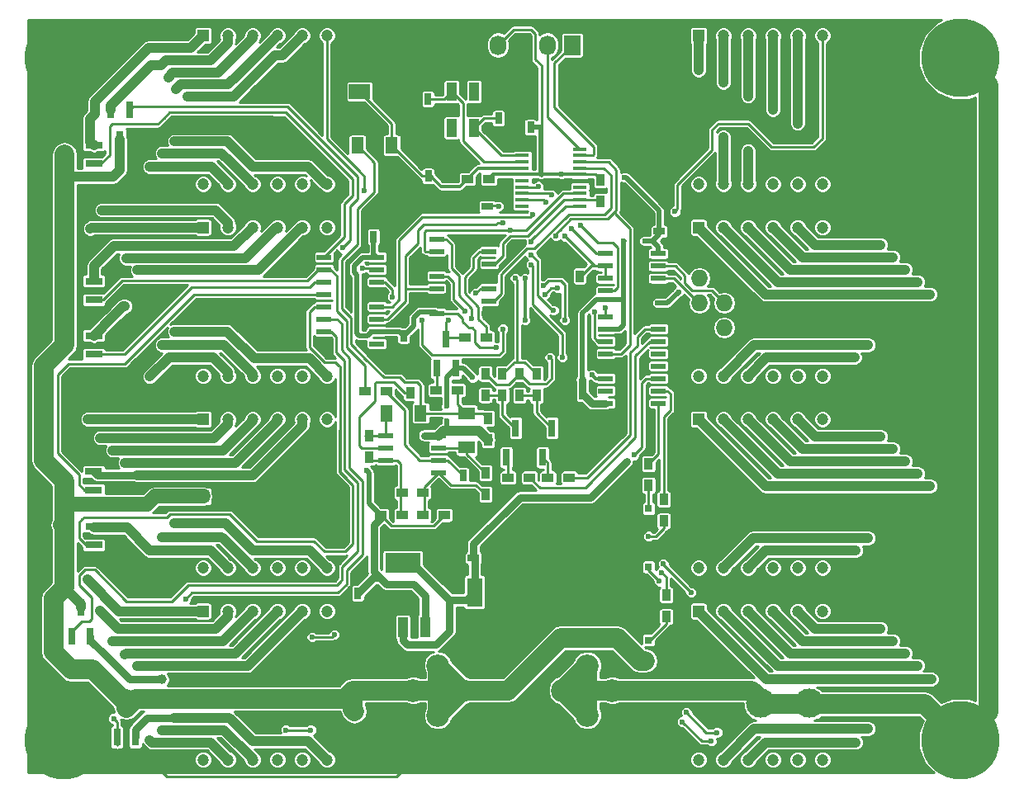
<source format=gbr>
G04 #@! TF.FileFunction,Copper,L1,Top,Signal*
%FSLAX46Y46*%
G04 Gerber Fmt 4.6, Leading zero omitted, Abs format (unit mm)*
G04 Created by KiCad (PCBNEW 4.0.6) date Wed Sep  6 14:36:40 2017*
%MOMM*%
%LPD*%
G01*
G04 APERTURE LIST*
%ADD10C,0.100000*%
%ADD11R,1.200000X1.200000*%
%ADD12C,1.200000*%
%ADD13C,8.000000*%
%ADD14R,0.900000X1.200000*%
%ADD15R,3.657600X2.032000*%
%ADD16R,1.016000X2.032000*%
%ADD17R,1.450000X0.450000*%
%ADD18R,1.550000X0.600000*%
%ADD19R,1.200000X0.750000*%
%ADD20R,1.600200X2.999740*%
%ADD21R,1.300480X1.699260*%
%ADD22R,1.699260X1.300480*%
%ADD23R,0.750000X1.200000*%
%ADD24R,0.797560X0.797560*%
%ADD25C,2.349500*%
%ADD26R,1.727200X2.032000*%
%ADD27O,1.727200X2.032000*%
%ADD28R,1.800860X0.800100*%
%ADD29R,0.800100X1.800860*%
%ADD30R,1.200000X0.900000*%
%ADD31R,1.500000X0.600000*%
%ADD32R,1.300000X1.300000*%
%ADD33C,1.300000*%
%ADD34R,1.397000X1.397000*%
%ADD35C,1.397000*%
%ADD36R,2.180000X1.600000*%
%ADD37C,3.000000*%
%ADD38R,1.727200X1.727200*%
%ADD39O,1.727200X1.727200*%
%ADD40R,1.099820X1.899920*%
%ADD41C,0.600000*%
%ADD42C,1.000000*%
%ADD43C,1.000000*%
%ADD44C,0.500000*%
%ADD45C,0.254000*%
%ADD46C,0.800000*%
%ADD47C,0.350000*%
%ADD48C,0.250000*%
%ADD49C,2.000000*%
%ADD50C,1.500000*%
G04 APERTURE END LIST*
D10*
D11*
X118110000Y-65405000D03*
D12*
X120650000Y-65405000D03*
X123190000Y-65405000D03*
X125730000Y-65405000D03*
X128270000Y-65405000D03*
X130810000Y-65405000D03*
X125730000Y-80645000D03*
X128270000Y-80645000D03*
X118110000Y-80645000D03*
X120650000Y-80645000D03*
X130810000Y-80645000D03*
X123190000Y-80645000D03*
D13*
X145000000Y-48000000D03*
X53000000Y-118000000D03*
D14*
X99750000Y-82650000D03*
X99750000Y-80450000D03*
D15*
X87800000Y-99798000D03*
D16*
X87800000Y-106402000D03*
X90086000Y-106402000D03*
X85514000Y-106402000D03*
D17*
X100050000Y-57375000D03*
X100050000Y-58025000D03*
X100050000Y-58675000D03*
X100050000Y-59325000D03*
X100050000Y-59975000D03*
X100050000Y-60625000D03*
X100050000Y-61275000D03*
X100050000Y-61925000D03*
X100050000Y-62575000D03*
X100050000Y-63225000D03*
X105950000Y-63225000D03*
X105950000Y-62575000D03*
X105950000Y-61925000D03*
X105950000Y-61275000D03*
X105950000Y-60625000D03*
X105950000Y-59975000D03*
X105950000Y-59325000D03*
X105950000Y-58675000D03*
X105950000Y-58025000D03*
X105950000Y-57375000D03*
D18*
X108600000Y-68095000D03*
X108600000Y-69365000D03*
X108600000Y-70635000D03*
X108600000Y-71905000D03*
X114000000Y-71905000D03*
X114000000Y-70635000D03*
X114000000Y-69365000D03*
X114000000Y-68095000D03*
D19*
X94554000Y-63246000D03*
X96454000Y-63246000D03*
D20*
X95150000Y-102850360D03*
X95150000Y-107249640D03*
D14*
X114800000Y-103150000D03*
X114800000Y-105350000D03*
D21*
X83149940Y-57000000D03*
X86650060Y-57000000D03*
D22*
X94361000Y-87983060D03*
X94361000Y-84482940D03*
D21*
X86133940Y-84455000D03*
X89634060Y-84455000D03*
D23*
X83185000Y-104836000D03*
X83185000Y-102936000D03*
D19*
X112200000Y-65825000D03*
X114100000Y-65825000D03*
D23*
X106225000Y-84400000D03*
X106225000Y-82500000D03*
X84800000Y-64450000D03*
X84800000Y-66350000D03*
X87884000Y-74615000D03*
X87884000Y-76515000D03*
D19*
X93150000Y-99350000D03*
X95050000Y-99350000D03*
D23*
X90400000Y-60150000D03*
X90400000Y-62050000D03*
X97600000Y-52325000D03*
X97600000Y-54225000D03*
X90375000Y-54150000D03*
X90375000Y-52250000D03*
X93980000Y-90871000D03*
X93980000Y-92771000D03*
D24*
X113000000Y-107749300D03*
X113000000Y-106250700D03*
X113000000Y-94250700D03*
X113000000Y-95749300D03*
X113000000Y-100250700D03*
X113000000Y-101749300D03*
D25*
X93939360Y-112903000D03*
X88859360Y-112903000D03*
X104178100Y-112903000D03*
X109258100Y-112903000D03*
X91399360Y-115443000D03*
X91399360Y-110363000D03*
X106718100Y-115443000D03*
X106718100Y-110363000D03*
D26*
X105175000Y-46700000D03*
D27*
X102635000Y-46700000D03*
X100095000Y-46700000D03*
X97555000Y-46700000D03*
D28*
X56111140Y-78420000D03*
X56111140Y-76520000D03*
X53108860Y-77470000D03*
X56101140Y-92350000D03*
X56101140Y-90450000D03*
X53098860Y-91400000D03*
D29*
X58486000Y-117706140D03*
X60386000Y-117706140D03*
X59436000Y-114703860D03*
D28*
X56111140Y-72832000D03*
X56111140Y-70932000D03*
X53108860Y-71882000D03*
D29*
X53850000Y-107373140D03*
X55750000Y-107373140D03*
X54800000Y-104370860D03*
X59751000Y-53362860D03*
X57851000Y-53362860D03*
X58801000Y-56365140D03*
D28*
X56111140Y-97978000D03*
X56111140Y-96078000D03*
X53108860Y-97028000D03*
X56111140Y-58862000D03*
X56111140Y-56962000D03*
X53108860Y-57912000D03*
D14*
X88550000Y-80175000D03*
X88550000Y-82375000D03*
D30*
X96604000Y-60452000D03*
X94404000Y-60452000D03*
D14*
X105918000Y-70401000D03*
X105918000Y-72601000D03*
X108075000Y-62725000D03*
X108075000Y-60525000D03*
D30*
X91225000Y-82100000D03*
X93425000Y-82100000D03*
D14*
X96520000Y-87206000D03*
X96520000Y-85006000D03*
X84328000Y-88984000D03*
X84328000Y-86784000D03*
X113000000Y-89650000D03*
X113000000Y-91850000D03*
X114550000Y-93325000D03*
X114550000Y-95525000D03*
X96250000Y-82600000D03*
X96250000Y-80400000D03*
X98000000Y-82650000D03*
X98000000Y-80450000D03*
X101500000Y-82650000D03*
X101500000Y-80450000D03*
D31*
X114000000Y-83445000D03*
X114000000Y-82175000D03*
X114000000Y-80905000D03*
X114000000Y-79635000D03*
X114000000Y-78365000D03*
X114000000Y-77095000D03*
X114000000Y-75825000D03*
X114000000Y-74555000D03*
X108600000Y-74555000D03*
X108600000Y-75825000D03*
X108600000Y-77095000D03*
X108600000Y-78365000D03*
X108600000Y-79635000D03*
X108600000Y-80905000D03*
X108600000Y-82175000D03*
X108600000Y-83445000D03*
D18*
X86073000Y-86741000D03*
X86073000Y-88011000D03*
X86073000Y-89281000D03*
X86073000Y-90551000D03*
X91473000Y-90551000D03*
X91473000Y-89281000D03*
X91473000Y-88011000D03*
X91473000Y-86741000D03*
D31*
X79723000Y-68453000D03*
X79723000Y-69723000D03*
X79723000Y-70993000D03*
X79723000Y-72263000D03*
X79723000Y-73533000D03*
X79723000Y-74803000D03*
X79723000Y-76073000D03*
X79723000Y-77343000D03*
X85123000Y-77343000D03*
X85123000Y-76073000D03*
X85123000Y-74803000D03*
X85123000Y-73533000D03*
X85123000Y-72263000D03*
X85123000Y-70993000D03*
X85123000Y-69723000D03*
X85123000Y-68453000D03*
D14*
X96266000Y-92794000D03*
X96266000Y-90594000D03*
D30*
X89832000Y-94932500D03*
X92032000Y-94932500D03*
X92032000Y-92646500D03*
X89832000Y-92646500D03*
X87714000Y-94932500D03*
X85514000Y-94932500D03*
X85514000Y-92646500D03*
X87714000Y-92646500D03*
X86100000Y-82225000D03*
X83900000Y-82225000D03*
X98600000Y-91075000D03*
X100800000Y-91075000D03*
X102675000Y-91075000D03*
X104875000Y-91075000D03*
D32*
X82850000Y-115050000D03*
D33*
X82850000Y-110050000D03*
D32*
X67300000Y-93000000D03*
D33*
X72300000Y-93000000D03*
D34*
X112649000Y-109855000D03*
D35*
X112649000Y-117475000D03*
D36*
X83367830Y-51475420D03*
X74162970Y-51470780D03*
D37*
X124500000Y-114250000D03*
X129500000Y-114250000D03*
X124500000Y-94500000D03*
X129500000Y-94500000D03*
D13*
X145000000Y-118000000D03*
X53000000Y-48000000D03*
D30*
X94150000Y-76675000D03*
X96350000Y-76675000D03*
D29*
X91300000Y-79851140D03*
X93200000Y-79851140D03*
X92250000Y-76848860D03*
X98400000Y-89001140D03*
X100300000Y-89001140D03*
X99350000Y-85998860D03*
X102125000Y-89001140D03*
X104025000Y-89001140D03*
X103075000Y-85998860D03*
D38*
X118200000Y-75700000D03*
D39*
X120740000Y-75700000D03*
X118200000Y-73160000D03*
X120740000Y-73160000D03*
X118200000Y-70620000D03*
X120740000Y-70620000D03*
D31*
X96650000Y-74210000D03*
X96650000Y-72940000D03*
X96650000Y-71670000D03*
X96650000Y-70400000D03*
X96650000Y-69130000D03*
X96650000Y-67860000D03*
X96650000Y-66590000D03*
X91250000Y-66590000D03*
X91250000Y-67860000D03*
X91250000Y-69130000D03*
X91250000Y-70400000D03*
X91250000Y-71670000D03*
X91250000Y-72940000D03*
X91250000Y-74210000D03*
D40*
X95098080Y-55199120D03*
X92801920Y-51500880D03*
X92801920Y-55199120D03*
X95098080Y-51500880D03*
D23*
X100900000Y-53250000D03*
X100900000Y-55150000D03*
D11*
X67310000Y-104775000D03*
D12*
X69850000Y-104775000D03*
X72390000Y-104775000D03*
X74930000Y-104775000D03*
X77470000Y-104775000D03*
X80010000Y-104775000D03*
X74930000Y-120015000D03*
X77470000Y-120015000D03*
X67310000Y-120015000D03*
X69850000Y-120015000D03*
X80010000Y-120015000D03*
X72390000Y-120015000D03*
D11*
X67310000Y-85090000D03*
D12*
X69850000Y-85090000D03*
X72390000Y-85090000D03*
X74930000Y-85090000D03*
X77470000Y-85090000D03*
X80010000Y-85090000D03*
X74930000Y-100330000D03*
X77470000Y-100330000D03*
X67310000Y-100330000D03*
X69850000Y-100330000D03*
X80010000Y-100330000D03*
X72390000Y-100330000D03*
D11*
X67310000Y-65405000D03*
D12*
X69850000Y-65405000D03*
X72390000Y-65405000D03*
X74930000Y-65405000D03*
X77470000Y-65405000D03*
X80010000Y-65405000D03*
X74930000Y-80645000D03*
X77470000Y-80645000D03*
X67310000Y-80645000D03*
X69850000Y-80645000D03*
X80010000Y-80645000D03*
X72390000Y-80645000D03*
D11*
X67310000Y-45720000D03*
D12*
X69850000Y-45720000D03*
X72390000Y-45720000D03*
X74930000Y-45720000D03*
X77470000Y-45720000D03*
X80010000Y-45720000D03*
X74930000Y-60960000D03*
X77470000Y-60960000D03*
X67310000Y-60960000D03*
X69850000Y-60960000D03*
X80010000Y-60960000D03*
X72390000Y-60960000D03*
D11*
X118110000Y-85090000D03*
D12*
X120650000Y-85090000D03*
X123190000Y-85090000D03*
X125730000Y-85090000D03*
X128270000Y-85090000D03*
X130810000Y-85090000D03*
X125730000Y-100330000D03*
X128270000Y-100330000D03*
X118110000Y-100330000D03*
X120650000Y-100330000D03*
X130810000Y-100330000D03*
X123190000Y-100330000D03*
D11*
X118110000Y-104775000D03*
D12*
X120650000Y-104775000D03*
X123190000Y-104775000D03*
X125730000Y-104775000D03*
X128270000Y-104775000D03*
X130810000Y-104775000D03*
X125730000Y-120015000D03*
X128270000Y-120015000D03*
X118110000Y-120015000D03*
X120650000Y-120015000D03*
X130810000Y-120015000D03*
X123190000Y-120015000D03*
D11*
X118110000Y-45720000D03*
D12*
X120650000Y-45720000D03*
X123190000Y-45720000D03*
X125730000Y-45720000D03*
X128270000Y-45720000D03*
X130810000Y-45720000D03*
X125730000Y-60960000D03*
X128270000Y-60960000D03*
X118110000Y-60960000D03*
X120650000Y-60960000D03*
X130810000Y-60960000D03*
X123190000Y-60960000D03*
D41*
X96393000Y-79121000D03*
X95885000Y-79121000D03*
X94869000Y-79248000D03*
X94234000Y-79121000D03*
X90297000Y-81153000D03*
X98806000Y-98298000D03*
X93218000Y-101727000D03*
X107188000Y-71628000D03*
X111760000Y-72644000D03*
X89662000Y-70739000D03*
X92329000Y-72390000D03*
X104013000Y-67056000D03*
D42*
X92710000Y-60198000D03*
X92964000Y-63246000D03*
X68453000Y-82804000D03*
X72390000Y-74549000D03*
D41*
X72700000Y-82600000D03*
X71400000Y-82600000D03*
X69800000Y-82700000D03*
X53700000Y-86200000D03*
X53700000Y-84400000D03*
X53700000Y-83000000D03*
X53700000Y-81600000D03*
X70700000Y-111800000D03*
X73400000Y-111500000D03*
X74800000Y-111000000D03*
D42*
X109664000Y-110190000D03*
D41*
X97300000Y-110400000D03*
X96700000Y-108900000D03*
X98400000Y-108900000D03*
X111800000Y-62650000D03*
X87100000Y-110750000D03*
X96850000Y-107200000D03*
X85450000Y-108750000D03*
X85100000Y-109950000D03*
X110998000Y-61976000D03*
X100076000Y-69342000D03*
X97028000Y-75184000D03*
X82296000Y-71882000D03*
X83820000Y-77724000D03*
X83820000Y-75692000D03*
D42*
X99060000Y-67564000D03*
D41*
X78875000Y-47425000D03*
D42*
X63309500Y-120713500D03*
X74993500Y-109474000D03*
D41*
X111450000Y-104125000D03*
X80400000Y-78600000D03*
X94725000Y-66575000D03*
X86300000Y-61900000D03*
X91675000Y-62100000D03*
X103825000Y-61075000D03*
D42*
X115290600Y-115109000D03*
X89000000Y-72975000D03*
X119278400Y-95237300D03*
X119202200Y-93649800D03*
X52895000Y-53548000D03*
X51752000Y-55580000D03*
X49974000Y-57866000D03*
X50038000Y-55580000D03*
X49974000Y-53548000D03*
X119634000Y-109474000D03*
X120396000Y-115570000D03*
X115062000Y-110236000D03*
X50038000Y-103632000D03*
X50038000Y-101346000D03*
X50038000Y-106426000D03*
X50038000Y-109220000D03*
X117983000Y-98171000D03*
X130429000Y-102489000D03*
X77343000Y-68199000D03*
X65786000Y-62357000D03*
X65595500Y-101282500D03*
X143332200Y-98463100D03*
X143332200Y-96672400D03*
X143243300Y-93408500D03*
X143306800Y-94970600D03*
X76073000Y-95351600D03*
X76098400Y-93929200D03*
X75996800Y-92481400D03*
X81737200Y-94996000D03*
X81711800Y-92329000D03*
X81762600Y-93624400D03*
X86563200Y-93853000D03*
X91059000Y-93675200D03*
X119240300Y-91922600D03*
D41*
X107061000Y-83312000D03*
X110744000Y-89408000D03*
X110425000Y-66800000D03*
X112600000Y-66800000D03*
X110500000Y-60275000D03*
X104075000Y-59950000D03*
X114300000Y-100800000D03*
X111500000Y-88750000D03*
X114500000Y-99900000D03*
X117348000Y-102870000D03*
X116459000Y-116128800D03*
X119430800Y-118110000D03*
X116865400Y-115163600D03*
X120015000Y-117221000D03*
X115697000Y-63792100D03*
D42*
X55498500Y-101554000D03*
X55750000Y-54250000D03*
X141859000Y-91948000D03*
X141859000Y-72263000D03*
X141986000Y-111760000D03*
X118110000Y-49276000D03*
X55499000Y-85090000D03*
X55753000Y-65532000D03*
X56768500Y-104729000D03*
X63000000Y-48750000D03*
X56769000Y-86995000D03*
X56953002Y-63627000D03*
X140589000Y-90678000D03*
X140589000Y-70993000D03*
X140589000Y-110363000D03*
X120650000Y-50546000D03*
X63750000Y-50000000D03*
X58039000Y-88265000D03*
X58166000Y-67310000D03*
X139319000Y-89408000D03*
X139319000Y-69723000D03*
X139319000Y-109093000D03*
X123190000Y-51943000D03*
X58039000Y-107823000D03*
X59308500Y-73487000D03*
X64500000Y-51250000D03*
X59309000Y-89535000D03*
X138049000Y-88138000D03*
X138049000Y-68453000D03*
X138049000Y-107823000D03*
X125730000Y-53340000D03*
X59309000Y-109220000D03*
X59436000Y-68580000D03*
X65750000Y-52000000D03*
X136779000Y-86868000D03*
X136779000Y-67183000D03*
X136779000Y-106553000D03*
X128270000Y-54737000D03*
X60579000Y-110363000D03*
X60579000Y-90805000D03*
X60579000Y-69780002D03*
D41*
X83858100Y-61633100D03*
D42*
X61848500Y-80726000D03*
X61849000Y-98552000D03*
X61849000Y-117983000D03*
X61849000Y-59182000D03*
X135509000Y-97282000D03*
X135509000Y-77470000D03*
X135509000Y-116840000D03*
X120650000Y-56134000D03*
X64389000Y-115697000D03*
X64389000Y-95758000D03*
X64389000Y-76073000D03*
X64389000Y-56584998D03*
X63100000Y-111800000D03*
X63119000Y-97155000D03*
X63119000Y-57785000D03*
X63119000Y-77470000D03*
X134239000Y-98552000D03*
X134112000Y-78740000D03*
X134239000Y-118237000D03*
X123190000Y-57531000D03*
X63119000Y-116967000D03*
D41*
X78486000Y-107442000D03*
X80772000Y-107188000D03*
X75819000Y-116967000D03*
X78359000Y-116967000D03*
X104425000Y-66325000D03*
X101700000Y-61200000D03*
X102870000Y-78740000D03*
X99314000Y-70612000D03*
X102425000Y-62800000D03*
X105050000Y-65525000D03*
X106025000Y-65200000D03*
X103075000Y-62100000D03*
X107442000Y-74041000D03*
X103251000Y-73914000D03*
X100965000Y-68199000D03*
X100950000Y-66900000D03*
X98025000Y-64975000D03*
X100965000Y-69215000D03*
X98806000Y-65659000D03*
X107188000Y-80518000D03*
X104140000Y-78740000D03*
X103505000Y-66294000D03*
X101125000Y-64075000D03*
X113000000Y-97100000D03*
X114100000Y-101700000D03*
X102362000Y-72263000D03*
X103632000Y-71628000D03*
X95250000Y-72175000D03*
X94875000Y-74775000D03*
X94200000Y-73975000D03*
X104394000Y-74930000D03*
X102235000Y-71374000D03*
X92456000Y-74930000D03*
X58150000Y-115800000D03*
X65532000Y-103505000D03*
X83642200Y-69596000D03*
X81635600Y-67513200D03*
X90043000Y-86741000D03*
X113919000Y-73152000D03*
X116078000Y-72009000D03*
X97376000Y-77724000D03*
X100330000Y-70612000D03*
X100330000Y-74930000D03*
X97600000Y-63250000D03*
X94950000Y-80800000D03*
X92275000Y-83775000D03*
X84050000Y-90325000D03*
X92325000Y-85225000D03*
X98044000Y-75819000D03*
X89789000Y-74930000D03*
X86741000Y-72517000D03*
X108585000Y-73660000D03*
D43*
X67299998Y-49549998D02*
X68250000Y-49549998D01*
X67250000Y-49500000D02*
X67299998Y-49549998D01*
X66250000Y-50750000D02*
X67000000Y-50750000D01*
D44*
X98806000Y-74168000D02*
X98171000Y-73533000D01*
X98806000Y-78486000D02*
X98806000Y-74168000D01*
X98171000Y-79121000D02*
X98806000Y-78486000D01*
X96393000Y-79121000D02*
X98171000Y-79121000D01*
D45*
X98171000Y-73533000D02*
X97494000Y-74210000D01*
D44*
X88550000Y-80175000D02*
X89319000Y-80175000D01*
X95885000Y-79121000D02*
X96393000Y-79121000D01*
X94361000Y-79248000D02*
X94869000Y-79248000D01*
X94234000Y-79121000D02*
X94361000Y-79248000D01*
X89319000Y-80175000D02*
X90297000Y-81153000D01*
D46*
X97600000Y-52325000D02*
X99975000Y-52325000D01*
X99975000Y-52325000D02*
X100900000Y-53250000D01*
X72300000Y-93000000D02*
X75478200Y-93000000D01*
X75478200Y-93000000D02*
X75996800Y-92481400D01*
X118200000Y-75700000D02*
X120142000Y-77642000D01*
X122428000Y-72308000D02*
X120740000Y-70620000D01*
X122428000Y-76962000D02*
X122428000Y-72308000D01*
X121748000Y-77642000D02*
X122428000Y-76962000D01*
X120142000Y-77642000D02*
X121748000Y-77642000D01*
X113000000Y-101749300D02*
X113000000Y-106250700D01*
X83185000Y-104836000D02*
X84751000Y-106402000D01*
X84751000Y-106402000D02*
X85514000Y-106402000D01*
X113000000Y-95749300D02*
X110451300Y-98298000D01*
X110451300Y-98298000D02*
X98806000Y-98298000D01*
D45*
X95885000Y-94275000D02*
X96987000Y-94275000D01*
X96987000Y-94275000D02*
X99700000Y-91562000D01*
X93150000Y-99350000D02*
X93218000Y-99418000D01*
X93218000Y-99418000D02*
X93218000Y-101727000D01*
D44*
X114000000Y-74555000D02*
X112655000Y-74555000D01*
X111760000Y-73660000D02*
X111760000Y-72644000D01*
X112655000Y-74555000D02*
X111760000Y-73660000D01*
X114000000Y-71905000D02*
X112499000Y-71905000D01*
X112499000Y-71905000D02*
X111760000Y-72644000D01*
X107188000Y-71628000D02*
X107047000Y-71628000D01*
X107047000Y-71628000D02*
X106125000Y-72550000D01*
D45*
X105156000Y-73519000D02*
X105156000Y-68199000D01*
X105156000Y-68199000D02*
X104965500Y-68008500D01*
D44*
X106125000Y-72550000D02*
X105156000Y-73519000D01*
X105156000Y-83331000D02*
X106225000Y-84400000D01*
X105156000Y-73519000D02*
X105156000Y-83331000D01*
X119240300Y-91922600D02*
X119240300Y-89395300D01*
X116840000Y-77060000D02*
X118200000Y-75700000D01*
X116840000Y-86995000D02*
X116840000Y-77060000D01*
X119240300Y-89395300D02*
X116840000Y-86995000D01*
X79723000Y-77343000D02*
X79723000Y-78035998D01*
X80400000Y-78712998D02*
X80400000Y-78600000D01*
X79723000Y-78035998D02*
X80400000Y-78712998D01*
X87884000Y-74615000D02*
X87884000Y-74091000D01*
X87884000Y-74091000D02*
X89000000Y-72975000D01*
D45*
X91250000Y-69130000D02*
X90636000Y-69130000D01*
X90636000Y-69130000D02*
X89662000Y-70104000D01*
X89662000Y-70104000D02*
X89662000Y-70739000D01*
X92329000Y-72390000D02*
X91779000Y-72940000D01*
X91779000Y-72940000D02*
X91250000Y-72940000D01*
D44*
X91215000Y-72975000D02*
X89000000Y-72975000D01*
X91250000Y-72940000D02*
X91215000Y-72975000D01*
D45*
X104013000Y-67056000D02*
X104965500Y-68008500D01*
D47*
X90375000Y-57863000D02*
X90375000Y-54150000D01*
X92710000Y-60198000D02*
X90375000Y-57863000D01*
X94554000Y-63246000D02*
X92964000Y-63246000D01*
D46*
X112977204Y-105726692D02*
X112977204Y-105727904D01*
X112977204Y-105727904D02*
X113000000Y-105750700D01*
X113000000Y-105750700D02*
X113000000Y-106250700D01*
X68453000Y-82804000D02*
X69696000Y-82804000D01*
X71400000Y-82600000D02*
X72700000Y-82600000D01*
X69696000Y-82804000D02*
X69800000Y-82700000D01*
X53700000Y-84400000D02*
X53700000Y-86200000D01*
X53600000Y-81700000D02*
X53700000Y-83000000D01*
X53700000Y-81600000D02*
X53600000Y-81700000D01*
X74993500Y-109474000D02*
X74993500Y-110806500D01*
X73100000Y-111800000D02*
X70700000Y-111800000D01*
X73400000Y-111500000D02*
X73100000Y-111800000D01*
X74993500Y-110806500D02*
X74800000Y-111000000D01*
D44*
X112200000Y-65825000D02*
X111800000Y-66225000D01*
X112405000Y-71905000D02*
X114000000Y-71905000D01*
X111800000Y-71300000D02*
X112405000Y-71905000D01*
X111800000Y-66225000D02*
X111800000Y-71300000D01*
X108600000Y-79635000D02*
X109360000Y-79635000D01*
X109360000Y-79635000D02*
X110100000Y-80375000D01*
X110100000Y-80375000D02*
X110100000Y-84100000D01*
X110100000Y-84100000D02*
X109800000Y-84400000D01*
X109800000Y-84400000D02*
X106225000Y-84400000D01*
D46*
X96700000Y-107350000D02*
X96700000Y-108900000D01*
X98400000Y-108900000D02*
X98400000Y-109300000D01*
X97300000Y-110400000D02*
X98400000Y-109300000D01*
X96700000Y-107350000D02*
X96850000Y-107200000D01*
X110998000Y-61976000D02*
X111126000Y-61976000D01*
X111800000Y-62650000D02*
X111800000Y-62778000D01*
X111126000Y-61976000D02*
X111800000Y-62650000D01*
D43*
X96850000Y-107200000D02*
X96800360Y-107249640D01*
X96800360Y-107249640D02*
X95150000Y-107249640D01*
X85450000Y-109600000D02*
X85450000Y-108750000D01*
X85100000Y-109950000D02*
X85450000Y-109600000D01*
D46*
X112200000Y-65825000D02*
X112200000Y-63178000D01*
X112200000Y-63178000D02*
X111800000Y-62778000D01*
D45*
X100076000Y-69342000D02*
X99568000Y-69342000D01*
X99568000Y-69342000D02*
X98552000Y-70358000D01*
X98552000Y-70358000D02*
X98552000Y-73152000D01*
X98552000Y-73152000D02*
X98171000Y-73533000D01*
X97494000Y-74210000D02*
X96650000Y-74210000D01*
X96650000Y-74210000D02*
X97028000Y-74588000D01*
X97028000Y-74588000D02*
X97028000Y-75184000D01*
X96862000Y-74422000D02*
X96650000Y-74210000D01*
X84800000Y-64450000D02*
X83820000Y-65430000D01*
X82042000Y-71628000D02*
X82296000Y-71882000D01*
X82042000Y-69088000D02*
X82042000Y-71628000D01*
X83820000Y-67310000D02*
X82042000Y-69088000D01*
X83820000Y-65430000D02*
X83820000Y-67310000D01*
X88550000Y-80175000D02*
X86017000Y-80175000D01*
X83820000Y-77978000D02*
X83820000Y-77724000D01*
X86017000Y-80175000D02*
X83820000Y-77978000D01*
X85123000Y-72263000D02*
X84201000Y-72263000D01*
X84201000Y-72263000D02*
X83820000Y-72644000D01*
X83820000Y-72644000D02*
X83820000Y-75692000D01*
X96650000Y-70400000D02*
X96986000Y-70400000D01*
X96986000Y-70400000D02*
X99060000Y-68326000D01*
X99060000Y-68326000D02*
X99060000Y-67564000D01*
X74162970Y-51470780D02*
X74829220Y-51470780D01*
X74829220Y-51470780D02*
X78875000Y-47425000D01*
X74112300Y-54457600D02*
X74112300Y-55697300D01*
X59944000Y-59309000D02*
X64008000Y-55245000D01*
X64008000Y-55245000D02*
X70358000Y-55245000D01*
X70358000Y-55245000D02*
X71882000Y-56769000D01*
X71882000Y-56769000D02*
X75184000Y-56769000D01*
X59944000Y-59309000D02*
X59944000Y-62420500D01*
X74112300Y-55697300D02*
X75184000Y-56769000D01*
X93980000Y-92771000D02*
X93980000Y-92930000D01*
X93980000Y-92930000D02*
X95325000Y-94275000D01*
X99700000Y-89601140D02*
X100300000Y-89001140D01*
X99700000Y-91562000D02*
X99700000Y-89601140D01*
X95325000Y-94275000D02*
X95885000Y-94275000D01*
X82850000Y-110050000D02*
X82850000Y-109066000D01*
X82850000Y-109066000D02*
X85514000Y-106402000D01*
X82850000Y-110050000D02*
X75569500Y-110050000D01*
D46*
X63182500Y-120840500D02*
X63309500Y-120713500D01*
X63182500Y-120840500D02*
X58610000Y-120840500D01*
D45*
X75569500Y-110050000D02*
X74993500Y-109474000D01*
X112649000Y-117475000D02*
X112924600Y-117475000D01*
X112924600Y-117475000D02*
X115290600Y-115109000D01*
X113000000Y-102049300D02*
X113000000Y-101900000D01*
X113000000Y-101900000D02*
X112925000Y-101975000D01*
X112977204Y-105726692D02*
X111575700Y-104250700D01*
X111575700Y-104250700D02*
X111450000Y-104125000D01*
X109360000Y-79635000D02*
X110100000Y-80375000D01*
X106350000Y-84525000D02*
X106225000Y-84400000D01*
X96765000Y-74325000D02*
X96650000Y-74210000D01*
X96650000Y-66590000D02*
X94740000Y-66590000D01*
X94740000Y-66590000D02*
X94725000Y-66575000D01*
X84800000Y-64450000D02*
X84800000Y-63400000D01*
X84800000Y-63400000D02*
X86300000Y-61900000D01*
X91625000Y-62050000D02*
X90400000Y-62050000D01*
X91675000Y-62100000D02*
X91625000Y-62050000D01*
X100095000Y-46700000D02*
X100095000Y-49830000D01*
X100095000Y-49830000D02*
X97600000Y-52325000D01*
X118200000Y-75700000D02*
X117055000Y-74555000D01*
X117055000Y-74555000D02*
X114000000Y-74555000D01*
X97600000Y-52325000D02*
X97600000Y-50850000D01*
X97600000Y-50850000D02*
X96200000Y-49450000D01*
X96200000Y-49450000D02*
X89975000Y-49450000D01*
X89975000Y-49450000D02*
X88925000Y-50500000D01*
X88925000Y-50500000D02*
X88925000Y-52700000D01*
X88925000Y-52700000D02*
X90375000Y-54150000D01*
X100050000Y-57375000D02*
X100050000Y-54775000D01*
X100050000Y-54775000D02*
X97600000Y-52325000D01*
X105950000Y-60625000D02*
X104275000Y-60625000D01*
X104275000Y-60625000D02*
X103825000Y-61075000D01*
X115200000Y-115199600D02*
X115290600Y-115109000D01*
X104025000Y-89001140D02*
X104025000Y-86600000D01*
X104025000Y-86600000D02*
X106225000Y-84400000D01*
X104025000Y-89001140D02*
X104025000Y-88400000D01*
X104025000Y-88400000D02*
X103075000Y-87450000D01*
X103075000Y-87450000D02*
X100825000Y-87450000D01*
X100825000Y-87450000D02*
X100300000Y-87975000D01*
X100300000Y-87975000D02*
X100300000Y-89001140D01*
X119278400Y-93726000D02*
X119278400Y-95237300D01*
X119202200Y-93649800D02*
X119278400Y-93726000D01*
X52750000Y-48250000D02*
X49974000Y-51026000D01*
X49974000Y-51026000D02*
X49974000Y-53548000D01*
X51752000Y-54691000D02*
X52895000Y-53548000D01*
X51752000Y-55580000D02*
X51752000Y-54691000D01*
X50038000Y-57802000D02*
X49974000Y-57866000D01*
X50038000Y-55580000D02*
X50038000Y-57802000D01*
X52750000Y-48250000D02*
X55453000Y-45547000D01*
X119634000Y-109474000D02*
X118872000Y-110236000D01*
D48*
X119020000Y-115570000D02*
X120396000Y-115570000D01*
D45*
X100914200Y-121285000D02*
X102870000Y-119329200D01*
X93853000Y-121285000D02*
X100914200Y-121285000D01*
X92837000Y-120269000D02*
X93853000Y-121285000D01*
X88582500Y-120269000D02*
X92837000Y-120269000D01*
X87122000Y-121729500D02*
X88582500Y-120269000D01*
X63563500Y-121729500D02*
X87122000Y-121729500D01*
X62674500Y-120840500D02*
X63563500Y-121729500D01*
X57658000Y-120840500D02*
X62674500Y-120840500D01*
X115200000Y-115199600D02*
X116099600Y-114300000D01*
X116099600Y-114300000D02*
X117750000Y-114300000D01*
D46*
X102870000Y-119329200D02*
X102920800Y-119380000D01*
X102920800Y-119380000D02*
X111019600Y-119380000D01*
X111019600Y-119380000D02*
X115290600Y-115109000D01*
X58610000Y-120840500D02*
X57658000Y-120840500D01*
D48*
X117750000Y-114300000D02*
X119020000Y-115570000D01*
D45*
X118872000Y-110236000D02*
X115062000Y-110236000D01*
X57244750Y-73709250D02*
X57530500Y-73423500D01*
X56332500Y-74621500D02*
X57244750Y-73709250D01*
X54791500Y-74621500D02*
X56332500Y-74621500D01*
X57530500Y-73423500D02*
X57911500Y-73423500D01*
X57911500Y-73423500D02*
X59054500Y-72280500D01*
X59054500Y-72280500D02*
X60832500Y-72280500D01*
X49974500Y-111206000D02*
X50736000Y-111206000D01*
X58610000Y-120985000D02*
X58610000Y-120840500D01*
X58465500Y-120840500D02*
X58610000Y-120985000D01*
X58338500Y-120840500D02*
X58465500Y-120840500D01*
X57467000Y-119969000D02*
X58338500Y-120840500D01*
X57467000Y-115270000D02*
X57467000Y-119969000D01*
X54800000Y-112603000D02*
X57467000Y-115270000D01*
X52133000Y-112603000D02*
X54800000Y-112603000D01*
X50736000Y-111206000D02*
X52133000Y-112603000D01*
X50038000Y-109220000D02*
X49974500Y-109283500D01*
X50038000Y-102362000D02*
X50038000Y-103632000D01*
X50038000Y-102362000D02*
X50038000Y-101346000D01*
X50038000Y-106426000D02*
X50038000Y-109220000D01*
X49974500Y-109283500D02*
X49974500Y-111206000D01*
X129500000Y-94500000D02*
X124500000Y-94500000D01*
X124500000Y-94500000D02*
X125000000Y-95000000D01*
X125000000Y-95000000D02*
X127000000Y-95000000D01*
X127000000Y-95000000D02*
X127000000Y-94970600D01*
X65786000Y-62357000D02*
X65913000Y-62484000D01*
X70104000Y-62484000D02*
X70612000Y-62992000D01*
X65913000Y-62484000D02*
X70104000Y-62484000D01*
X119278400Y-95237300D02*
X117983000Y-96532700D01*
X117983000Y-96532700D02*
X117983000Y-98171000D01*
X143332200Y-98463100D02*
X139306300Y-102489000D01*
X139306300Y-102489000D02*
X130429000Y-102489000D01*
X55213250Y-63150750D02*
X55943500Y-62420500D01*
X60452000Y-62230000D02*
X65659000Y-62230000D01*
X65659000Y-62230000D02*
X65786000Y-62357000D01*
X60261500Y-62420500D02*
X60452000Y-62230000D01*
X55943500Y-62420500D02*
X59944000Y-62420500D01*
X59944000Y-62420500D02*
X60261500Y-62420500D01*
X54737000Y-71882000D02*
X57023000Y-71882000D01*
X58420000Y-70485000D02*
X58420000Y-70104000D01*
X57023000Y-71882000D02*
X58420000Y-70485000D01*
X54737000Y-67564000D02*
X55880000Y-67564000D01*
X54737000Y-74676000D02*
X54791500Y-74621500D01*
X54791500Y-74621500D02*
X54864000Y-74549000D01*
X55245000Y-63119000D02*
X55213250Y-63150750D01*
X55213250Y-63150750D02*
X54737000Y-63627000D01*
X54737000Y-63627000D02*
X54737000Y-67564000D01*
X54737000Y-67564000D02*
X54737000Y-71882000D01*
X54737000Y-71882000D02*
X54737000Y-74676000D01*
X63881000Y-101282500D02*
X63436500Y-100838000D01*
X65595500Y-101282500D02*
X63881000Y-101282500D01*
D46*
X74162970Y-51470780D02*
X74754520Y-51470780D01*
X119278400Y-95237300D02*
X119545100Y-94970600D01*
X143332200Y-98488500D02*
X143383000Y-98539300D01*
X143332200Y-98463100D02*
X143332200Y-98488500D01*
X143243300Y-96583500D02*
X143332200Y-96672400D01*
X143243300Y-93408500D02*
X143243300Y-96583500D01*
X119545100Y-94970600D02*
X127000000Y-94970600D01*
X127000000Y-94970600D02*
X143306800Y-94970600D01*
D45*
X79723000Y-77343000D02*
X79959200Y-77343000D01*
D46*
X76098400Y-93929200D02*
X76098400Y-95326200D01*
X76098400Y-95326200D02*
X76073000Y-95351600D01*
X81762600Y-93624400D02*
X81457800Y-93929200D01*
X81457800Y-93929200D02*
X76098400Y-93929200D01*
X75996800Y-92481400D02*
X76022200Y-92506800D01*
X81762600Y-93624400D02*
X81762600Y-94970600D01*
X81762600Y-94970600D02*
X81737200Y-94996000D01*
D45*
X85514000Y-92646500D02*
X85514000Y-92803800D01*
X85514000Y-92803800D02*
X86563200Y-93853000D01*
X92032000Y-92646500D02*
X92032000Y-92702200D01*
X92032000Y-92702200D02*
X91059000Y-93675200D01*
D48*
X91882000Y-92646500D02*
X92006500Y-92771000D01*
X92006500Y-92771000D02*
X93980000Y-92771000D01*
X85664000Y-92646500D02*
X86073000Y-92237500D01*
X86073000Y-92237500D02*
X86073000Y-90551000D01*
D45*
X118033800Y-93129100D02*
X119240300Y-91922600D01*
X117991540Y-93829100D02*
X118033800Y-93129100D01*
X117991540Y-93829100D02*
X117900100Y-93829100D01*
D49*
X112649000Y-109855000D02*
X112155000Y-109855000D01*
X112155000Y-109855000D02*
X109825000Y-107525000D01*
X109825000Y-107525000D02*
X107250000Y-107525000D01*
D50*
X53108860Y-93800000D02*
X61600000Y-93800000D01*
X62400000Y-93000000D02*
X67300000Y-93000000D01*
X61600000Y-93800000D02*
X62400000Y-93000000D01*
D49*
X53108860Y-75700000D02*
X53108860Y-77470000D01*
X53098860Y-91400000D02*
X51000000Y-89301140D01*
X51000000Y-89301140D02*
X51000000Y-79578860D01*
X51000000Y-79578860D02*
X53108860Y-77470000D01*
X53098860Y-91400000D02*
X53108860Y-91410000D01*
X53108860Y-91410000D02*
X53108860Y-93800000D01*
X53108860Y-93800000D02*
X53108860Y-96012000D01*
D45*
X112649000Y-109855000D02*
X112795000Y-109855000D01*
D49*
X107250000Y-107525000D02*
X107250000Y-107518200D01*
X82850000Y-115050000D02*
X82690000Y-114890000D01*
X82690000Y-114890000D02*
X82690000Y-112903000D01*
X59436000Y-114703860D02*
X60389860Y-113750000D01*
X85318600Y-112903000D02*
X82690000Y-112903000D01*
X85318600Y-112903000D02*
X88859360Y-112903000D01*
X81843000Y-113750000D02*
X82690000Y-112903000D01*
X60389860Y-113750000D02*
X81843000Y-113750000D01*
X91399360Y-115443000D02*
X93939360Y-112903000D01*
X93939360Y-112903000D02*
X91399360Y-110363000D01*
X93939360Y-112903000D02*
X98602800Y-112903000D01*
X103987600Y-107518200D02*
X104800000Y-107518200D01*
X104800000Y-107518200D02*
X107250000Y-107518200D01*
X98602800Y-112903000D02*
X103987600Y-107518200D01*
X93939360Y-112903000D02*
X88859360Y-112903000D01*
X91399360Y-115443000D02*
X91399360Y-110363000D01*
D43*
X53108860Y-60210700D02*
X58106800Y-60210700D01*
X58801000Y-59516500D02*
X58801000Y-56365140D01*
X58106800Y-60210700D02*
X58801000Y-59516500D01*
X54800000Y-104082280D02*
X53108860Y-102391140D01*
X54800000Y-104370860D02*
X54800000Y-104082280D01*
D49*
X59436000Y-113792000D02*
X59042000Y-113792000D01*
X59042000Y-113792000D02*
X56000000Y-110750000D01*
X56000000Y-110750000D02*
X53750000Y-110750000D01*
X53750000Y-110750000D02*
X51998860Y-108998860D01*
X51998860Y-108998860D02*
X51998860Y-107250000D01*
X51998860Y-107250000D02*
X51998860Y-103501140D01*
X53108860Y-102391140D02*
X53108860Y-99468940D01*
X51998860Y-103501140D02*
X53108860Y-102391140D01*
X53108860Y-60210700D02*
X53108860Y-57912000D01*
X59436000Y-114703860D02*
X59436000Y-113792000D01*
D43*
X53108860Y-97028000D02*
X53108860Y-99468940D01*
X53035200Y-99542600D02*
X53108860Y-99542600D01*
X53108860Y-99468940D02*
X53035200Y-99542600D01*
D44*
X53108860Y-71882000D02*
X53108860Y-73047860D01*
X53108860Y-73047860D02*
X53108860Y-74622660D01*
D49*
X53108860Y-95935800D02*
X53108860Y-99542600D01*
X52933600Y-95935800D02*
X53108860Y-95935800D01*
X53032660Y-95935800D02*
X52933600Y-95935800D01*
X53108860Y-96012000D02*
X53032660Y-95935800D01*
X53108860Y-60210700D02*
X53108860Y-74622660D01*
X53108860Y-74622660D02*
X53108860Y-75700000D01*
D46*
X92583000Y-103632000D02*
X94368360Y-103632000D01*
X94368360Y-103632000D02*
X95150000Y-102850360D01*
X92583000Y-105417360D02*
X92583000Y-103632000D01*
X92583000Y-103632000D02*
X91313000Y-102362000D01*
X87800000Y-99798000D02*
X88749000Y-99798000D01*
X88749000Y-99798000D02*
X91313000Y-102362000D01*
X87800000Y-106402000D02*
X87800000Y-107739000D01*
X92583000Y-106807000D02*
X92583000Y-105417360D01*
X91186000Y-108204000D02*
X92583000Y-106807000D01*
X88265000Y-108204000D02*
X91186000Y-108204000D01*
X87800000Y-107739000D02*
X88265000Y-108204000D01*
X95050000Y-99350000D02*
X95050000Y-97863000D01*
X107170000Y-83421000D02*
X107170000Y-83445000D01*
X107061000Y-83312000D02*
X107170000Y-83421000D01*
X107061000Y-93091000D02*
X110744000Y-89408000D01*
X99822000Y-93091000D02*
X107061000Y-93091000D01*
X95050000Y-97863000D02*
X99822000Y-93091000D01*
D44*
X106600000Y-73800000D02*
X107629000Y-72771000D01*
X107629000Y-72771000D02*
X110425000Y-72771000D01*
X106600000Y-73800000D02*
X106200000Y-74200000D01*
X106200000Y-74200000D02*
X106200000Y-80998000D01*
X106200000Y-80998000D02*
X106172000Y-81026000D01*
D46*
X106225000Y-82500000D02*
X106225000Y-81079000D01*
X106225000Y-81079000D02*
X106172000Y-81026000D01*
D47*
X100050000Y-59975000D02*
X97081000Y-59975000D01*
X97081000Y-59975000D02*
X96604000Y-60452000D01*
D44*
X100900000Y-55150000D02*
X100950000Y-55100000D01*
X100950000Y-55100000D02*
X101950000Y-55100000D01*
X101950000Y-55100000D02*
X101950000Y-59975000D01*
X101950000Y-59975000D02*
X101975000Y-59975000D01*
X101975000Y-59975000D02*
X102000000Y-60000000D01*
X102000000Y-60000000D02*
X102000000Y-59975000D01*
D47*
X105950000Y-59975000D02*
X102000000Y-59975000D01*
X102000000Y-59975000D02*
X100050000Y-59975000D01*
D44*
X114100000Y-65825000D02*
X114100000Y-63700000D01*
X110675000Y-60275000D02*
X110500000Y-60275000D01*
X114100000Y-63700000D02*
X110675000Y-60275000D01*
X114000000Y-68095000D02*
X114000000Y-67400000D01*
X114000000Y-67400000D02*
X113400000Y-66800000D01*
X114100000Y-65825000D02*
X114100000Y-66100000D01*
X114100000Y-66100000D02*
X113400000Y-66800000D01*
X113400000Y-66800000D02*
X112600000Y-66800000D01*
X110425000Y-73600000D02*
X110425000Y-72771000D01*
X110425000Y-72771000D02*
X110425000Y-66912998D01*
X110425000Y-66912998D02*
X110537998Y-66800000D01*
X110537998Y-66800000D02*
X110425000Y-66800000D01*
X108600000Y-75825000D02*
X110000000Y-75825000D01*
X110000000Y-75825000D02*
X110425000Y-75400000D01*
X110425000Y-75400000D02*
X110425000Y-73600000D01*
D45*
X100900000Y-55150000D02*
X102000000Y-55150000D01*
X101900000Y-55100000D02*
X102000000Y-55100000D01*
X101950000Y-55100000D02*
X101900000Y-55100000D01*
X102000000Y-55150000D02*
X101950000Y-55100000D01*
D46*
X108600000Y-83445000D02*
X107170000Y-83445000D01*
X107170000Y-83445000D02*
X106225000Y-82500000D01*
X95050000Y-99350000D02*
X95150000Y-99450000D01*
X95150000Y-99450000D02*
X95150000Y-102850360D01*
X95150000Y-102850360D02*
X95130360Y-102870000D01*
D45*
X95150000Y-99450000D02*
X95150000Y-102850360D01*
X95150000Y-102850360D02*
X95050360Y-102950000D01*
X110425000Y-66800000D02*
X110425000Y-66800000D01*
X110425000Y-73600000D02*
X110425000Y-73660000D01*
X110425000Y-73660000D02*
X110425000Y-75400000D01*
X110425000Y-75400000D02*
X110000000Y-75825000D01*
X114100000Y-65825000D02*
X114475000Y-65825000D01*
X110400000Y-66825000D02*
X110400000Y-66875000D01*
X110425000Y-66800000D02*
X110400000Y-66825000D01*
X104100000Y-59975000D02*
X105950000Y-59975000D01*
X104075000Y-59950000D02*
X104100000Y-59975000D01*
X105950000Y-59975000D02*
X107525000Y-59975000D01*
X107525000Y-59975000D02*
X108075000Y-60525000D01*
X99155000Y-45100000D02*
X97555000Y-46700000D01*
X100950000Y-45100000D02*
X99155000Y-45100000D01*
X101375000Y-45525000D02*
X100950000Y-45100000D01*
X101375000Y-48175000D02*
X101375000Y-45525000D01*
X102000000Y-48800000D02*
X101375000Y-48175000D01*
X102000000Y-55100000D02*
X102000000Y-48800000D01*
X114100000Y-67995000D02*
X114000000Y-68095000D01*
X105950000Y-59975000D02*
X102800000Y-59975000D01*
X102800000Y-59975000D02*
X100050000Y-59975000D01*
X107170000Y-83445000D02*
X106225000Y-82500000D01*
D47*
X95504000Y-59325000D02*
X95504000Y-59352000D01*
X95504000Y-59352000D02*
X94404000Y-60452000D01*
X90400000Y-60150000D02*
X90630000Y-60150000D01*
X90630000Y-60150000D02*
X91694000Y-61214000D01*
X91694000Y-61214000D02*
X93642000Y-61214000D01*
X93642000Y-61214000D02*
X94404000Y-60452000D01*
X100050000Y-59325000D02*
X95504000Y-59325000D01*
D45*
X86650060Y-57000000D02*
X89800060Y-60150000D01*
X89800060Y-60150000D02*
X90400000Y-60150000D01*
X86650060Y-57000000D02*
X86650060Y-54757650D01*
X86650060Y-54757650D02*
X83367830Y-51475420D01*
X90400000Y-60150000D02*
X90750000Y-60150000D01*
X95098080Y-55199120D02*
X97923960Y-58025000D01*
X97923960Y-58025000D02*
X100050000Y-58025000D01*
X95098080Y-55199120D02*
X96072200Y-54225000D01*
X96072200Y-54225000D02*
X97600000Y-54225000D01*
X100050000Y-58675000D02*
X96100000Y-58675000D01*
X93975000Y-52673960D02*
X92801920Y-51500880D01*
X93975000Y-56550000D02*
X93975000Y-52673960D01*
X96100000Y-58675000D02*
X93975000Y-56550000D01*
X90375000Y-52250000D02*
X92052800Y-52250000D01*
X92052800Y-52250000D02*
X92801920Y-51500880D01*
X82500000Y-75565000D02*
X82500000Y-77420000D01*
X82500000Y-77420000D02*
X82804000Y-77724000D01*
X83947000Y-78867000D02*
X85852000Y-80772000D01*
X87975000Y-81275000D02*
X87472000Y-80772000D01*
X88225000Y-81275000D02*
X88750000Y-81275000D01*
X88225000Y-81275000D02*
X87975000Y-81275000D01*
X86868000Y-80772000D02*
X87472000Y-80772000D01*
X83947000Y-78867000D02*
X82804000Y-77724000D01*
X85852000Y-80772000D02*
X86868000Y-80772000D01*
X82500000Y-74676000D02*
X81534000Y-73710000D01*
X84875000Y-61775000D02*
X83150000Y-63500000D01*
X83150000Y-63500000D02*
X83150000Y-67125000D01*
X83149940Y-57000000D02*
X84875000Y-58725060D01*
X84875000Y-58725060D02*
X84875000Y-61775000D01*
X82500000Y-74676000D02*
X82500000Y-75565000D01*
X81534000Y-73710000D02*
X81534000Y-68834000D01*
X81534000Y-68834000D02*
X81534000Y-68741000D01*
X81534000Y-68741000D02*
X83150000Y-67125000D01*
X88750000Y-81275000D02*
X89250000Y-81275000D01*
X89634060Y-81659060D02*
X89634060Y-84455000D01*
X89250000Y-81275000D02*
X89634060Y-81659060D01*
X88750000Y-81275000D02*
X89075000Y-81275000D01*
X89075000Y-81275000D02*
X89050000Y-81275000D01*
X89050000Y-81275000D02*
X89050000Y-81250000D01*
X93425000Y-82100000D02*
X93425000Y-83546940D01*
X93425000Y-83546940D02*
X94361000Y-84482940D01*
X83367830Y-56782110D02*
X83149940Y-57000000D01*
X94361000Y-84482940D02*
X95996940Y-84482940D01*
X95996940Y-84482940D02*
X96520000Y-85006000D01*
D48*
X89204800Y-84025740D02*
X89634060Y-84455000D01*
X94361000Y-84482940D02*
X89662000Y-84482940D01*
X89662000Y-84482940D02*
X89634060Y-84455000D01*
X114800000Y-102100000D02*
X114800000Y-101300000D01*
X114800000Y-101300000D02*
X114300000Y-100800000D01*
X112000000Y-88250000D02*
X112300000Y-87950000D01*
X112745000Y-80905000D02*
X114000000Y-80905000D01*
X112300000Y-81350000D02*
X112745000Y-80905000D01*
X112300000Y-87950000D02*
X112300000Y-81350000D01*
X114800000Y-103150000D02*
X114800000Y-102100000D01*
X112000000Y-88250000D02*
X112000000Y-88200000D01*
X111500000Y-88750000D02*
X112000000Y-88250000D01*
D45*
X114000000Y-83445000D02*
X114000000Y-88650000D01*
X114000000Y-88650000D02*
X113000000Y-89650000D01*
X114550000Y-93325000D02*
X114550000Y-84825000D01*
X114925000Y-82175000D02*
X114000000Y-82175000D01*
X115225000Y-82475000D02*
X114925000Y-82175000D01*
X115225000Y-84150000D02*
X115225000Y-82475000D01*
X114550000Y-84825000D02*
X115225000Y-84150000D01*
D48*
X117348000Y-102870000D02*
X114500000Y-100022000D01*
X114500000Y-100022000D02*
X114500000Y-99900000D01*
X119430800Y-118110000D02*
X118440200Y-118110000D01*
X118440200Y-118110000D02*
X116459000Y-116128800D01*
X120015000Y-117221000D02*
X118922800Y-117221000D01*
X118922800Y-117221000D02*
X116865400Y-115163600D01*
X130810000Y-45720000D02*
X130810000Y-54483000D01*
X121920000Y-54737000D02*
X120142000Y-54737000D01*
X120142000Y-54737000D02*
X119507000Y-55372000D01*
X119507000Y-56692800D02*
X119507000Y-55372000D01*
X119507000Y-57454800D02*
X115951000Y-61010800D01*
X119507000Y-56692800D02*
X119507000Y-57454800D01*
D45*
X115951000Y-61074300D02*
X115951000Y-61010800D01*
X115951000Y-63538100D02*
X115697000Y-63792100D01*
X115951000Y-61074300D02*
X115951000Y-63538100D01*
X123190000Y-54737000D02*
X124333000Y-55880000D01*
X130810000Y-55245000D02*
X130810000Y-54483000D01*
X121920000Y-54737000D02*
X123190000Y-54737000D01*
X125603000Y-57150000D02*
X129921000Y-57150000D01*
X129921000Y-57150000D02*
X130810000Y-56261000D01*
X130810000Y-56261000D02*
X130810000Y-55245000D01*
X124333000Y-55880000D02*
X125603000Y-57150000D01*
D43*
X56111140Y-56962000D02*
X55750000Y-56600860D01*
X55750000Y-56600860D02*
X55750000Y-54250000D01*
X61340500Y-104775000D02*
X58719500Y-104775000D01*
X58719500Y-104775000D02*
X55498500Y-101554000D01*
D46*
X58719500Y-104775000D02*
X55498500Y-101554000D01*
D43*
X56750000Y-52000000D02*
X56250000Y-52500000D01*
X56250000Y-53750000D02*
X55750000Y-54250000D01*
X56250000Y-52500000D02*
X56250000Y-53750000D01*
X67310000Y-45720000D02*
X66030000Y-47000000D01*
X61750000Y-47000000D02*
X66030000Y-47000000D01*
X61250000Y-47500000D02*
X61750000Y-47000000D01*
X60750000Y-48000000D02*
X61250000Y-47500000D01*
X56750000Y-52000000D02*
X60750000Y-48000000D01*
X118110000Y-85090000D02*
X124968000Y-91948000D01*
X124968000Y-91948000D02*
X141859000Y-91948000D01*
X118110000Y-65405000D02*
X124968000Y-72263000D01*
X124968000Y-72263000D02*
X141859000Y-72263000D01*
X125095000Y-111760000D02*
X141986000Y-111760000D01*
X125095000Y-111760000D02*
X118110000Y-104775000D01*
X118110000Y-49149000D02*
X118110000Y-45720000D01*
X118110000Y-49276000D02*
X118110000Y-49149000D01*
X67310000Y-104775000D02*
X61340500Y-104775000D01*
X67310000Y-85090000D02*
X55499000Y-85090000D01*
X55880000Y-65405000D02*
X67310000Y-65405000D01*
X55753000Y-65532000D02*
X55880000Y-65405000D01*
X60261000Y-106553000D02*
X58592500Y-106553000D01*
X58592500Y-106553000D02*
X56768500Y-104729000D01*
X67750000Y-48250000D02*
X68082000Y-48250000D01*
X57851000Y-53362860D02*
X57851000Y-52899000D01*
X57851000Y-52899000D02*
X62000000Y-48750000D01*
X62000000Y-48750000D02*
X63000000Y-48750000D01*
X68082000Y-48250000D02*
X68834000Y-47498000D01*
X68834000Y-47498000D02*
X69850000Y-46482000D01*
X63000000Y-48750000D02*
X63500000Y-48250000D01*
X63500000Y-48250000D02*
X68082000Y-48250000D01*
X69850000Y-85090000D02*
X69850000Y-85598000D01*
X69850000Y-85598000D02*
X68453000Y-86995000D01*
X68453000Y-86995000D02*
X56769000Y-86995000D01*
X56953002Y-63627000D02*
X59436000Y-63627000D01*
X120650000Y-85090000D02*
X126238000Y-90678000D01*
X126238000Y-90678000D02*
X140589000Y-90678000D01*
X120650000Y-65405000D02*
X126238000Y-70993000D01*
X126238000Y-70993000D02*
X140589000Y-70993000D01*
X120650000Y-104775000D02*
X126238000Y-110363000D01*
X140462000Y-110363000D02*
X140589000Y-110363000D01*
X126238000Y-110363000D02*
X140462000Y-110363000D01*
X120650000Y-50546000D02*
X120650000Y-45720000D01*
X69850000Y-104775000D02*
X69850000Y-105283000D01*
X69850000Y-105283000D02*
X68580000Y-106553000D01*
X68580000Y-106553000D02*
X60261000Y-106553000D01*
X69850000Y-64897000D02*
X68580000Y-63627000D01*
X68580000Y-63627000D02*
X59436000Y-63627000D01*
X69850000Y-65405000D02*
X69850000Y-64897000D01*
X69850000Y-46482000D02*
X69850000Y-45720000D01*
X69932000Y-48432000D02*
X68814002Y-49549998D01*
X72390000Y-45974000D02*
X69932000Y-48432000D01*
X68814002Y-49549998D02*
X64200002Y-49549998D01*
X64200002Y-49549998D02*
X63750000Y-50000000D01*
X72390000Y-85090000D02*
X72390000Y-85217000D01*
X72390000Y-85217000D02*
X69342000Y-88265000D01*
X69342000Y-88265000D02*
X58039000Y-88265000D01*
X56111140Y-70805000D02*
X56111140Y-69364860D01*
X56111140Y-69364860D02*
X58166000Y-67310000D01*
X59944000Y-67310000D02*
X58166000Y-67310000D01*
X123190000Y-85090000D02*
X127508000Y-89408000D01*
X127508000Y-89408000D02*
X139319000Y-89408000D01*
X123190000Y-65405000D02*
X127508000Y-69723000D01*
X127508000Y-69723000D02*
X139319000Y-69723000D01*
X127508000Y-109093000D02*
X123190000Y-104775000D01*
X139319000Y-109093000D02*
X127508000Y-109093000D01*
X123190000Y-51943000D02*
X123190000Y-45720000D01*
X72390000Y-104775000D02*
X69342000Y-107823000D01*
X69342000Y-107823000D02*
X58039000Y-107823000D01*
X70485000Y-67310000D02*
X72390000Y-65405000D01*
X72390000Y-45720000D02*
X72390000Y-45974000D01*
X59944000Y-67310000D02*
X70485000Y-67310000D01*
X58255140Y-74376000D02*
X59144140Y-73487000D01*
X59144140Y-73487000D02*
X59308500Y-73487000D01*
X58051570Y-74579570D02*
X56111140Y-76520000D01*
X58051570Y-74579570D02*
X58255140Y-74376000D01*
X70866000Y-49784000D02*
X69900000Y-50750000D01*
X74930000Y-45720000D02*
X70866000Y-49784000D01*
X69900000Y-50750000D02*
X65000000Y-50750000D01*
X65000000Y-50750000D02*
X64500000Y-51250000D01*
X74930000Y-85090000D02*
X74930000Y-85217000D01*
X74930000Y-85217000D02*
X70612000Y-89535000D01*
X70612000Y-89535000D02*
X59309000Y-89535000D01*
X125730000Y-85090000D02*
X128778000Y-88138000D01*
X128778000Y-88138000D02*
X138049000Y-88138000D01*
X125730000Y-65405000D02*
X128778000Y-68453000D01*
X128778000Y-68453000D02*
X138049000Y-68453000D01*
X125730000Y-104775000D02*
X128778000Y-107823000D01*
X128778000Y-107823000D02*
X138049000Y-107823000D01*
X125730000Y-45720000D02*
X125730000Y-53340000D01*
X74930000Y-104775000D02*
X70612000Y-109093000D01*
X70612000Y-109093000D02*
X59436000Y-109093000D01*
X71628000Y-68580000D02*
X74803000Y-65405000D01*
X71374000Y-68580000D02*
X71628000Y-68580000D01*
X74803000Y-65405000D02*
X74930000Y-65405000D01*
X59436000Y-109093000D02*
X59309000Y-109220000D01*
X70866000Y-68580000D02*
X71374000Y-68580000D01*
X59436000Y-68580000D02*
X61722000Y-68580000D01*
X61722000Y-68580000D02*
X70866000Y-68580000D01*
D46*
X56101140Y-90450000D02*
X56456140Y-90805000D01*
X56456140Y-90805000D02*
X60579000Y-90805000D01*
D43*
X71839000Y-50589000D02*
X70428000Y-52000000D01*
X70428000Y-52000000D02*
X65750000Y-52000000D01*
X77470000Y-85090000D02*
X77470000Y-85725000D01*
X77470000Y-85725000D02*
X72390000Y-90805000D01*
X72390000Y-90805000D02*
X60579000Y-90805000D01*
X136652000Y-86868000D02*
X136779000Y-86868000D01*
X128270000Y-85090000D02*
X130048000Y-86868000D01*
X130048000Y-86868000D02*
X136652000Y-86868000D01*
X128270000Y-65405000D02*
X130048000Y-67183000D01*
X130048000Y-67183000D02*
X136779000Y-67183000D01*
X128270000Y-104775000D02*
X130048000Y-106553000D01*
X130048000Y-106553000D02*
X136779000Y-106553000D01*
X128270000Y-45720000D02*
X128270000Y-54737000D01*
X77470000Y-104775000D02*
X71882000Y-110363000D01*
X71882000Y-110363000D02*
X60579000Y-110363000D01*
X77470000Y-65405000D02*
X77343000Y-65405000D01*
X77343000Y-65405000D02*
X72967998Y-69780002D01*
X75438000Y-47752000D02*
X77470000Y-45720000D01*
X62992000Y-69780002D02*
X60579000Y-69780002D01*
X72967998Y-69780002D02*
X62992000Y-69780002D01*
X71839000Y-50589000D02*
X74676000Y-47752000D01*
X74676000Y-47752000D02*
X75438000Y-47752000D01*
D45*
X83305650Y-59620150D02*
X83858100Y-60172600D01*
X83858100Y-60172600D02*
X83858100Y-61633100D01*
X80010000Y-54533800D02*
X80010000Y-56324500D01*
X80010000Y-56324500D02*
X83305650Y-59620150D01*
D48*
X80010000Y-52451000D02*
X80010000Y-54533800D01*
X80010000Y-45720000D02*
X80010000Y-52451000D01*
X67310000Y-60960000D02*
X67310000Y-61087000D01*
D43*
X64706000Y-78740000D02*
X63834500Y-78740000D01*
X63834500Y-78740000D02*
X61848500Y-80726000D01*
X56111140Y-96205000D02*
X59502000Y-96205000D01*
X59502000Y-96205000D02*
X61849000Y-98552000D01*
X68072000Y-98552000D02*
X61849000Y-98552000D01*
X64706000Y-78740000D02*
X65786000Y-78740000D01*
X65786000Y-78740000D02*
X68326000Y-78740000D01*
X62103000Y-118237000D02*
X68072000Y-118237000D01*
X61849000Y-117983000D02*
X62103000Y-118237000D01*
X65024000Y-59182000D02*
X61849000Y-59182000D01*
X68199000Y-59182000D02*
X65024000Y-59182000D01*
X120650000Y-100330000D02*
X123698000Y-97282000D01*
X123698000Y-97282000D02*
X135509000Y-97282000D01*
X120650000Y-80645000D02*
X123825000Y-77470000D01*
X123825000Y-77470000D02*
X135509000Y-77470000D01*
X123825000Y-116840000D02*
X120650000Y-120015000D01*
X135509000Y-116840000D02*
X123825000Y-116840000D01*
X120650000Y-56134000D02*
X120650000Y-60960000D01*
X68072000Y-118237000D02*
X69850000Y-120015000D01*
X69850000Y-60833000D02*
X68199000Y-59182000D01*
X68326000Y-78740000D02*
X69850000Y-80264000D01*
X69850000Y-80264000D02*
X69850000Y-80645000D01*
X69850000Y-60960000D02*
X69850000Y-60833000D01*
X69850000Y-100330000D02*
X68072000Y-98552000D01*
D46*
X60386000Y-117706140D02*
X60386000Y-116906000D01*
X60386000Y-116906000D02*
X61595000Y-115697000D01*
X61595000Y-115697000D02*
X64389000Y-115697000D01*
D43*
X64389000Y-115697000D02*
X69977000Y-115697000D01*
X69977000Y-115697000D02*
X70104000Y-115824000D01*
X72390000Y-118110000D02*
X77724000Y-118110000D01*
X70104000Y-115824000D02*
X72390000Y-118110000D01*
X77724000Y-118110000D02*
X78105000Y-118110000D01*
X69792998Y-56584998D02*
X64389000Y-56584998D01*
X72390000Y-59182000D02*
X69792998Y-56584998D01*
X70063530Y-76367470D02*
X69769060Y-76073000D01*
X69769060Y-76073000D02*
X68072000Y-76073000D01*
X70063530Y-76367470D02*
X72540030Y-78843970D01*
X68072000Y-76073000D02*
X64389000Y-76073000D01*
X65659000Y-95758000D02*
X64389000Y-95758000D01*
X69596000Y-95758000D02*
X65659000Y-95758000D01*
X72390000Y-98552000D02*
X69596000Y-95758000D01*
X72517000Y-98552000D02*
X72390000Y-98552000D01*
X78105000Y-59182000D02*
X72390000Y-59182000D01*
X72540030Y-78843970D02*
X78208970Y-78843970D01*
X78232000Y-98552000D02*
X72517000Y-98552000D01*
X80010000Y-120015000D02*
X78105000Y-118110000D01*
X79883000Y-60960000D02*
X78105000Y-59182000D01*
X80010000Y-80645000D02*
X78208970Y-78843970D01*
X80010000Y-60960000D02*
X79883000Y-60960000D01*
X80010000Y-100330000D02*
X78232000Y-98552000D01*
D46*
X57340000Y-109340000D02*
X55750000Y-107750000D01*
X55750000Y-107750000D02*
X55750000Y-107373140D01*
X59700000Y-111700000D02*
X59800000Y-111800000D01*
X59800000Y-111800000D02*
X63100000Y-111800000D01*
X57000000Y-109000000D02*
X57340000Y-109340000D01*
X57340000Y-109340000D02*
X59700000Y-111700000D01*
X59700000Y-111700000D02*
X59750000Y-111750000D01*
D43*
X69411998Y-97351998D02*
X69215000Y-97155000D01*
X72390000Y-100330000D02*
X69411998Y-97351998D01*
X69215000Y-97155000D02*
X63119000Y-97155000D01*
X66421000Y-77470000D02*
X63119000Y-77470000D01*
X66421000Y-77470000D02*
X69469000Y-77470000D01*
X123190000Y-100330000D02*
X124968000Y-98552000D01*
X124968000Y-98552000D02*
X134239000Y-98552000D01*
X123190000Y-80645000D02*
X125095000Y-78740000D01*
X125095000Y-78740000D02*
X134112000Y-78740000D01*
X123190000Y-120015000D02*
X124968000Y-118237000D01*
X124968000Y-118237000D02*
X134239000Y-118237000D01*
X123190000Y-57531000D02*
X123190000Y-60960000D01*
X72390000Y-120015000D02*
X72390000Y-119888000D01*
X72390000Y-119888000D02*
X69469000Y-116967000D01*
X69469000Y-116967000D02*
X63119000Y-116967000D01*
X63119000Y-57785000D02*
X65786000Y-57785000D01*
X72390000Y-60960000D02*
X70104000Y-58674000D01*
X70104000Y-58674000D02*
X69215000Y-57785000D01*
X69215000Y-57785000D02*
X65786000Y-57785000D01*
X69469000Y-77470000D02*
X72390000Y-80391000D01*
X72390000Y-80391000D02*
X72390000Y-80645000D01*
D48*
X80518000Y-107442000D02*
X78486000Y-107442000D01*
X80772000Y-107188000D02*
X80518000Y-107442000D01*
X75819000Y-116967000D02*
X78359000Y-116967000D01*
D45*
X118200000Y-73160000D02*
X118118000Y-73160000D01*
X118118000Y-73160000D02*
X115593000Y-70635000D01*
X115593000Y-70635000D02*
X114000000Y-70635000D01*
X114000000Y-70635000D02*
X114704000Y-70635000D01*
X114000000Y-69365000D02*
X115720000Y-69365000D01*
X116713000Y-71120000D02*
X117475000Y-71882000D01*
X116713000Y-70358000D02*
X116713000Y-71120000D01*
X115720000Y-69365000D02*
X116713000Y-70358000D01*
X120740000Y-73160000D02*
X119462000Y-71882000D01*
X119462000Y-71882000D02*
X117475000Y-71882000D01*
X105950000Y-58025000D02*
X107275000Y-58025000D01*
X103350000Y-48525000D02*
X105175000Y-46700000D01*
X103350000Y-53125000D02*
X103350000Y-48525000D01*
X107375000Y-57150000D02*
X103350000Y-53125000D01*
X107375000Y-57925000D02*
X107375000Y-57150000D01*
X107275000Y-58025000D02*
X107375000Y-57925000D01*
X102635000Y-46700000D02*
X102635000Y-54060000D01*
X102635000Y-54060000D02*
X105950000Y-57375000D01*
D48*
X82677000Y-92029000D02*
X82677000Y-91839000D01*
X82677000Y-91839000D02*
X81851000Y-91013000D01*
X81356200Y-90518200D02*
X81851000Y-91013000D01*
X81978000Y-91140000D02*
X81978000Y-91147400D01*
X81851000Y-91013000D02*
X81978000Y-91140000D01*
D45*
X54914800Y-95326200D02*
X55118000Y-95123000D01*
X63627000Y-95123000D02*
X63931800Y-94818200D01*
X55118000Y-95123000D02*
X63627000Y-95123000D01*
X63931800Y-94818200D02*
X70027800Y-94818200D01*
D48*
X70053200Y-94818200D02*
X72821800Y-97586800D01*
X72821800Y-97586800D02*
X78689200Y-97586800D01*
X78689200Y-97586800D02*
X79756000Y-98653600D01*
X79756000Y-98653600D02*
X81915000Y-98653600D01*
X81915000Y-98653600D02*
X82677000Y-97891600D01*
X82677000Y-97891600D02*
X82677000Y-92029000D01*
X82677000Y-92029000D02*
X82677000Y-91846400D01*
X82677000Y-91846400D02*
X81978000Y-91147400D01*
X70027800Y-94818200D02*
X70053200Y-94818200D01*
X54610000Y-97282000D02*
X55306000Y-97978000D01*
X54610000Y-95631000D02*
X54610000Y-97282000D01*
X54914800Y-95326200D02*
X54610000Y-95631000D01*
X81978000Y-91147400D02*
X81305400Y-90474800D01*
X55306000Y-97978000D02*
X56111140Y-97978000D01*
X81356200Y-84663000D02*
X81356200Y-90518200D01*
D45*
X78688365Y-78156635D02*
X78232000Y-77700270D01*
D48*
X78688365Y-78156635D02*
X79779730Y-79248000D01*
X79779730Y-79248000D02*
X80899000Y-79248000D01*
X80899000Y-79248000D02*
X81216500Y-79565500D01*
X79723000Y-73533000D02*
X78740000Y-73533000D01*
D45*
X81356200Y-79705200D02*
X81356200Y-84663000D01*
X81356200Y-84663000D02*
X81356200Y-86182200D01*
X81216500Y-79565500D02*
X81356200Y-79705200D01*
D48*
X81305400Y-90474800D02*
X81305400Y-86182200D01*
X81305400Y-86182200D02*
X81356200Y-86182200D01*
D45*
X78232000Y-77700270D02*
X78232000Y-74041000D01*
X78232000Y-74041000D02*
X78740000Y-73533000D01*
X56111140Y-58862000D02*
X56852000Y-58862000D01*
X56852000Y-58862000D02*
X57721000Y-57993000D01*
X63309000Y-54183000D02*
X63309000Y-54166000D01*
X62674000Y-54818000D02*
X63309000Y-54183000D01*
X57975000Y-54818000D02*
X62674000Y-54818000D01*
X57721000Y-55072000D02*
X57975000Y-54818000D01*
X57721000Y-57993000D02*
X57721000Y-55072000D01*
X63881000Y-53594000D02*
X63309000Y-54166000D01*
X65913000Y-53594000D02*
X63881000Y-53594000D01*
X81788000Y-63195200D02*
X81788000Y-63017400D01*
D48*
X74434700Y-53594000D02*
X65913000Y-53594000D01*
X81788000Y-63195200D02*
X81788000Y-66388000D01*
X81788000Y-66388000D02*
X79723000Y-68453000D01*
D45*
X81788000Y-63017400D02*
X82638900Y-62166500D01*
X82638900Y-62166500D02*
X82638900Y-60464700D01*
X82638900Y-60464700D02*
X75780900Y-53606700D01*
X75780900Y-53606700D02*
X74434700Y-53606700D01*
X74434700Y-53606700D02*
X74434700Y-53594000D01*
X100076000Y-66294000D02*
X98806000Y-66294000D01*
X98044000Y-67056000D02*
X98044000Y-68326000D01*
X98806000Y-66294000D02*
X98044000Y-67056000D01*
X96650000Y-69130000D02*
X97240000Y-69130000D01*
X97240000Y-69130000D02*
X98044000Y-68326000D01*
X100076000Y-66294000D02*
X100581000Y-66294000D01*
X105950000Y-62575000D02*
X107925000Y-62575000D01*
X107925000Y-62575000D02*
X108075000Y-62725000D01*
D48*
X105950000Y-62575000D02*
X104300000Y-62575000D01*
X104300000Y-62575000D02*
X100581000Y-66294000D01*
D45*
X106125000Y-70350000D02*
X107110000Y-69365000D01*
X107110000Y-69365000D02*
X108600000Y-69365000D01*
X108600000Y-70635000D02*
X108600000Y-69365000D01*
X108600000Y-69365000D02*
X107465000Y-69365000D01*
X107465000Y-69365000D02*
X104425000Y-66325000D01*
X101700000Y-61200000D02*
X101625000Y-61275000D01*
X101625000Y-61275000D02*
X100050000Y-61275000D01*
X114000000Y-77095000D02*
X113155000Y-77095000D01*
X111650000Y-78600000D02*
X111650000Y-86975000D01*
X113155000Y-77095000D02*
X111650000Y-78600000D01*
X100800000Y-91075000D02*
X101850000Y-92125000D01*
X106500000Y-92125000D02*
X111650000Y-86975000D01*
X101850000Y-92125000D02*
X106500000Y-92125000D01*
X111100000Y-86700000D02*
X111100000Y-78250000D01*
X111100000Y-78250000D02*
X111825000Y-77525000D01*
X114000000Y-75825000D02*
X112625000Y-75825000D01*
X111825000Y-76625000D02*
X111825000Y-77525000D01*
X112625000Y-75825000D02*
X111825000Y-76625000D01*
X106725000Y-91075000D02*
X104875000Y-91075000D01*
X111100000Y-86700000D02*
X106725000Y-91075000D01*
X102870000Y-78740000D02*
X103025000Y-78895000D01*
X103025000Y-78895000D02*
X103025000Y-80950000D01*
D48*
X102500000Y-81475000D02*
X103025000Y-80950000D01*
X100775000Y-81475000D02*
X102500000Y-81475000D01*
X99750000Y-80450000D02*
X100775000Y-81475000D01*
X96250000Y-80400000D02*
X97400000Y-81550000D01*
X98650000Y-81550000D02*
X99750000Y-80450000D01*
X97400000Y-81550000D02*
X98650000Y-81550000D01*
D45*
X98000000Y-82650000D02*
X97950000Y-82600000D01*
X97950000Y-82600000D02*
X96250000Y-82600000D01*
X99350000Y-85998860D02*
X98000000Y-84648860D01*
X98000000Y-84648860D02*
X98000000Y-82650000D01*
X99525000Y-72136000D02*
X99525000Y-70823000D01*
X99525000Y-70823000D02*
X99314000Y-70612000D01*
X99314000Y-70612000D02*
X99525000Y-70823000D01*
X99525000Y-79150000D02*
X99425000Y-79250000D01*
X99525000Y-72136000D02*
X99525000Y-79150000D01*
D48*
X101500000Y-80450000D02*
X100300000Y-79250000D01*
X100300000Y-79250000D02*
X99425000Y-79250000D01*
X99200000Y-79250000D02*
X99150000Y-79300000D01*
X99425000Y-79250000D02*
X99200000Y-79250000D01*
X99150000Y-79300000D02*
X98000000Y-80450000D01*
D45*
X101500000Y-82650000D02*
X101500000Y-84423860D01*
X101500000Y-84423860D02*
X103075000Y-85998860D01*
X99750000Y-82650000D02*
X101500000Y-82650000D01*
X108600000Y-68095000D02*
X107620000Y-68095000D01*
X102200000Y-62575000D02*
X100050000Y-62575000D01*
X102425000Y-62800000D02*
X102200000Y-62575000D01*
X107620000Y-68095000D02*
X105050000Y-65525000D01*
X109862500Y-67487500D02*
X109862500Y-71537500D01*
X109862500Y-71537500D02*
X109495000Y-71905000D01*
X109862500Y-67487500D02*
X109325000Y-66950000D01*
X100050000Y-61925000D02*
X102900000Y-61925000D01*
X107775000Y-66950000D02*
X109325000Y-66950000D01*
X106025000Y-65200000D02*
X107775000Y-66950000D01*
X102900000Y-61925000D02*
X103075000Y-62100000D01*
X109495000Y-71905000D02*
X108600000Y-71905000D01*
X108600000Y-77095000D02*
X107795000Y-77095000D01*
X107795000Y-77095000D02*
X107442000Y-76742000D01*
X107442000Y-76742000D02*
X107569000Y-76869000D01*
X107442000Y-75946000D02*
X107442000Y-76742000D01*
X107442000Y-74041000D02*
X107442000Y-75946000D01*
X103251000Y-73914000D02*
X103124000Y-73914000D01*
X103124000Y-73914000D02*
X102362000Y-73152000D01*
X102108000Y-72898000D02*
X102362000Y-73152000D01*
X102362000Y-73152000D02*
X103124000Y-73914000D01*
X88075000Y-72263000D02*
X88075000Y-72961000D01*
X86233000Y-74803000D02*
X85123000Y-74803000D01*
X88075000Y-72961000D02*
X86233000Y-74803000D01*
X107795000Y-77095000D02*
X107569000Y-76869000D01*
X102108000Y-72898000D02*
X101600000Y-72390000D01*
X101600000Y-70993000D02*
X101600000Y-68834000D01*
X101600000Y-72390000D02*
X101600000Y-70993000D01*
X101600000Y-68834000D02*
X100965000Y-68199000D01*
X108600000Y-77095000D02*
X107945000Y-77095000D01*
X97500000Y-64975000D02*
X97375000Y-65100000D01*
X98025000Y-64975000D02*
X97500000Y-64975000D01*
D48*
X88075000Y-71625000D02*
X88120000Y-71670000D01*
X88120000Y-71670000D02*
X91250000Y-71670000D01*
X89325000Y-67075000D02*
X88075000Y-68325000D01*
X88075000Y-68325000D02*
X88075000Y-71625000D01*
X88075000Y-71625000D02*
X88075000Y-72263000D01*
X105950000Y-63225000D02*
X104475000Y-63225000D01*
X104475000Y-63225000D02*
X100950000Y-66750000D01*
X100950000Y-66750000D02*
X100950000Y-66900000D01*
X97375000Y-65100000D02*
X89900000Y-65100000D01*
X89900000Y-65100000D02*
X89325000Y-65675000D01*
X89325000Y-65675000D02*
X89325000Y-67075000D01*
D45*
X104140000Y-76327000D02*
X101092000Y-73279000D01*
X101092000Y-73279000D02*
X101092000Y-72644000D01*
X98872000Y-65725000D02*
X99634000Y-65725000D01*
X101092000Y-72644000D02*
X101092000Y-69342000D01*
X101092000Y-69342000D02*
X100965000Y-69215000D01*
X98806000Y-65659000D02*
X98872000Y-65725000D01*
X104140000Y-78740000D02*
X104140000Y-76327000D01*
D48*
X99695000Y-65725000D02*
X100450000Y-65725000D01*
D47*
X108600000Y-80905000D02*
X107575000Y-80905000D01*
X107575000Y-80905000D02*
X107188000Y-80518000D01*
D48*
X104250000Y-61925000D02*
X105950000Y-61925000D01*
X90085000Y-67860000D02*
X90025000Y-67800000D01*
X90025000Y-67800000D02*
X90025000Y-65875000D01*
X90025000Y-65875000D02*
X90175000Y-65725000D01*
X90175000Y-65725000D02*
X99695000Y-65725000D01*
X91250000Y-67860000D02*
X90085000Y-67860000D01*
X100450000Y-65725000D02*
X104250000Y-61925000D01*
D45*
X98100000Y-70025000D02*
X100525000Y-67600000D01*
X100525000Y-67600000D02*
X101275000Y-67600000D01*
X106925000Y-64050000D02*
X108450000Y-64050000D01*
X108400000Y-59325000D02*
X105950000Y-59325000D01*
X109125000Y-60050000D02*
X108400000Y-59325000D01*
X109125000Y-63375000D02*
X109125000Y-60050000D01*
X108450000Y-64050000D02*
X109125000Y-63375000D01*
D48*
X101275000Y-67600000D02*
X104825000Y-64050000D01*
X104825000Y-64050000D02*
X106925000Y-64050000D01*
X96650000Y-72940000D02*
X97160000Y-72940000D01*
X97160000Y-72940000D02*
X97850000Y-72250000D01*
X97850000Y-70275000D02*
X98100000Y-70025000D01*
X97850000Y-72250000D02*
X97850000Y-70275000D01*
D45*
X103886000Y-65659000D02*
X103886000Y-65664000D01*
X103505000Y-66040000D02*
X103886000Y-65659000D01*
X103505000Y-66045000D02*
X103505000Y-66040000D01*
X103505000Y-66294000D02*
X103505000Y-66045000D01*
X109537500Y-63787500D02*
X109537500Y-64012500D01*
X111075000Y-65550000D02*
X111075000Y-68325000D01*
X109537500Y-64012500D02*
X111075000Y-65550000D01*
X108600000Y-78365000D02*
X110185000Y-78365000D01*
X111075000Y-77475000D02*
X111075000Y-68325000D01*
X110185000Y-78365000D02*
X111075000Y-77475000D01*
X106700000Y-58675000D02*
X108875000Y-58675000D01*
X108875000Y-58675000D02*
X109700000Y-59500000D01*
X107175000Y-64525000D02*
X108800000Y-64525000D01*
X108800000Y-64525000D02*
X109537500Y-63787500D01*
D48*
X105025000Y-64525000D02*
X103886000Y-65664000D01*
X106900000Y-64525000D02*
X105025000Y-64525000D01*
X107175000Y-64525000D02*
X106900000Y-64525000D01*
D45*
X109537500Y-63787500D02*
X109700000Y-63625000D01*
X109700000Y-63625000D02*
X109700000Y-59500000D01*
X99775000Y-64325000D02*
X100875000Y-64325000D01*
D48*
X99775000Y-64325000D02*
X89800000Y-64325000D01*
X89800000Y-64325000D02*
X87425000Y-66700000D01*
X87425000Y-66700000D02*
X87425000Y-69725000D01*
D45*
X100875000Y-64325000D02*
X101125000Y-64075000D01*
D48*
X87425000Y-69725000D02*
X87425000Y-72850000D01*
X86742000Y-73533000D02*
X85123000Y-73533000D01*
X87425000Y-72850000D02*
X86742000Y-73533000D01*
X105950000Y-58675000D02*
X106700000Y-58675000D01*
X87425000Y-69725000D02*
X87425000Y-69875000D01*
D49*
X134620000Y-114300000D02*
X141300000Y-114300000D01*
X141300000Y-114300000D02*
X145000000Y-118000000D01*
X145000000Y-48000000D02*
X147828000Y-50828000D01*
X147828000Y-50828000D02*
X147828000Y-115172000D01*
X147828000Y-115172000D02*
X145000000Y-118000000D01*
D45*
X146812000Y-49812000D02*
X145000000Y-48000000D01*
D49*
X121250000Y-112903000D02*
X123571000Y-112903000D01*
D45*
X127000000Y-114300000D02*
X126700000Y-114000000D01*
X126700000Y-114000000D02*
X124500000Y-114000000D01*
X129500000Y-114000000D02*
X124500000Y-114000000D01*
D44*
X145161000Y-117475000D02*
X145161000Y-115849400D01*
D49*
X106718100Y-115443000D02*
X106718100Y-110363000D01*
X106718100Y-110363000D02*
X106718100Y-111036100D01*
X106718100Y-111036100D02*
X105968800Y-111785400D01*
X105968800Y-111785400D02*
X105968800Y-111112300D01*
X104178100Y-112903000D02*
X105968800Y-111112300D01*
X105968800Y-111112300D02*
X106718100Y-110363000D01*
X106718100Y-115443000D02*
X104178100Y-112903000D01*
X109258100Y-112903000D02*
X121250000Y-112903000D01*
X124968000Y-114300000D02*
X127000000Y-114300000D01*
X127000000Y-114300000D02*
X134620000Y-114300000D01*
X123571000Y-112903000D02*
X124968000Y-114300000D01*
X104178100Y-112903000D02*
X109258100Y-112903000D01*
D45*
X86073000Y-86741000D02*
X84371000Y-86741000D01*
X84371000Y-86741000D02*
X84328000Y-86784000D01*
D48*
X83947000Y-86784000D02*
X83990000Y-86741000D01*
X86073000Y-86741000D02*
X86073000Y-84515940D01*
X86073000Y-84515940D02*
X86133940Y-84455000D01*
X96266000Y-90594000D02*
X94361000Y-88689000D01*
X94361000Y-88689000D02*
X94361000Y-87983060D01*
X91473000Y-88011000D02*
X94333060Y-88011000D01*
X94333060Y-88011000D02*
X94361000Y-87983060D01*
X96266000Y-92794000D02*
X95293000Y-91821000D01*
X92743000Y-91821000D02*
X91473000Y-90551000D01*
X95293000Y-91821000D02*
X92743000Y-91821000D01*
X89982000Y-92646500D02*
X89982000Y-94932500D01*
X91473000Y-90551000D02*
X89982000Y-92042000D01*
X89982000Y-92042000D02*
X89982000Y-92646500D01*
D45*
X86073000Y-89281000D02*
X84625000Y-89281000D01*
X84625000Y-89281000D02*
X84328000Y-88984000D01*
D48*
X87564000Y-94932500D02*
X87564000Y-92646500D01*
X87564000Y-92646500D02*
X87564000Y-89659500D01*
X87564000Y-89659500D02*
X87185500Y-89281000D01*
X87185500Y-89281000D02*
X86073000Y-89281000D01*
X113000000Y-107749300D02*
X113150700Y-107749300D01*
X113150700Y-107749300D02*
X114800000Y-106100000D01*
X114800000Y-106100000D02*
X114800000Y-105350000D01*
X114800000Y-105350000D02*
X114800000Y-105449300D01*
D45*
X113000000Y-91850000D02*
X113000000Y-94250700D01*
D48*
X113000000Y-100550700D02*
X114100000Y-101650700D01*
X113750000Y-97100000D02*
X114550000Y-96300000D01*
X113000000Y-97100000D02*
X113750000Y-97100000D01*
X114100000Y-101650700D02*
X114100000Y-101700000D01*
D45*
X114550000Y-95525000D02*
X114550000Y-96300000D01*
X91473000Y-89281000D02*
X89531000Y-89281000D01*
X88000000Y-84175000D02*
X86100000Y-82275000D01*
X88000000Y-87750000D02*
X88000000Y-84175000D01*
X89531000Y-89281000D02*
X88000000Y-87750000D01*
X86100000Y-82275000D02*
X86100000Y-82225000D01*
D48*
X93980000Y-90871000D02*
X92390000Y-89281000D01*
X92390000Y-89281000D02*
X91473000Y-89281000D01*
D45*
X91300000Y-79851140D02*
X91300000Y-82025000D01*
X91300000Y-82025000D02*
X91225000Y-82100000D01*
X98400000Y-89001140D02*
X98600000Y-89201140D01*
X98600000Y-89201140D02*
X98600000Y-91075000D01*
X102125000Y-89001140D02*
X102675000Y-89551140D01*
X102675000Y-89551140D02*
X102675000Y-91075000D01*
D48*
X95550000Y-73750000D02*
X95550000Y-73600000D01*
X94125000Y-70550000D02*
X95050000Y-69625000D01*
X94125000Y-72175000D02*
X94125000Y-70550000D01*
X95550000Y-73600000D02*
X94125000Y-72175000D01*
X96350000Y-76025000D02*
X96350000Y-75625000D01*
X95550000Y-74825000D02*
X95550000Y-73750000D01*
X96350000Y-75625000D02*
X95550000Y-74825000D01*
X95050000Y-68500000D02*
X95690000Y-67860000D01*
X95050000Y-69625000D02*
X95050000Y-68500000D01*
X95690000Y-67860000D02*
X96650000Y-67860000D01*
X96350000Y-76675000D02*
X96350000Y-76025000D01*
D45*
X102997000Y-71628000D02*
X103632000Y-71628000D01*
X102362000Y-72263000D02*
X102997000Y-71628000D01*
D48*
X96650000Y-71670000D02*
X95755000Y-71670000D01*
X95755000Y-71670000D02*
X95250000Y-72175000D01*
X93550000Y-72425000D02*
X93550000Y-70350000D01*
X93550000Y-70350000D02*
X93075000Y-69875000D01*
X94875000Y-73750000D02*
X93550000Y-72425000D01*
X93550000Y-72425000D02*
X93550000Y-72425000D01*
X94875000Y-74775000D02*
X94875000Y-73750000D01*
X91250000Y-66590000D02*
X92215000Y-66590000D01*
X92775000Y-69575000D02*
X93075000Y-69875000D01*
X92775000Y-67150000D02*
X92775000Y-69575000D01*
X92215000Y-66590000D02*
X92775000Y-67150000D01*
D45*
X83566000Y-88011000D02*
X83312000Y-87757000D01*
X83820000Y-84328000D02*
X83820000Y-84330000D01*
X83312000Y-84836000D02*
X83820000Y-84328000D01*
X83312000Y-87757000D02*
X83312000Y-84836000D01*
X85598000Y-81250000D02*
X85628000Y-81280000D01*
X86905000Y-81280000D02*
X86905000Y-81250000D01*
X85628000Y-81280000D02*
X86905000Y-81280000D01*
X86000000Y-81250000D02*
X86905000Y-81250000D01*
X86905000Y-81250000D02*
X86875000Y-81250000D01*
X88000000Y-82375000D02*
X88550000Y-82375000D01*
X86875000Y-81250000D02*
X88000000Y-82375000D01*
X86073000Y-88011000D02*
X83566000Y-88011000D01*
X85100000Y-81250000D02*
X85598000Y-81250000D01*
X85598000Y-81250000D02*
X86000000Y-81250000D01*
X84950000Y-81400000D02*
X85100000Y-81250000D01*
X84950000Y-83200000D02*
X84950000Y-81400000D01*
X83820000Y-84330000D02*
X84950000Y-83200000D01*
D48*
X93012500Y-72787500D02*
X93012500Y-72087500D01*
X94200000Y-73975000D02*
X93012500Y-72787500D01*
X93012500Y-71012500D02*
X93012500Y-72087500D01*
X93012500Y-71012500D02*
X92400000Y-70400000D01*
X92400000Y-70400000D02*
X91250000Y-70400000D01*
D45*
X104394000Y-74930000D02*
X104394000Y-72898000D01*
X102743000Y-70866000D02*
X102235000Y-71374000D01*
X104013000Y-70866000D02*
X102743000Y-70866000D01*
X104394000Y-71247000D02*
X104013000Y-70866000D01*
X104394000Y-72898000D02*
X104394000Y-71247000D01*
X92250000Y-75136000D02*
X92250000Y-76848860D01*
X92456000Y-74930000D02*
X92250000Y-75136000D01*
D48*
X94150000Y-76675000D02*
X92423860Y-76675000D01*
X92423860Y-76675000D02*
X92250000Y-76848860D01*
X59248000Y-78420000D02*
X56111140Y-78420000D01*
D45*
X79723000Y-70993000D02*
X78740000Y-70993000D01*
X78232000Y-71501000D02*
X72771000Y-71501000D01*
X78740000Y-70993000D02*
X78232000Y-71501000D01*
D48*
X72263000Y-71501000D02*
X72771000Y-71501000D01*
X72263000Y-71501000D02*
X66167000Y-71501000D01*
X66167000Y-71501000D02*
X59248000Y-78420000D01*
X59642000Y-79042000D02*
X59284000Y-79400000D01*
X54600000Y-91100000D02*
X54610000Y-91100000D01*
X54600000Y-90800000D02*
X54600000Y-91100000D01*
X52400000Y-88600000D02*
X54600000Y-90800000D01*
X52400000Y-80500000D02*
X52400000Y-88600000D01*
X53500000Y-79400000D02*
X52400000Y-80500000D01*
X59284000Y-79400000D02*
X53500000Y-79400000D01*
X54610000Y-91100000D02*
X54610000Y-91810000D01*
X55150000Y-92350000D02*
X56101140Y-92350000D01*
X54610000Y-91810000D02*
X55150000Y-92350000D01*
X66421000Y-72263000D02*
X59642000Y-79042000D01*
X66421000Y-72263000D02*
X79723000Y-72263000D01*
X58486000Y-116136000D02*
X58486000Y-117706140D01*
X58150000Y-115800000D02*
X58486000Y-116136000D01*
D45*
X82346800Y-78825000D02*
X81525000Y-78003200D01*
X81525000Y-78003200D02*
X81525000Y-75302000D01*
D48*
X81026000Y-74803000D02*
X79723000Y-74803000D01*
X81525000Y-75302000D02*
X81026000Y-74803000D01*
D45*
X58486000Y-117706140D02*
X58486000Y-118511500D01*
D48*
X58486000Y-117706140D02*
X58486000Y-118557000D01*
D45*
X82346800Y-90068400D02*
X83693000Y-91414600D01*
X82042000Y-100609400D02*
X82042000Y-101981000D01*
D48*
X66167000Y-102870000D02*
X65532000Y-103505000D01*
X81153000Y-102870000D02*
X66167000Y-102870000D01*
X82042000Y-101981000D02*
X81153000Y-102870000D01*
D45*
X82346800Y-78825000D02*
X82346800Y-90068400D01*
X83693000Y-91414600D02*
X83693000Y-98958400D01*
X83693000Y-98958400D02*
X82042000Y-100609400D01*
X82025000Y-75692000D02*
X82025000Y-77707000D01*
X82025000Y-77707000D02*
X82296000Y-77978000D01*
X83900000Y-79756000D02*
X83900000Y-79582000D01*
X83900000Y-82225000D02*
X83900000Y-79756000D01*
X83900000Y-79582000D02*
X82296000Y-77978000D01*
X81884000Y-74834000D02*
X81026000Y-73976000D01*
X81026000Y-70358000D02*
X80391000Y-69723000D01*
X81026000Y-73976000D02*
X81026000Y-70358000D01*
X82025000Y-74975000D02*
X81884000Y-74834000D01*
X82025000Y-75692000D02*
X82025000Y-74975000D01*
X60832500Y-70866000D02*
X59008500Y-70866000D01*
X72898000Y-70866000D02*
X77978000Y-70866000D01*
X77978000Y-70866000D02*
X79121000Y-69723000D01*
X79121000Y-69723000D02*
X79723000Y-69723000D01*
D48*
X60832500Y-70866000D02*
X72898000Y-70866000D01*
D45*
X59008500Y-70866000D02*
X58229000Y-71645500D01*
X56111140Y-72832000D02*
X57042500Y-72832000D01*
X57042500Y-72832000D02*
X58229000Y-71645500D01*
X81838800Y-79925000D02*
X81838800Y-79088800D01*
X81838800Y-79088800D02*
X80975000Y-78225000D01*
X80448000Y-76073000D02*
X80975000Y-76600000D01*
X80975000Y-76600000D02*
X80975000Y-78225000D01*
D48*
X65786000Y-102108000D02*
X81026000Y-102108000D01*
X81026000Y-102108000D02*
X81356200Y-101777800D01*
D45*
X81584800Y-101549200D02*
X81584800Y-100203000D01*
X81356200Y-101777800D02*
X81584800Y-101549200D01*
X65786000Y-102108000D02*
X64135000Y-103759000D01*
X59418000Y-103759000D02*
X64135000Y-103759000D01*
X56197000Y-100538000D02*
X59418000Y-103759000D01*
X55181000Y-100538000D02*
X56197000Y-100538000D01*
X54609500Y-101109500D02*
X55181000Y-100538000D01*
X54609500Y-102125500D02*
X54609500Y-101109500D01*
X55879500Y-103395500D02*
X54609500Y-102125500D01*
X55879500Y-105618000D02*
X55879500Y-103395500D01*
X55625500Y-105872000D02*
X55879500Y-105618000D01*
X54863500Y-105872000D02*
X55625500Y-105872000D01*
X53850000Y-106885500D02*
X54863500Y-105872000D01*
X81838800Y-90271600D02*
X81838800Y-79925000D01*
X83159600Y-98628200D02*
X83159600Y-91592400D01*
X83159600Y-91592400D02*
X81838800Y-90271600D01*
X81584800Y-100203000D02*
X83159600Y-98628200D01*
X79723000Y-76073000D02*
X80448000Y-76073000D01*
X53850000Y-107373140D02*
X53850000Y-106885500D01*
X84996000Y-69596000D02*
X83642200Y-69596000D01*
X85123000Y-69723000D02*
X84996000Y-69596000D01*
X62230000Y-53020000D02*
X60093860Y-53020000D01*
X60093860Y-53020000D02*
X59751000Y-53362860D01*
X74472800Y-53020000D02*
X75981600Y-53020000D01*
X83172300Y-62466102D02*
X82423000Y-63215402D01*
X83172300Y-60210700D02*
X83172300Y-62466102D01*
X75981600Y-53020000D02*
X83172300Y-60210700D01*
D48*
X82423000Y-65379600D02*
X82423000Y-63215402D01*
D45*
X81635600Y-67513200D02*
X82423000Y-66725800D01*
X82423000Y-66725800D02*
X82423000Y-65405000D01*
X82423000Y-65405000D02*
X82397600Y-65379600D01*
X82397600Y-65379600D02*
X82423000Y-65379600D01*
D48*
X62230000Y-53020000D02*
X74472800Y-53020000D01*
D46*
X83185000Y-102936000D02*
X84775000Y-101346000D01*
X84775000Y-101346000D02*
X85471000Y-101346000D01*
X90043000Y-86741000D02*
X91473000Y-86741000D01*
X85514000Y-94932500D02*
X85514000Y-95207000D01*
X85514000Y-95207000D02*
X84836000Y-95885000D01*
X90086000Y-103167000D02*
X88900000Y-101981000D01*
X88900000Y-101981000D02*
X86106000Y-101981000D01*
X86106000Y-101981000D02*
X85471000Y-101346000D01*
X85471000Y-101346000D02*
X84836000Y-100711000D01*
X84836000Y-100711000D02*
X84836000Y-95885000D01*
X90086000Y-106402000D02*
X90086000Y-103167000D01*
D45*
X92032000Y-94932500D02*
X90952500Y-96012000D01*
X86593500Y-96012000D02*
X85514000Y-94932500D01*
X90952500Y-96012000D02*
X86593500Y-96012000D01*
D44*
X114935000Y-73152000D02*
X113919000Y-73152000D01*
X116078000Y-72009000D02*
X114935000Y-73152000D01*
X85123000Y-76073000D02*
X87442000Y-76073000D01*
X87442000Y-76073000D02*
X87884000Y-76515000D01*
X91250000Y-74210000D02*
X91081000Y-74041000D01*
X91081000Y-74041000D02*
X89535000Y-74041000D01*
X89535000Y-74041000D02*
X88900000Y-74676000D01*
X88900000Y-74676000D02*
X88900000Y-75499000D01*
X88900000Y-75499000D02*
X87884000Y-76515000D01*
D45*
X95225000Y-77216000D02*
X95733000Y-77724000D01*
X95733000Y-77724000D02*
X97376000Y-77724000D01*
D47*
X100330000Y-70612000D02*
X100330000Y-74930000D01*
D44*
X84800000Y-68130000D02*
X84800000Y-66350000D01*
D45*
X96400000Y-63200000D02*
X97550000Y-63200000D01*
X97550000Y-63200000D02*
X97600000Y-63250000D01*
D44*
X94001140Y-79851140D02*
X93200000Y-79851140D01*
X94950000Y-80800000D02*
X94001140Y-79851140D01*
X92275000Y-83775000D02*
X92300000Y-83750000D01*
X92300000Y-83750000D02*
X92300000Y-80751140D01*
X92300000Y-80751140D02*
X93200000Y-79851140D01*
X92202000Y-86012000D02*
X92325000Y-85889000D01*
X92325000Y-85889000D02*
X92325000Y-85225000D01*
X84050000Y-90325000D02*
X84328000Y-90603000D01*
X84328000Y-93746500D02*
X85514000Y-94932500D01*
X84328000Y-90603000D02*
X84328000Y-93746500D01*
D45*
X91250000Y-74210000D02*
X93435000Y-74210000D01*
X95225000Y-76025000D02*
X95225000Y-77216000D01*
X94900000Y-75700000D02*
X95225000Y-76025000D01*
X94575000Y-75700000D02*
X94900000Y-75700000D01*
X93950000Y-75075000D02*
X94575000Y-75700000D01*
X93950000Y-74725000D02*
X93950000Y-75075000D01*
X93435000Y-74210000D02*
X93950000Y-74725000D01*
X92202000Y-86012000D02*
X91955600Y-86258400D01*
X92325000Y-85225000D02*
X92325000Y-85889000D01*
X91473000Y-86741000D02*
X91464000Y-86750000D01*
D43*
X91473000Y-86741000D02*
X91955600Y-86258400D01*
X95572400Y-86258400D02*
X96520000Y-87206000D01*
X91955600Y-86258400D02*
X95199200Y-86258400D01*
X95199200Y-86258400D02*
X95572400Y-86258400D01*
D44*
X85123000Y-76073000D02*
X84627000Y-76073000D01*
X84627000Y-76073000D02*
X84200000Y-76500000D01*
X83647000Y-68453000D02*
X85123000Y-68453000D01*
X82800000Y-69300000D02*
X83647000Y-68453000D01*
X82800000Y-70000000D02*
X82800000Y-69300000D01*
X83100000Y-70300000D02*
X82800000Y-70000000D01*
X83100000Y-71000000D02*
X83100000Y-70300000D01*
X83100000Y-76262998D02*
X83100000Y-71000000D01*
X83337002Y-76500000D02*
X83100000Y-76262998D01*
X84200000Y-76500000D02*
X83337002Y-76500000D01*
X85150000Y-76100000D02*
X85123000Y-76073000D01*
X85123000Y-68453000D02*
X84800000Y-68130000D01*
D45*
X85123000Y-76073000D02*
X84455000Y-76073000D01*
X85123000Y-76073000D02*
X85699600Y-76073000D01*
X89789000Y-74930000D02*
X89789000Y-77470000D01*
X89789000Y-77470000D02*
X90805000Y-78486000D01*
X85123000Y-70993000D02*
X85979000Y-70993000D01*
X97663000Y-78486000D02*
X90805000Y-78486000D01*
X98044000Y-78105000D02*
X97663000Y-78486000D01*
X98044000Y-75819000D02*
X98044000Y-78105000D01*
X86741000Y-71755000D02*
X86741000Y-72517000D01*
X85979000Y-70993000D02*
X86741000Y-71755000D01*
X108600000Y-74555000D02*
X108600000Y-73675000D01*
X108600000Y-73675000D02*
X108585000Y-73660000D01*
G36*
X142552153Y-44329609D02*
X141333887Y-45545751D01*
X140673753Y-47135530D01*
X140672250Y-48856917D01*
X141329609Y-50447847D01*
X142545751Y-51666113D01*
X144135530Y-52326247D01*
X145856917Y-52327750D01*
X146501000Y-52061620D01*
X146501000Y-113938063D01*
X145864470Y-113673753D01*
X144143083Y-113672250D01*
X143015019Y-114138357D01*
X142238331Y-113361669D01*
X141807821Y-113074012D01*
X141300000Y-112973000D01*
X130806743Y-112973000D01*
X130536264Y-112702048D01*
X130259197Y-112587000D01*
X141985852Y-112587000D01*
X142149779Y-112587143D01*
X142453846Y-112461505D01*
X142686688Y-112229070D01*
X142812856Y-111925222D01*
X142813143Y-111596221D01*
X142687505Y-111292154D01*
X142455070Y-111059312D01*
X142151222Y-110933144D01*
X141822221Y-110932857D01*
X141821875Y-110933000D01*
X141188581Y-110933000D01*
X141289688Y-110832070D01*
X141415856Y-110528222D01*
X141416143Y-110199221D01*
X141290505Y-109895154D01*
X141058070Y-109662312D01*
X140754222Y-109536144D01*
X140425221Y-109535857D01*
X140424875Y-109536000D01*
X140030513Y-109536000D01*
X140145856Y-109258222D01*
X140146143Y-108929221D01*
X140020505Y-108625154D01*
X139788070Y-108392312D01*
X139484222Y-108266144D01*
X139155221Y-108265857D01*
X139154875Y-108266000D01*
X138760513Y-108266000D01*
X138875856Y-107988222D01*
X138876143Y-107659221D01*
X138750505Y-107355154D01*
X138518070Y-107122312D01*
X138214222Y-106996144D01*
X137885221Y-106995857D01*
X137884875Y-106996000D01*
X137490513Y-106996000D01*
X137605856Y-106718222D01*
X137606143Y-106389221D01*
X137480505Y-106085154D01*
X137248070Y-105852312D01*
X136944222Y-105726144D01*
X136615221Y-105725857D01*
X136614875Y-105726000D01*
X130390555Y-105726000D01*
X129623138Y-104958583D01*
X129882839Y-104958583D01*
X130023669Y-105299417D01*
X130284211Y-105560414D01*
X130624799Y-105701839D01*
X130993583Y-105702161D01*
X131334417Y-105561331D01*
X131595414Y-105300789D01*
X131736839Y-104960201D01*
X131737161Y-104591417D01*
X131596331Y-104250583D01*
X131335789Y-103989586D01*
X130995201Y-103848161D01*
X130626417Y-103847839D01*
X130285583Y-103988669D01*
X130024586Y-104249211D01*
X129883161Y-104589799D01*
X129882839Y-104958583D01*
X129623138Y-104958583D01*
X129155751Y-104491196D01*
X129056331Y-104250583D01*
X128795789Y-103989586D01*
X128455201Y-103848161D01*
X128086417Y-103847839D01*
X127745583Y-103988669D01*
X127484586Y-104249211D01*
X127343161Y-104589799D01*
X127342839Y-104958583D01*
X127483669Y-105299417D01*
X127744211Y-105560414D01*
X127986444Y-105660998D01*
X129321445Y-106996000D01*
X129120554Y-106996000D01*
X126615751Y-104491197D01*
X126516331Y-104250583D01*
X126255789Y-103989586D01*
X125915201Y-103848161D01*
X125546417Y-103847839D01*
X125205583Y-103988669D01*
X124944586Y-104249211D01*
X124803161Y-104589799D01*
X124802839Y-104958583D01*
X124943669Y-105299417D01*
X125204211Y-105560414D01*
X125446444Y-105660998D01*
X128051446Y-108266000D01*
X127850554Y-108266000D01*
X124075751Y-104491197D01*
X123976331Y-104250583D01*
X123715789Y-103989586D01*
X123375201Y-103848161D01*
X123006417Y-103847839D01*
X122665583Y-103988669D01*
X122404586Y-104249211D01*
X122263161Y-104589799D01*
X122262839Y-104958583D01*
X122403669Y-105299417D01*
X122664211Y-105560414D01*
X122906444Y-105660998D01*
X126781446Y-109536000D01*
X126580555Y-109536000D01*
X121535751Y-104491197D01*
X121436331Y-104250583D01*
X121175789Y-103989586D01*
X120835201Y-103848161D01*
X120466417Y-103847839D01*
X120125583Y-103988669D01*
X119864586Y-104249211D01*
X119723161Y-104589799D01*
X119722839Y-104958583D01*
X119863669Y-105299417D01*
X120124211Y-105560414D01*
X120366444Y-105660998D01*
X125638445Y-110933000D01*
X125437554Y-110933000D01*
X119043406Y-104538852D01*
X119043406Y-104175000D01*
X119020605Y-104053821D01*
X118948988Y-103942526D01*
X118839714Y-103867862D01*
X118710000Y-103841594D01*
X117510000Y-103841594D01*
X117388821Y-103864395D01*
X117277526Y-103936012D01*
X117202862Y-104045286D01*
X117176594Y-104175000D01*
X117176594Y-105375000D01*
X117199395Y-105496179D01*
X117271012Y-105607474D01*
X117380286Y-105682138D01*
X117510000Y-105708406D01*
X117873852Y-105708406D01*
X123783768Y-111618322D01*
X123571000Y-111576000D01*
X109978342Y-111576000D01*
X109558127Y-111401511D01*
X108960694Y-111400990D01*
X108537137Y-111576000D01*
X108045100Y-111576000D01*
X108045100Y-111083242D01*
X108219589Y-110663027D01*
X108220110Y-110065594D01*
X107991964Y-109513438D01*
X107569884Y-109090621D01*
X107018127Y-108861511D01*
X106420694Y-108860990D01*
X105868538Y-109089136D01*
X105445721Y-109511216D01*
X105269972Y-109934466D01*
X103749057Y-111455381D01*
X103328538Y-111629136D01*
X102905721Y-112051216D01*
X102676611Y-112602973D01*
X102676090Y-113200406D01*
X102904236Y-113752562D01*
X103326316Y-114175379D01*
X103749567Y-114351128D01*
X105270481Y-115872042D01*
X105444236Y-116292562D01*
X105866316Y-116715379D01*
X106418073Y-116944489D01*
X107015506Y-116945010D01*
X107567662Y-116716864D01*
X107990479Y-116294784D01*
X108007841Y-116252971D01*
X115831891Y-116252971D01*
X115927145Y-116483503D01*
X116103369Y-116660035D01*
X116333735Y-116755691D01*
X116446766Y-116755790D01*
X118120588Y-118429612D01*
X118267227Y-118527594D01*
X118440200Y-118562000D01*
X118996072Y-118562000D01*
X119075169Y-118641235D01*
X119305535Y-118736891D01*
X119554971Y-118737109D01*
X119785503Y-118641855D01*
X119962035Y-118465631D01*
X120057691Y-118235265D01*
X120057909Y-117985829D01*
X120000954Y-117847988D01*
X120139171Y-117848109D01*
X120369703Y-117752855D01*
X120546235Y-117576631D01*
X120641891Y-117346265D01*
X120642109Y-117096829D01*
X120546855Y-116866297D01*
X120370631Y-116689765D01*
X120140265Y-116594109D01*
X119890829Y-116593891D01*
X119660297Y-116689145D01*
X119580302Y-116769000D01*
X119110024Y-116769000D01*
X117492411Y-115151387D01*
X117492509Y-115039429D01*
X117397255Y-114808897D01*
X117221031Y-114632365D01*
X116990665Y-114536709D01*
X116741229Y-114536491D01*
X116510697Y-114631745D01*
X116334165Y-114807969D01*
X116238509Y-115038335D01*
X116238291Y-115287771D01*
X116327869Y-115504567D01*
X116104297Y-115596945D01*
X115927765Y-115773169D01*
X115832109Y-116003535D01*
X115831891Y-116252971D01*
X108007841Y-116252971D01*
X108219589Y-115743027D01*
X108220110Y-115145594D01*
X108045100Y-114722037D01*
X108045100Y-114230000D01*
X108537858Y-114230000D01*
X108958073Y-114404489D01*
X109555506Y-114405010D01*
X109979063Y-114230000D01*
X122673017Y-114230000D01*
X122672684Y-114611818D01*
X122950242Y-115283560D01*
X123463736Y-115797952D01*
X123981630Y-116013000D01*
X123825000Y-116013000D01*
X123508521Y-116075952D01*
X123240223Y-116255223D01*
X120366197Y-119129249D01*
X120125583Y-119228669D01*
X119864586Y-119489211D01*
X119723161Y-119829799D01*
X119722839Y-120198583D01*
X119863669Y-120539417D01*
X120124211Y-120800414D01*
X120464799Y-120941839D01*
X120833583Y-120942161D01*
X121174417Y-120801331D01*
X121435414Y-120540789D01*
X121535998Y-120298556D01*
X124167554Y-117667000D01*
X124368445Y-117667000D01*
X122906196Y-119129249D01*
X122665583Y-119228669D01*
X122404586Y-119489211D01*
X122263161Y-119829799D01*
X122262839Y-120198583D01*
X122403669Y-120539417D01*
X122664211Y-120800414D01*
X123004799Y-120941839D01*
X123373583Y-120942161D01*
X123714417Y-120801331D01*
X123975414Y-120540789D01*
X124075998Y-120298556D01*
X124175971Y-120198583D01*
X124802839Y-120198583D01*
X124943669Y-120539417D01*
X125204211Y-120800414D01*
X125544799Y-120941839D01*
X125913583Y-120942161D01*
X126254417Y-120801331D01*
X126515414Y-120540789D01*
X126656839Y-120200201D01*
X126656840Y-120198583D01*
X127342839Y-120198583D01*
X127483669Y-120539417D01*
X127744211Y-120800414D01*
X128084799Y-120941839D01*
X128453583Y-120942161D01*
X128794417Y-120801331D01*
X129055414Y-120540789D01*
X129196839Y-120200201D01*
X129196840Y-120198583D01*
X129882839Y-120198583D01*
X130023669Y-120539417D01*
X130284211Y-120800414D01*
X130624799Y-120941839D01*
X130993583Y-120942161D01*
X131334417Y-120801331D01*
X131595414Y-120540789D01*
X131736839Y-120200201D01*
X131737161Y-119831417D01*
X131596331Y-119490583D01*
X131335789Y-119229586D01*
X130995201Y-119088161D01*
X130626417Y-119087839D01*
X130285583Y-119228669D01*
X130024586Y-119489211D01*
X129883161Y-119829799D01*
X129882839Y-120198583D01*
X129196840Y-120198583D01*
X129197161Y-119831417D01*
X129056331Y-119490583D01*
X128795789Y-119229586D01*
X128455201Y-119088161D01*
X128086417Y-119087839D01*
X127745583Y-119228669D01*
X127484586Y-119489211D01*
X127343161Y-119829799D01*
X127342839Y-120198583D01*
X126656840Y-120198583D01*
X126657161Y-119831417D01*
X126516331Y-119490583D01*
X126255789Y-119229586D01*
X125915201Y-119088161D01*
X125546417Y-119087839D01*
X125205583Y-119228669D01*
X124944586Y-119489211D01*
X124803161Y-119829799D01*
X124802839Y-120198583D01*
X124175971Y-120198583D01*
X125310555Y-119064000D01*
X134238852Y-119064000D01*
X134402779Y-119064143D01*
X134706846Y-118938505D01*
X134939688Y-118706070D01*
X135065856Y-118402222D01*
X135066143Y-118073221D01*
X134940505Y-117769154D01*
X134838530Y-117667000D01*
X135508852Y-117667000D01*
X135672779Y-117667143D01*
X135976846Y-117541505D01*
X136209688Y-117309070D01*
X136335856Y-117005222D01*
X136336143Y-116676221D01*
X136210505Y-116372154D01*
X135978070Y-116139312D01*
X135674222Y-116013144D01*
X135345221Y-116012857D01*
X135344875Y-116013000D01*
X130017475Y-116013000D01*
X130533560Y-115799758D01*
X130706620Y-115627000D01*
X140750338Y-115627000D01*
X141138832Y-116015494D01*
X140673753Y-117135530D01*
X140672250Y-118856917D01*
X141329609Y-120447847D01*
X142228193Y-121348000D01*
X49402000Y-121348000D01*
X49402000Y-120198583D01*
X66382839Y-120198583D01*
X66523669Y-120539417D01*
X66784211Y-120800414D01*
X67124799Y-120941839D01*
X67493583Y-120942161D01*
X67834417Y-120801331D01*
X68095414Y-120540789D01*
X68236839Y-120200201D01*
X68237161Y-119831417D01*
X68096331Y-119490583D01*
X67835789Y-119229586D01*
X67495201Y-119088161D01*
X67126417Y-119087839D01*
X66785583Y-119228669D01*
X66524586Y-119489211D01*
X66383161Y-119829799D01*
X66382839Y-120198583D01*
X49402000Y-120198583D01*
X49402000Y-79578860D01*
X49673000Y-79578860D01*
X49673000Y-89301140D01*
X49774012Y-89808961D01*
X50061669Y-90239471D01*
X51781860Y-91959662D01*
X51781860Y-95316859D01*
X51707612Y-95427979D01*
X51606600Y-95935800D01*
X51707612Y-96443621D01*
X51781860Y-96554741D01*
X51781860Y-101841478D01*
X51060529Y-102562809D01*
X50772872Y-102993319D01*
X50671860Y-103501140D01*
X50671860Y-108998860D01*
X50772872Y-109506681D01*
X51060529Y-109937191D01*
X52811669Y-111688331D01*
X53242179Y-111975988D01*
X53750000Y-112077000D01*
X55450338Y-112077000D01*
X58103667Y-114730328D01*
X58103669Y-114730331D01*
X58115890Y-114738497D01*
X58202327Y-115173045D01*
X58025829Y-115172891D01*
X57795297Y-115268145D01*
X57618765Y-115444369D01*
X57523109Y-115674735D01*
X57522891Y-115924171D01*
X57618145Y-116154703D01*
X57794369Y-116331235D01*
X58024735Y-116426891D01*
X58034000Y-116426899D01*
X58034000Y-116482079D01*
X57964771Y-116495105D01*
X57853476Y-116566722D01*
X57778812Y-116675996D01*
X57752544Y-116805710D01*
X57752544Y-118606570D01*
X57775345Y-118727749D01*
X57846962Y-118839044D01*
X57956236Y-118913708D01*
X58085950Y-118939976D01*
X58261218Y-118939976D01*
X58313027Y-118974594D01*
X58486000Y-119009000D01*
X58658973Y-118974594D01*
X58710782Y-118939976D01*
X58886050Y-118939976D01*
X59007229Y-118917175D01*
X59118524Y-118845558D01*
X59193188Y-118736284D01*
X59219456Y-118606570D01*
X59219456Y-116805710D01*
X59196655Y-116684531D01*
X59125038Y-116573236D01*
X59015764Y-116498572D01*
X58938000Y-116482824D01*
X58938000Y-116136000D01*
X58903594Y-115963027D01*
X58843713Y-115873410D01*
X58928179Y-115929848D01*
X59436000Y-116030860D01*
X59943821Y-115929848D01*
X60374331Y-115642191D01*
X60939522Y-115077000D01*
X61239474Y-115077000D01*
X61080933Y-115182933D01*
X61080931Y-115182936D01*
X59871933Y-116391933D01*
X59756401Y-116564840D01*
X59753476Y-116566722D01*
X59678812Y-116675996D01*
X59652544Y-116805710D01*
X59652544Y-118606570D01*
X59675345Y-118727749D01*
X59746962Y-118839044D01*
X59856236Y-118913708D01*
X59985950Y-118939976D01*
X60786050Y-118939976D01*
X60907229Y-118917175D01*
X61018524Y-118845558D01*
X61093188Y-118736284D01*
X61119456Y-118606570D01*
X61119456Y-118382986D01*
X61147495Y-118450846D01*
X61379930Y-118683688D01*
X61380279Y-118683833D01*
X61518223Y-118821777D01*
X61786521Y-119001048D01*
X62103000Y-119064000D01*
X67729446Y-119064000D01*
X68964250Y-120298805D01*
X69063669Y-120539417D01*
X69324211Y-120800414D01*
X69664799Y-120941839D01*
X70033583Y-120942161D01*
X70374417Y-120801331D01*
X70635414Y-120540789D01*
X70776839Y-120200201D01*
X70777161Y-119831417D01*
X70636331Y-119490583D01*
X70375789Y-119229586D01*
X70133557Y-119129002D01*
X68798554Y-117794000D01*
X69126446Y-117794000D01*
X71462898Y-120130452D01*
X71462839Y-120198583D01*
X71603669Y-120539417D01*
X71864211Y-120800414D01*
X72204799Y-120941839D01*
X72573583Y-120942161D01*
X72914417Y-120801331D01*
X73175414Y-120540789D01*
X73316839Y-120200201D01*
X73316840Y-120198583D01*
X74002839Y-120198583D01*
X74143669Y-120539417D01*
X74404211Y-120800414D01*
X74744799Y-120941839D01*
X75113583Y-120942161D01*
X75454417Y-120801331D01*
X75715414Y-120540789D01*
X75856839Y-120200201D01*
X75856840Y-120198583D01*
X76542839Y-120198583D01*
X76683669Y-120539417D01*
X76944211Y-120800414D01*
X77284799Y-120941839D01*
X77653583Y-120942161D01*
X77994417Y-120801331D01*
X78255414Y-120540789D01*
X78396839Y-120200201D01*
X78397161Y-119831417D01*
X78256331Y-119490583D01*
X77995789Y-119229586D01*
X77655201Y-119088161D01*
X77286417Y-119087839D01*
X76945583Y-119228669D01*
X76684586Y-119489211D01*
X76543161Y-119829799D01*
X76542839Y-120198583D01*
X75856840Y-120198583D01*
X75857161Y-119831417D01*
X75716331Y-119490583D01*
X75455789Y-119229586D01*
X75115201Y-119088161D01*
X74746417Y-119087839D01*
X74405583Y-119228669D01*
X74144586Y-119489211D01*
X74003161Y-119829799D01*
X74002839Y-120198583D01*
X73316840Y-120198583D01*
X73317161Y-119831417D01*
X73176331Y-119490583D01*
X72915789Y-119229586D01*
X72890738Y-119219184D01*
X72608554Y-118937000D01*
X77762446Y-118937000D01*
X79124249Y-120298803D01*
X79223669Y-120539417D01*
X79484211Y-120800414D01*
X79824799Y-120941839D01*
X80193583Y-120942161D01*
X80534417Y-120801331D01*
X80795414Y-120540789D01*
X80936839Y-120200201D01*
X80936840Y-120198583D01*
X117182839Y-120198583D01*
X117323669Y-120539417D01*
X117584211Y-120800414D01*
X117924799Y-120941839D01*
X118293583Y-120942161D01*
X118634417Y-120801331D01*
X118895414Y-120540789D01*
X119036839Y-120200201D01*
X119037161Y-119831417D01*
X118896331Y-119490583D01*
X118635789Y-119229586D01*
X118295201Y-119088161D01*
X117926417Y-119087839D01*
X117585583Y-119228669D01*
X117324586Y-119489211D01*
X117183161Y-119829799D01*
X117182839Y-120198583D01*
X80936840Y-120198583D01*
X80937161Y-119831417D01*
X80796331Y-119490583D01*
X80535789Y-119229586D01*
X80293556Y-119129002D01*
X78689777Y-117525223D01*
X78674535Y-117515039D01*
X78713703Y-117498855D01*
X78890235Y-117322631D01*
X78985891Y-117092265D01*
X78986109Y-116842829D01*
X78890855Y-116612297D01*
X78714631Y-116435765D01*
X78484265Y-116340109D01*
X78234829Y-116339891D01*
X78004297Y-116435145D01*
X77924302Y-116515000D01*
X76253728Y-116515000D01*
X76174631Y-116435765D01*
X75944265Y-116340109D01*
X75694829Y-116339891D01*
X75464297Y-116435145D01*
X75287765Y-116611369D01*
X75192109Y-116841735D01*
X75191891Y-117091171D01*
X75271153Y-117283000D01*
X72732554Y-117283000D01*
X70561777Y-115112223D01*
X70509062Y-115077000D01*
X81400197Y-115077000D01*
X81464012Y-115397821D01*
X81751669Y-115828331D01*
X81911669Y-115988331D01*
X82342179Y-116275988D01*
X82850000Y-116377000D01*
X83357821Y-116275988D01*
X83788331Y-115988331D01*
X84075988Y-115557821D01*
X84177000Y-115050000D01*
X84075988Y-114542179D01*
X84017000Y-114453897D01*
X84017000Y-114230000D01*
X88139118Y-114230000D01*
X88559333Y-114404489D01*
X89156766Y-114405010D01*
X89580323Y-114230000D01*
X90072360Y-114230000D01*
X90072360Y-114722758D01*
X89897871Y-115142973D01*
X89897350Y-115740406D01*
X90125496Y-116292562D01*
X90547576Y-116715379D01*
X91099333Y-116944489D01*
X91696766Y-116945010D01*
X92248922Y-116716864D01*
X92671739Y-116294784D01*
X92847488Y-115871533D01*
X94368402Y-114350619D01*
X94660323Y-114230000D01*
X98602800Y-114230000D01*
X99110621Y-114128988D01*
X99541131Y-113841331D01*
X104537262Y-108845200D01*
X107215814Y-108845200D01*
X107250000Y-108852000D01*
X109275338Y-108852000D01*
X111216667Y-110793328D01*
X111216669Y-110793331D01*
X111647179Y-111080988D01*
X111731433Y-111097747D01*
X112155000Y-111182001D01*
X112155005Y-111182000D01*
X112649000Y-111182000D01*
X113156821Y-111080988D01*
X113587331Y-110793331D01*
X113874988Y-110362821D01*
X113976000Y-109855000D01*
X113874988Y-109347179D01*
X113587331Y-108916669D01*
X113156821Y-108629012D01*
X112718482Y-108541821D01*
X112658147Y-108481486D01*
X113398780Y-108481486D01*
X113519959Y-108458685D01*
X113631254Y-108387068D01*
X113705918Y-108277794D01*
X113732186Y-108148080D01*
X113732186Y-107807038D01*
X115119612Y-106419613D01*
X115210623Y-106283406D01*
X115250000Y-106283406D01*
X115371179Y-106260605D01*
X115482474Y-106188988D01*
X115557138Y-106079714D01*
X115583406Y-105950000D01*
X115583406Y-104750000D01*
X115560605Y-104628821D01*
X115488988Y-104517526D01*
X115379714Y-104442862D01*
X115250000Y-104416594D01*
X114350000Y-104416594D01*
X114228821Y-104439395D01*
X114117526Y-104511012D01*
X114042862Y-104620286D01*
X114016594Y-104750000D01*
X114016594Y-105950000D01*
X114039395Y-106071179D01*
X114098204Y-106162571D01*
X113243662Y-107017114D01*
X112601220Y-107017114D01*
X112480041Y-107039915D01*
X112368746Y-107111532D01*
X112294082Y-107220806D01*
X112267814Y-107350520D01*
X112267814Y-108091153D01*
X110763331Y-106586669D01*
X110332821Y-106299012D01*
X109825000Y-106198000D01*
X107284186Y-106198000D01*
X107250000Y-106191200D01*
X103987600Y-106191200D01*
X103479779Y-106292212D01*
X103049269Y-106579869D01*
X98053138Y-111576000D01*
X94659602Y-111576000D01*
X94367892Y-111454871D01*
X92846979Y-109933957D01*
X92673224Y-109513438D01*
X92251144Y-109090621D01*
X91699387Y-108861511D01*
X91485666Y-108861325D01*
X91700067Y-108718067D01*
X91700068Y-108718066D01*
X93097064Y-107321069D01*
X93097067Y-107321067D01*
X93254660Y-107085211D01*
X93310000Y-106807000D01*
X93310000Y-104359000D01*
X94018144Y-104359000D01*
X94039295Y-104471409D01*
X94110912Y-104582704D01*
X94220186Y-104657368D01*
X94349900Y-104683636D01*
X95950100Y-104683636D01*
X96071279Y-104660835D01*
X96182574Y-104589218D01*
X96257238Y-104479944D01*
X96283506Y-104350230D01*
X96283506Y-101350490D01*
X96260705Y-101229311D01*
X96189088Y-101118016D01*
X96079814Y-101043352D01*
X95950100Y-101017084D01*
X95877000Y-101017084D01*
X95877000Y-99967510D01*
X95882474Y-99963988D01*
X95957138Y-99854714D01*
X95957703Y-99851920D01*
X112267814Y-99851920D01*
X112267814Y-100649480D01*
X112290615Y-100770659D01*
X112362232Y-100881954D01*
X112471506Y-100956618D01*
X112601220Y-100982886D01*
X112792962Y-100982886D01*
X113473032Y-101662956D01*
X113472891Y-101824171D01*
X113568145Y-102054703D01*
X113744369Y-102231235D01*
X113974735Y-102326891D01*
X114106598Y-102327006D01*
X114042862Y-102420286D01*
X114016594Y-102550000D01*
X114016594Y-103750000D01*
X114039395Y-103871179D01*
X114111012Y-103982474D01*
X114220286Y-104057138D01*
X114350000Y-104083406D01*
X115250000Y-104083406D01*
X115371179Y-104060605D01*
X115482474Y-103988988D01*
X115557138Y-103879714D01*
X115583406Y-103750000D01*
X115583406Y-102550000D01*
X115560605Y-102428821D01*
X115488988Y-102317526D01*
X115379714Y-102242862D01*
X115252000Y-102216999D01*
X115252000Y-101413224D01*
X116720989Y-102882213D01*
X116720891Y-102994171D01*
X116816145Y-103224703D01*
X116992369Y-103401235D01*
X117222735Y-103496891D01*
X117472171Y-103497109D01*
X117702703Y-103401855D01*
X117879235Y-103225631D01*
X117974891Y-102995265D01*
X117975109Y-102745829D01*
X117879855Y-102515297D01*
X117703631Y-102338765D01*
X117473265Y-102243109D01*
X117360234Y-102243010D01*
X115630807Y-100513583D01*
X117182839Y-100513583D01*
X117323669Y-100854417D01*
X117584211Y-101115414D01*
X117924799Y-101256839D01*
X118293583Y-101257161D01*
X118634417Y-101116331D01*
X118895414Y-100855789D01*
X119036839Y-100515201D01*
X119036840Y-100513583D01*
X119722839Y-100513583D01*
X119863669Y-100854417D01*
X120124211Y-101115414D01*
X120464799Y-101256839D01*
X120833583Y-101257161D01*
X121174417Y-101116331D01*
X121435414Y-100855789D01*
X121535998Y-100613556D01*
X124040554Y-98109000D01*
X124241445Y-98109000D01*
X122906196Y-99444249D01*
X122665583Y-99543669D01*
X122404586Y-99804211D01*
X122263161Y-100144799D01*
X122262839Y-100513583D01*
X122403669Y-100854417D01*
X122664211Y-101115414D01*
X123004799Y-101256839D01*
X123373583Y-101257161D01*
X123714417Y-101116331D01*
X123975414Y-100855789D01*
X124075998Y-100613556D01*
X124175971Y-100513583D01*
X124802839Y-100513583D01*
X124943669Y-100854417D01*
X125204211Y-101115414D01*
X125544799Y-101256839D01*
X125913583Y-101257161D01*
X126254417Y-101116331D01*
X126515414Y-100855789D01*
X126656839Y-100515201D01*
X126656840Y-100513583D01*
X127342839Y-100513583D01*
X127483669Y-100854417D01*
X127744211Y-101115414D01*
X128084799Y-101256839D01*
X128453583Y-101257161D01*
X128794417Y-101116331D01*
X129055414Y-100855789D01*
X129196839Y-100515201D01*
X129196840Y-100513583D01*
X129882839Y-100513583D01*
X130023669Y-100854417D01*
X130284211Y-101115414D01*
X130624799Y-101256839D01*
X130993583Y-101257161D01*
X131334417Y-101116331D01*
X131595414Y-100855789D01*
X131736839Y-100515201D01*
X131737161Y-100146417D01*
X131596331Y-99805583D01*
X131335789Y-99544586D01*
X130995201Y-99403161D01*
X130626417Y-99402839D01*
X130285583Y-99543669D01*
X130024586Y-99804211D01*
X129883161Y-100144799D01*
X129882839Y-100513583D01*
X129196840Y-100513583D01*
X129197161Y-100146417D01*
X129056331Y-99805583D01*
X128795789Y-99544586D01*
X128455201Y-99403161D01*
X128086417Y-99402839D01*
X127745583Y-99543669D01*
X127484586Y-99804211D01*
X127343161Y-100144799D01*
X127342839Y-100513583D01*
X126656840Y-100513583D01*
X126657161Y-100146417D01*
X126516331Y-99805583D01*
X126255789Y-99544586D01*
X125915201Y-99403161D01*
X125546417Y-99402839D01*
X125205583Y-99543669D01*
X124944586Y-99804211D01*
X124803161Y-100144799D01*
X124802839Y-100513583D01*
X124175971Y-100513583D01*
X125310555Y-99379000D01*
X134238852Y-99379000D01*
X134402779Y-99379143D01*
X134706846Y-99253505D01*
X134939688Y-99021070D01*
X135065856Y-98717222D01*
X135066143Y-98388221D01*
X134950771Y-98109000D01*
X135508852Y-98109000D01*
X135672779Y-98109143D01*
X135976846Y-97983505D01*
X136209688Y-97751070D01*
X136335856Y-97447222D01*
X136336143Y-97118221D01*
X136210505Y-96814154D01*
X135978070Y-96581312D01*
X135674222Y-96455144D01*
X135345221Y-96454857D01*
X135344875Y-96455000D01*
X123698000Y-96455000D01*
X123381521Y-96517952D01*
X123113223Y-96697223D01*
X120366197Y-99444249D01*
X120125583Y-99543669D01*
X119864586Y-99804211D01*
X119723161Y-100144799D01*
X119722839Y-100513583D01*
X119036840Y-100513583D01*
X119037161Y-100146417D01*
X118896331Y-99805583D01*
X118635789Y-99544586D01*
X118295201Y-99403161D01*
X117926417Y-99402839D01*
X117585583Y-99543669D01*
X117324586Y-99804211D01*
X117183161Y-100144799D01*
X117182839Y-100513583D01*
X115630807Y-100513583D01*
X115126905Y-100009681D01*
X115127109Y-99775829D01*
X115031855Y-99545297D01*
X114855631Y-99368765D01*
X114625265Y-99273109D01*
X114375829Y-99272891D01*
X114145297Y-99368145D01*
X113968765Y-99544369D01*
X113873109Y-99774735D01*
X113872891Y-100024171D01*
X113968145Y-100254703D01*
X113970973Y-100257536D01*
X113945297Y-100268145D01*
X113768765Y-100444369D01*
X113732186Y-100532461D01*
X113732186Y-99851920D01*
X113709385Y-99730741D01*
X113637768Y-99619446D01*
X113528494Y-99544782D01*
X113398780Y-99518514D01*
X112601220Y-99518514D01*
X112480041Y-99541315D01*
X112368746Y-99612932D01*
X112294082Y-99722206D01*
X112267814Y-99851920D01*
X95957703Y-99851920D01*
X95983406Y-99725000D01*
X95983406Y-98975000D01*
X95960605Y-98853821D01*
X95888988Y-98742526D01*
X95779714Y-98667862D01*
X95777000Y-98667312D01*
X95777000Y-98164134D01*
X96716963Y-97224171D01*
X112372891Y-97224171D01*
X112468145Y-97454703D01*
X112644369Y-97631235D01*
X112874735Y-97726891D01*
X113124171Y-97727109D01*
X113354703Y-97631855D01*
X113434698Y-97552000D01*
X113750000Y-97552000D01*
X113922973Y-97517594D01*
X114069612Y-97419612D01*
X114862503Y-96626721D01*
X114871026Y-96621026D01*
X114969441Y-96473738D01*
X114972491Y-96458406D01*
X115000000Y-96458406D01*
X115121179Y-96435605D01*
X115232474Y-96363988D01*
X115307138Y-96254714D01*
X115333406Y-96125000D01*
X115333406Y-94925000D01*
X115310605Y-94803821D01*
X115238988Y-94692526D01*
X115129714Y-94617862D01*
X115000000Y-94591594D01*
X114100000Y-94591594D01*
X113978821Y-94614395D01*
X113867526Y-94686012D01*
X113792862Y-94795286D01*
X113766594Y-94925000D01*
X113766594Y-96125000D01*
X113789395Y-96246179D01*
X113857993Y-96352783D01*
X113562776Y-96648000D01*
X113434728Y-96648000D01*
X113355631Y-96568765D01*
X113125265Y-96473109D01*
X112875829Y-96472891D01*
X112645297Y-96568145D01*
X112468765Y-96744369D01*
X112373109Y-96974735D01*
X112372891Y-97224171D01*
X96716963Y-97224171D01*
X100123134Y-93818000D01*
X107060995Y-93818000D01*
X107061000Y-93818001D01*
X107296383Y-93771179D01*
X107339211Y-93762660D01*
X107575067Y-93605067D01*
X109930133Y-91250000D01*
X112216594Y-91250000D01*
X112216594Y-92450000D01*
X112239395Y-92571179D01*
X112311012Y-92682474D01*
X112420286Y-92757138D01*
X112546000Y-92782596D01*
X112546000Y-93528904D01*
X112480041Y-93541315D01*
X112368746Y-93612932D01*
X112294082Y-93722206D01*
X112267814Y-93851920D01*
X112267814Y-94649480D01*
X112290615Y-94770659D01*
X112362232Y-94881954D01*
X112471506Y-94956618D01*
X112601220Y-94982886D01*
X113398780Y-94982886D01*
X113519959Y-94960085D01*
X113631254Y-94888468D01*
X113705918Y-94779194D01*
X113732186Y-94649480D01*
X113732186Y-93851920D01*
X113709385Y-93730741D01*
X113637768Y-93619446D01*
X113528494Y-93544782D01*
X113454000Y-93529696D01*
X113454000Y-92782653D01*
X113571179Y-92760605D01*
X113682474Y-92688988D01*
X113757138Y-92579714D01*
X113783406Y-92450000D01*
X113783406Y-91250000D01*
X113760605Y-91128821D01*
X113688988Y-91017526D01*
X113579714Y-90942862D01*
X113450000Y-90916594D01*
X112550000Y-90916594D01*
X112428821Y-90939395D01*
X112317526Y-91011012D01*
X112242862Y-91120286D01*
X112216594Y-91250000D01*
X109930133Y-91250000D01*
X111258067Y-89922066D01*
X111415661Y-89686210D01*
X111471001Y-89408000D01*
X111464829Y-89376970D01*
X111624171Y-89377109D01*
X111854703Y-89281855D01*
X112031235Y-89105631D01*
X112054334Y-89050000D01*
X112216594Y-89050000D01*
X112216594Y-90250000D01*
X112239395Y-90371179D01*
X112311012Y-90482474D01*
X112420286Y-90557138D01*
X112550000Y-90583406D01*
X113450000Y-90583406D01*
X113571179Y-90560605D01*
X113682474Y-90488988D01*
X113757138Y-90379714D01*
X113783406Y-90250000D01*
X113783406Y-89508646D01*
X114096000Y-89196053D01*
X114096000Y-92392347D01*
X113978821Y-92414395D01*
X113867526Y-92486012D01*
X113792862Y-92595286D01*
X113766594Y-92725000D01*
X113766594Y-93925000D01*
X113789395Y-94046179D01*
X113861012Y-94157474D01*
X113970286Y-94232138D01*
X114100000Y-94258406D01*
X115000000Y-94258406D01*
X115121179Y-94235605D01*
X115232474Y-94163988D01*
X115307138Y-94054714D01*
X115333406Y-93925000D01*
X115333406Y-92725000D01*
X115310605Y-92603821D01*
X115238988Y-92492526D01*
X115129714Y-92417862D01*
X115004000Y-92392404D01*
X115004000Y-85013052D01*
X115527052Y-84490000D01*
X117176594Y-84490000D01*
X117176594Y-85690000D01*
X117199395Y-85811179D01*
X117271012Y-85922474D01*
X117380286Y-85997138D01*
X117510000Y-86023406D01*
X117873852Y-86023406D01*
X124383223Y-92532778D01*
X124588011Y-92669612D01*
X124651521Y-92712048D01*
X124968000Y-92775000D01*
X141858852Y-92775000D01*
X142022779Y-92775143D01*
X142326846Y-92649505D01*
X142559688Y-92417070D01*
X142685856Y-92113222D01*
X142686143Y-91784221D01*
X142560505Y-91480154D01*
X142328070Y-91247312D01*
X142024222Y-91121144D01*
X141695221Y-91120857D01*
X141694875Y-91121000D01*
X141300513Y-91121000D01*
X141415856Y-90843222D01*
X141416143Y-90514221D01*
X141290505Y-90210154D01*
X141058070Y-89977312D01*
X140754222Y-89851144D01*
X140425221Y-89850857D01*
X140424875Y-89851000D01*
X140030513Y-89851000D01*
X140145856Y-89573222D01*
X140146143Y-89244221D01*
X140020505Y-88940154D01*
X139788070Y-88707312D01*
X139484222Y-88581144D01*
X139155221Y-88580857D01*
X139154875Y-88581000D01*
X138760513Y-88581000D01*
X138875856Y-88303222D01*
X138876143Y-87974221D01*
X138750505Y-87670154D01*
X138518070Y-87437312D01*
X138214222Y-87311144D01*
X137885221Y-87310857D01*
X137884875Y-87311000D01*
X137490513Y-87311000D01*
X137605856Y-87033222D01*
X137606143Y-86704221D01*
X137480505Y-86400154D01*
X137248070Y-86167312D01*
X136944222Y-86041144D01*
X136615221Y-86040857D01*
X136614875Y-86041000D01*
X130390555Y-86041000D01*
X129623138Y-85273583D01*
X129882839Y-85273583D01*
X130023669Y-85614417D01*
X130284211Y-85875414D01*
X130624799Y-86016839D01*
X130993583Y-86017161D01*
X131334417Y-85876331D01*
X131595414Y-85615789D01*
X131736839Y-85275201D01*
X131737161Y-84906417D01*
X131596331Y-84565583D01*
X131335789Y-84304586D01*
X130995201Y-84163161D01*
X130626417Y-84162839D01*
X130285583Y-84303669D01*
X130024586Y-84564211D01*
X129883161Y-84904799D01*
X129882839Y-85273583D01*
X129623138Y-85273583D01*
X129155751Y-84806196D01*
X129056331Y-84565583D01*
X128795789Y-84304586D01*
X128455201Y-84163161D01*
X128086417Y-84162839D01*
X127745583Y-84303669D01*
X127484586Y-84564211D01*
X127343161Y-84904799D01*
X127342839Y-85273583D01*
X127483669Y-85614417D01*
X127744211Y-85875414D01*
X127986444Y-85975998D01*
X129321445Y-87311000D01*
X129120554Y-87311000D01*
X126615751Y-84806197D01*
X126516331Y-84565583D01*
X126255789Y-84304586D01*
X125915201Y-84163161D01*
X125546417Y-84162839D01*
X125205583Y-84303669D01*
X124944586Y-84564211D01*
X124803161Y-84904799D01*
X124802839Y-85273583D01*
X124943669Y-85614417D01*
X125204211Y-85875414D01*
X125446444Y-85975998D01*
X128051446Y-88581000D01*
X127850554Y-88581000D01*
X124075751Y-84806197D01*
X123976331Y-84565583D01*
X123715789Y-84304586D01*
X123375201Y-84163161D01*
X123006417Y-84162839D01*
X122665583Y-84303669D01*
X122404586Y-84564211D01*
X122263161Y-84904799D01*
X122262839Y-85273583D01*
X122403669Y-85614417D01*
X122664211Y-85875414D01*
X122906444Y-85975998D01*
X126781446Y-89851000D01*
X126580555Y-89851000D01*
X121535751Y-84806197D01*
X121436331Y-84565583D01*
X121175789Y-84304586D01*
X120835201Y-84163161D01*
X120466417Y-84162839D01*
X120125583Y-84303669D01*
X119864586Y-84564211D01*
X119723161Y-84904799D01*
X119722839Y-85273583D01*
X119863669Y-85614417D01*
X120124211Y-85875414D01*
X120366444Y-85975998D01*
X125511445Y-91121000D01*
X125310555Y-91121000D01*
X119043406Y-84853852D01*
X119043406Y-84490000D01*
X119020605Y-84368821D01*
X118948988Y-84257526D01*
X118839714Y-84182862D01*
X118710000Y-84156594D01*
X117510000Y-84156594D01*
X117388821Y-84179395D01*
X117277526Y-84251012D01*
X117202862Y-84360286D01*
X117176594Y-84490000D01*
X115527052Y-84490000D01*
X115546026Y-84471027D01*
X115644441Y-84323738D01*
X115647799Y-84306855D01*
X115679000Y-84150000D01*
X115679000Y-82475000D01*
X115644441Y-82301262D01*
X115597199Y-82230559D01*
X115546026Y-82153973D01*
X115246026Y-81853974D01*
X115098738Y-81755559D01*
X115056290Y-81747115D01*
X114988988Y-81642526D01*
X114879714Y-81567862D01*
X114750000Y-81541594D01*
X113250000Y-81541594D01*
X113128821Y-81564395D01*
X113017526Y-81636012D01*
X112942862Y-81745286D01*
X112916594Y-81875000D01*
X112916594Y-82475000D01*
X112939395Y-82596179D01*
X113011012Y-82707474D01*
X113120286Y-82782138D01*
X113250000Y-82808406D01*
X114750000Y-82808406D01*
X114771000Y-82804455D01*
X114771000Y-82815847D01*
X114750000Y-82811594D01*
X113250000Y-82811594D01*
X113128821Y-82834395D01*
X113017526Y-82906012D01*
X112942862Y-83015286D01*
X112916594Y-83145000D01*
X112916594Y-83745000D01*
X112939395Y-83866179D01*
X113011012Y-83977474D01*
X113120286Y-84052138D01*
X113250000Y-84078406D01*
X113546000Y-84078406D01*
X113546000Y-88461947D01*
X113291353Y-88716594D01*
X112550000Y-88716594D01*
X112428821Y-88739395D01*
X112317526Y-88811012D01*
X112242862Y-88920286D01*
X112216594Y-89050000D01*
X112054334Y-89050000D01*
X112126891Y-88875265D01*
X112126990Y-88762234D01*
X112619612Y-88269612D01*
X112717594Y-88122973D01*
X112752000Y-87950000D01*
X112752000Y-81537224D01*
X112932224Y-81357000D01*
X112959228Y-81357000D01*
X113011012Y-81437474D01*
X113120286Y-81512138D01*
X113250000Y-81538406D01*
X114750000Y-81538406D01*
X114871179Y-81515605D01*
X114982474Y-81443988D01*
X115057138Y-81334714D01*
X115083406Y-81205000D01*
X115083406Y-80828583D01*
X117182839Y-80828583D01*
X117323669Y-81169417D01*
X117584211Y-81430414D01*
X117924799Y-81571839D01*
X118293583Y-81572161D01*
X118634417Y-81431331D01*
X118895414Y-81170789D01*
X119036839Y-80830201D01*
X119036840Y-80828583D01*
X119722839Y-80828583D01*
X119863669Y-81169417D01*
X120124211Y-81430414D01*
X120464799Y-81571839D01*
X120833583Y-81572161D01*
X121174417Y-81431331D01*
X121435414Y-81170789D01*
X121535998Y-80928556D01*
X124167554Y-78297000D01*
X124368446Y-78297000D01*
X122906197Y-79759249D01*
X122665583Y-79858669D01*
X122404586Y-80119211D01*
X122263161Y-80459799D01*
X122262839Y-80828583D01*
X122403669Y-81169417D01*
X122664211Y-81430414D01*
X123004799Y-81571839D01*
X123373583Y-81572161D01*
X123714417Y-81431331D01*
X123975414Y-81170789D01*
X124075998Y-80928556D01*
X124175971Y-80828583D01*
X124802839Y-80828583D01*
X124943669Y-81169417D01*
X125204211Y-81430414D01*
X125544799Y-81571839D01*
X125913583Y-81572161D01*
X126254417Y-81431331D01*
X126515414Y-81170789D01*
X126656839Y-80830201D01*
X126656840Y-80828583D01*
X127342839Y-80828583D01*
X127483669Y-81169417D01*
X127744211Y-81430414D01*
X128084799Y-81571839D01*
X128453583Y-81572161D01*
X128794417Y-81431331D01*
X129055414Y-81170789D01*
X129196839Y-80830201D01*
X129196840Y-80828583D01*
X129882839Y-80828583D01*
X130023669Y-81169417D01*
X130284211Y-81430414D01*
X130624799Y-81571839D01*
X130993583Y-81572161D01*
X131334417Y-81431331D01*
X131595414Y-81170789D01*
X131736839Y-80830201D01*
X131737161Y-80461417D01*
X131596331Y-80120583D01*
X131335789Y-79859586D01*
X130995201Y-79718161D01*
X130626417Y-79717839D01*
X130285583Y-79858669D01*
X130024586Y-80119211D01*
X129883161Y-80459799D01*
X129882839Y-80828583D01*
X129196840Y-80828583D01*
X129197161Y-80461417D01*
X129056331Y-80120583D01*
X128795789Y-79859586D01*
X128455201Y-79718161D01*
X128086417Y-79717839D01*
X127745583Y-79858669D01*
X127484586Y-80119211D01*
X127343161Y-80459799D01*
X127342839Y-80828583D01*
X126656840Y-80828583D01*
X126657161Y-80461417D01*
X126516331Y-80120583D01*
X126255789Y-79859586D01*
X125915201Y-79718161D01*
X125546417Y-79717839D01*
X125205583Y-79858669D01*
X124944586Y-80119211D01*
X124803161Y-80459799D01*
X124802839Y-80828583D01*
X124175971Y-80828583D01*
X125437554Y-79567000D01*
X134111852Y-79567000D01*
X134275779Y-79567143D01*
X134579846Y-79441505D01*
X134812688Y-79209070D01*
X134938856Y-78905222D01*
X134939143Y-78576221D01*
X134823771Y-78297000D01*
X135508852Y-78297000D01*
X135672779Y-78297143D01*
X135976846Y-78171505D01*
X136209688Y-77939070D01*
X136335856Y-77635222D01*
X136336143Y-77306221D01*
X136210505Y-77002154D01*
X135978070Y-76769312D01*
X135674222Y-76643144D01*
X135345221Y-76642857D01*
X135344875Y-76643000D01*
X123825000Y-76643000D01*
X123508521Y-76705952D01*
X123240223Y-76885223D01*
X120366197Y-79759249D01*
X120125583Y-79858669D01*
X119864586Y-80119211D01*
X119723161Y-80459799D01*
X119722839Y-80828583D01*
X119036840Y-80828583D01*
X119037161Y-80461417D01*
X118896331Y-80120583D01*
X118635789Y-79859586D01*
X118295201Y-79718161D01*
X117926417Y-79717839D01*
X117585583Y-79858669D01*
X117324586Y-80119211D01*
X117183161Y-80459799D01*
X117182839Y-80828583D01*
X115083406Y-80828583D01*
X115083406Y-80605000D01*
X115060605Y-80483821D01*
X114988988Y-80372526D01*
X114879714Y-80297862D01*
X114750000Y-80271594D01*
X113250000Y-80271594D01*
X113128821Y-80294395D01*
X113017526Y-80366012D01*
X112958089Y-80453000D01*
X112745000Y-80453000D01*
X112572027Y-80487406D01*
X112425388Y-80585388D01*
X112104000Y-80906776D01*
X112104000Y-79335000D01*
X112916594Y-79335000D01*
X112916594Y-79935000D01*
X112939395Y-80056179D01*
X113011012Y-80167474D01*
X113120286Y-80242138D01*
X113250000Y-80268406D01*
X114750000Y-80268406D01*
X114871179Y-80245605D01*
X114982474Y-80173988D01*
X115057138Y-80064714D01*
X115083406Y-79935000D01*
X115083406Y-79335000D01*
X115060605Y-79213821D01*
X114988988Y-79102526D01*
X114879714Y-79027862D01*
X114750000Y-79001594D01*
X113250000Y-79001594D01*
X113128821Y-79024395D01*
X113017526Y-79096012D01*
X112942862Y-79205286D01*
X112916594Y-79335000D01*
X112104000Y-79335000D01*
X112104000Y-78788052D01*
X112939331Y-77952721D01*
X112916594Y-78065000D01*
X112916594Y-78665000D01*
X112939395Y-78786179D01*
X113011012Y-78897474D01*
X113120286Y-78972138D01*
X113250000Y-78998406D01*
X114750000Y-78998406D01*
X114871179Y-78975605D01*
X114982474Y-78903988D01*
X115057138Y-78794714D01*
X115083406Y-78665000D01*
X115083406Y-78065000D01*
X115060605Y-77943821D01*
X114988988Y-77832526D01*
X114879714Y-77757862D01*
X114750000Y-77731594D01*
X113250000Y-77731594D01*
X113139706Y-77752347D01*
X113178189Y-77713864D01*
X113250000Y-77728406D01*
X114750000Y-77728406D01*
X114871179Y-77705605D01*
X114982474Y-77633988D01*
X115057138Y-77524714D01*
X115083406Y-77395000D01*
X115083406Y-76795000D01*
X115060605Y-76673821D01*
X114988988Y-76562526D01*
X114879714Y-76487862D01*
X114750000Y-76461594D01*
X113250000Y-76461594D01*
X113128821Y-76484395D01*
X113017526Y-76556012D01*
X112942862Y-76665286D01*
X112934447Y-76706839D01*
X112833973Y-76773974D01*
X112279000Y-77328947D01*
X112279000Y-76813052D01*
X112813053Y-76279000D01*
X112960515Y-76279000D01*
X113011012Y-76357474D01*
X113120286Y-76432138D01*
X113250000Y-76458406D01*
X114750000Y-76458406D01*
X114871179Y-76435605D01*
X114982474Y-76363988D01*
X115057138Y-76254714D01*
X115083406Y-76125000D01*
X115083406Y-75676675D01*
X119549400Y-75676675D01*
X119549400Y-75723325D01*
X119640029Y-76178948D01*
X119898119Y-76565206D01*
X120284377Y-76823296D01*
X120740000Y-76913925D01*
X121195623Y-76823296D01*
X121581881Y-76565206D01*
X121839971Y-76178948D01*
X121930600Y-75723325D01*
X121930600Y-75676675D01*
X121839971Y-75221052D01*
X121581881Y-74834794D01*
X121195623Y-74576704D01*
X120740000Y-74486075D01*
X120284377Y-74576704D01*
X119898119Y-74834794D01*
X119640029Y-75221052D01*
X119549400Y-75676675D01*
X115083406Y-75676675D01*
X115083406Y-75525000D01*
X115060605Y-75403821D01*
X114988988Y-75292526D01*
X114879714Y-75217862D01*
X114750000Y-75191594D01*
X113250000Y-75191594D01*
X113128821Y-75214395D01*
X113017526Y-75286012D01*
X112959456Y-75371000D01*
X112625000Y-75371000D01*
X112451262Y-75405559D01*
X112303974Y-75503973D01*
X111529000Y-76278948D01*
X111529000Y-69065000D01*
X112891594Y-69065000D01*
X112891594Y-69665000D01*
X112914395Y-69786179D01*
X112986012Y-69897474D01*
X113095286Y-69972138D01*
X113225000Y-69998406D01*
X114775000Y-69998406D01*
X114896179Y-69975605D01*
X115007474Y-69903988D01*
X115065544Y-69819000D01*
X115531948Y-69819000D01*
X116259000Y-70546053D01*
X116259000Y-70658948D01*
X115914026Y-70313974D01*
X115766738Y-70215559D01*
X115593000Y-70181000D01*
X115064485Y-70181000D01*
X115013988Y-70102526D01*
X114904714Y-70027862D01*
X114775000Y-70001594D01*
X113225000Y-70001594D01*
X113103821Y-70024395D01*
X112992526Y-70096012D01*
X112917862Y-70205286D01*
X112891594Y-70335000D01*
X112891594Y-70935000D01*
X112914395Y-71056179D01*
X112986012Y-71167474D01*
X113095286Y-71242138D01*
X113225000Y-71268406D01*
X114775000Y-71268406D01*
X114896179Y-71245605D01*
X115007474Y-71173988D01*
X115065544Y-71089000D01*
X115404948Y-71089000D01*
X115772686Y-71456738D01*
X115723297Y-71477145D01*
X115546765Y-71653369D01*
X115496445Y-71774553D01*
X114695998Y-72575000D01*
X114164416Y-72575000D01*
X114044265Y-72525109D01*
X113794829Y-72524891D01*
X113564297Y-72620145D01*
X113387765Y-72796369D01*
X113292109Y-73026735D01*
X113291891Y-73276171D01*
X113387145Y-73506703D01*
X113563369Y-73683235D01*
X113793735Y-73778891D01*
X114043171Y-73779109D01*
X114164444Y-73729000D01*
X114934995Y-73729000D01*
X114935000Y-73729001D01*
X115155808Y-73685078D01*
X115343001Y-73560001D01*
X116312466Y-72590536D01*
X116432703Y-72540855D01*
X116609235Y-72364631D01*
X116630167Y-72314220D01*
X117082935Y-72766988D01*
X117009400Y-73136675D01*
X117009400Y-73183325D01*
X117100029Y-73638948D01*
X117358119Y-74025206D01*
X117744377Y-74283296D01*
X118200000Y-74373925D01*
X118655623Y-74283296D01*
X119041881Y-74025206D01*
X119299971Y-73638948D01*
X119390600Y-73183325D01*
X119390600Y-73136675D01*
X119299971Y-72681052D01*
X119069414Y-72336000D01*
X119273948Y-72336000D01*
X119636540Y-72698592D01*
X119549400Y-73136675D01*
X119549400Y-73183325D01*
X119640029Y-73638948D01*
X119898119Y-74025206D01*
X120284377Y-74283296D01*
X120740000Y-74373925D01*
X121195623Y-74283296D01*
X121581881Y-74025206D01*
X121839971Y-73638948D01*
X121930600Y-73183325D01*
X121930600Y-73136675D01*
X121839971Y-72681052D01*
X121581881Y-72294794D01*
X121195623Y-72036704D01*
X120740000Y-71946075D01*
X120284377Y-72036704D01*
X120269019Y-72046966D01*
X119783026Y-71560974D01*
X119635738Y-71462559D01*
X119627126Y-71460846D01*
X119462000Y-71428000D01*
X119080105Y-71428000D01*
X119299971Y-71098948D01*
X119390600Y-70643325D01*
X119390600Y-70596675D01*
X119299971Y-70141052D01*
X119041881Y-69754794D01*
X118655623Y-69496704D01*
X118200000Y-69406075D01*
X117744377Y-69496704D01*
X117358119Y-69754794D01*
X117101799Y-70138403D01*
X117077827Y-70102526D01*
X117034026Y-70036973D01*
X116041026Y-69043974D01*
X115893738Y-68945559D01*
X115720000Y-68911000D01*
X115064485Y-68911000D01*
X115013988Y-68832526D01*
X114904714Y-68757862D01*
X114775000Y-68731594D01*
X113225000Y-68731594D01*
X113103821Y-68754395D01*
X112992526Y-68826012D01*
X112917862Y-68935286D01*
X112891594Y-69065000D01*
X111529000Y-69065000D01*
X111529000Y-65550000D01*
X111494441Y-65376262D01*
X111494441Y-65376261D01*
X111396026Y-65228973D01*
X110057897Y-63890845D01*
X110119441Y-63798738D01*
X110154000Y-63625000D01*
X110154000Y-60810234D01*
X110374735Y-60901891D01*
X110485986Y-60901988D01*
X113523000Y-63939001D01*
X113523000Y-65116594D01*
X113500000Y-65116594D01*
X113378821Y-65139395D01*
X113267526Y-65211012D01*
X113192862Y-65320286D01*
X113166594Y-65450000D01*
X113166594Y-66200000D01*
X113169350Y-66214648D01*
X113160998Y-66223000D01*
X112845416Y-66223000D01*
X112725265Y-66173109D01*
X112475829Y-66172891D01*
X112245297Y-66268145D01*
X112068765Y-66444369D01*
X111973109Y-66674735D01*
X111972891Y-66924171D01*
X112068145Y-67154703D01*
X112244369Y-67331235D01*
X112474735Y-67426891D01*
X112724171Y-67427109D01*
X112845444Y-67377000D01*
X113160998Y-67377000D01*
X113245592Y-67461594D01*
X113225000Y-67461594D01*
X113103821Y-67484395D01*
X112992526Y-67556012D01*
X112917862Y-67665286D01*
X112891594Y-67795000D01*
X112891594Y-68395000D01*
X112914395Y-68516179D01*
X112986012Y-68627474D01*
X113095286Y-68702138D01*
X113225000Y-68728406D01*
X114775000Y-68728406D01*
X114896179Y-68705605D01*
X115007474Y-68633988D01*
X115082138Y-68524714D01*
X115108406Y-68395000D01*
X115108406Y-67795000D01*
X115085605Y-67673821D01*
X115013988Y-67562526D01*
X114904714Y-67487862D01*
X114775000Y-67461594D01*
X114577000Y-67461594D01*
X114577000Y-67400000D01*
X114533078Y-67179192D01*
X114408001Y-66991999D01*
X114216002Y-66800000D01*
X114482595Y-66533406D01*
X114700000Y-66533406D01*
X114821179Y-66510605D01*
X114932474Y-66438988D01*
X115007138Y-66329714D01*
X115033406Y-66200000D01*
X115033406Y-65450000D01*
X115010605Y-65328821D01*
X114938988Y-65217526D01*
X114829714Y-65142862D01*
X114700000Y-65116594D01*
X114677000Y-65116594D01*
X114677000Y-64805000D01*
X117176594Y-64805000D01*
X117176594Y-66005000D01*
X117199395Y-66126179D01*
X117271012Y-66237474D01*
X117380286Y-66312138D01*
X117510000Y-66338406D01*
X117873852Y-66338406D01*
X124383223Y-72847778D01*
X124602079Y-72994012D01*
X124651521Y-73027048D01*
X124968000Y-73090000D01*
X141858852Y-73090000D01*
X142022779Y-73090143D01*
X142326846Y-72964505D01*
X142559688Y-72732070D01*
X142685856Y-72428222D01*
X142686143Y-72099221D01*
X142560505Y-71795154D01*
X142328070Y-71562312D01*
X142024222Y-71436144D01*
X141695221Y-71435857D01*
X141694875Y-71436000D01*
X141300513Y-71436000D01*
X141415856Y-71158222D01*
X141416143Y-70829221D01*
X141290505Y-70525154D01*
X141058070Y-70292312D01*
X140754222Y-70166144D01*
X140425221Y-70165857D01*
X140424875Y-70166000D01*
X140030513Y-70166000D01*
X140145856Y-69888222D01*
X140146143Y-69559221D01*
X140020505Y-69255154D01*
X139788070Y-69022312D01*
X139484222Y-68896144D01*
X139155221Y-68895857D01*
X139154875Y-68896000D01*
X138760513Y-68896000D01*
X138875856Y-68618222D01*
X138876143Y-68289221D01*
X138750505Y-67985154D01*
X138518070Y-67752312D01*
X138214222Y-67626144D01*
X137885221Y-67625857D01*
X137884875Y-67626000D01*
X137490513Y-67626000D01*
X137605856Y-67348222D01*
X137606143Y-67019221D01*
X137480505Y-66715154D01*
X137248070Y-66482312D01*
X136944222Y-66356144D01*
X136615221Y-66355857D01*
X136614875Y-66356000D01*
X130390555Y-66356000D01*
X129623138Y-65588583D01*
X129882839Y-65588583D01*
X130023669Y-65929417D01*
X130284211Y-66190414D01*
X130624799Y-66331839D01*
X130993583Y-66332161D01*
X131334417Y-66191331D01*
X131595414Y-65930789D01*
X131736839Y-65590201D01*
X131737161Y-65221417D01*
X131596331Y-64880583D01*
X131335789Y-64619586D01*
X130995201Y-64478161D01*
X130626417Y-64477839D01*
X130285583Y-64618669D01*
X130024586Y-64879211D01*
X129883161Y-65219799D01*
X129882839Y-65588583D01*
X129623138Y-65588583D01*
X129155751Y-65121196D01*
X129056331Y-64880583D01*
X128795789Y-64619586D01*
X128455201Y-64478161D01*
X128086417Y-64477839D01*
X127745583Y-64618669D01*
X127484586Y-64879211D01*
X127343161Y-65219799D01*
X127342839Y-65588583D01*
X127483669Y-65929417D01*
X127744211Y-66190414D01*
X127986444Y-66290998D01*
X129321445Y-67626000D01*
X129120554Y-67626000D01*
X126615751Y-65121197D01*
X126516331Y-64880583D01*
X126255789Y-64619586D01*
X125915201Y-64478161D01*
X125546417Y-64477839D01*
X125205583Y-64618669D01*
X124944586Y-64879211D01*
X124803161Y-65219799D01*
X124802839Y-65588583D01*
X124943669Y-65929417D01*
X125204211Y-66190414D01*
X125446444Y-66290998D01*
X128051446Y-68896000D01*
X127850554Y-68896000D01*
X124075751Y-65121197D01*
X123976331Y-64880583D01*
X123715789Y-64619586D01*
X123375201Y-64478161D01*
X123006417Y-64477839D01*
X122665583Y-64618669D01*
X122404586Y-64879211D01*
X122263161Y-65219799D01*
X122262839Y-65588583D01*
X122403669Y-65929417D01*
X122664211Y-66190414D01*
X122906444Y-66290998D01*
X126781446Y-70166000D01*
X126580555Y-70166000D01*
X121535751Y-65121197D01*
X121436331Y-64880583D01*
X121175789Y-64619586D01*
X120835201Y-64478161D01*
X120466417Y-64477839D01*
X120125583Y-64618669D01*
X119864586Y-64879211D01*
X119723161Y-65219799D01*
X119722839Y-65588583D01*
X119863669Y-65929417D01*
X120124211Y-66190414D01*
X120366444Y-66290998D01*
X125511445Y-71436000D01*
X125310555Y-71436000D01*
X119043406Y-65168852D01*
X119043406Y-64805000D01*
X119020605Y-64683821D01*
X118948988Y-64572526D01*
X118839714Y-64497862D01*
X118710000Y-64471594D01*
X117510000Y-64471594D01*
X117388821Y-64494395D01*
X117277526Y-64566012D01*
X117202862Y-64675286D01*
X117176594Y-64805000D01*
X114677000Y-64805000D01*
X114677000Y-63916271D01*
X115069891Y-63916271D01*
X115165145Y-64146803D01*
X115341369Y-64323335D01*
X115571735Y-64418991D01*
X115821171Y-64419209D01*
X116051703Y-64323955D01*
X116228235Y-64147731D01*
X116323891Y-63917365D01*
X116324010Y-63781327D01*
X116370441Y-63711838D01*
X116377371Y-63677000D01*
X116405000Y-63538100D01*
X116405000Y-61196024D01*
X116457441Y-61143583D01*
X117182839Y-61143583D01*
X117323669Y-61484417D01*
X117584211Y-61745414D01*
X117924799Y-61886839D01*
X118293583Y-61887161D01*
X118634417Y-61746331D01*
X118895414Y-61485789D01*
X119036839Y-61145201D01*
X119037161Y-60776417D01*
X118896331Y-60435583D01*
X118635789Y-60174586D01*
X118295201Y-60033161D01*
X117926417Y-60032839D01*
X117585583Y-60173669D01*
X117324586Y-60434211D01*
X117183161Y-60774799D01*
X117182839Y-61143583D01*
X116457441Y-61143583D01*
X119823000Y-57778025D01*
X119823000Y-60534361D01*
X119723161Y-60774799D01*
X119722839Y-61143583D01*
X119863669Y-61484417D01*
X120124211Y-61745414D01*
X120464799Y-61886839D01*
X120833583Y-61887161D01*
X121174417Y-61746331D01*
X121435414Y-61485789D01*
X121576839Y-61145201D01*
X121576840Y-61143583D01*
X122262839Y-61143583D01*
X122403669Y-61484417D01*
X122664211Y-61745414D01*
X123004799Y-61886839D01*
X123373583Y-61887161D01*
X123714417Y-61746331D01*
X123975414Y-61485789D01*
X124116839Y-61145201D01*
X124116840Y-61143583D01*
X124802839Y-61143583D01*
X124943669Y-61484417D01*
X125204211Y-61745414D01*
X125544799Y-61886839D01*
X125913583Y-61887161D01*
X126254417Y-61746331D01*
X126515414Y-61485789D01*
X126656839Y-61145201D01*
X126656840Y-61143583D01*
X127342839Y-61143583D01*
X127483669Y-61484417D01*
X127744211Y-61745414D01*
X128084799Y-61886839D01*
X128453583Y-61887161D01*
X128794417Y-61746331D01*
X129055414Y-61485789D01*
X129196839Y-61145201D01*
X129196840Y-61143583D01*
X129882839Y-61143583D01*
X130023669Y-61484417D01*
X130284211Y-61745414D01*
X130624799Y-61886839D01*
X130993583Y-61887161D01*
X131334417Y-61746331D01*
X131595414Y-61485789D01*
X131736839Y-61145201D01*
X131737161Y-60776417D01*
X131596331Y-60435583D01*
X131335789Y-60174586D01*
X130995201Y-60033161D01*
X130626417Y-60032839D01*
X130285583Y-60173669D01*
X130024586Y-60434211D01*
X129883161Y-60774799D01*
X129882839Y-61143583D01*
X129196840Y-61143583D01*
X129197161Y-60776417D01*
X129056331Y-60435583D01*
X128795789Y-60174586D01*
X128455201Y-60033161D01*
X128086417Y-60032839D01*
X127745583Y-60173669D01*
X127484586Y-60434211D01*
X127343161Y-60774799D01*
X127342839Y-61143583D01*
X126656840Y-61143583D01*
X126657161Y-60776417D01*
X126516331Y-60435583D01*
X126255789Y-60174586D01*
X125915201Y-60033161D01*
X125546417Y-60032839D01*
X125205583Y-60173669D01*
X124944586Y-60434211D01*
X124803161Y-60774799D01*
X124802839Y-61143583D01*
X124116840Y-61143583D01*
X124117161Y-60776417D01*
X124017000Y-60534009D01*
X124017000Y-57531000D01*
X124017143Y-57367221D01*
X123891505Y-57063154D01*
X123659070Y-56830312D01*
X123355222Y-56704144D01*
X123026221Y-56703857D01*
X122722154Y-56829495D01*
X122489312Y-57061930D01*
X122363144Y-57365778D01*
X122362857Y-57694779D01*
X122363000Y-57695125D01*
X122363000Y-60534361D01*
X122263161Y-60774799D01*
X122262839Y-61143583D01*
X121576840Y-61143583D01*
X121577161Y-60776417D01*
X121477000Y-60534009D01*
X121477000Y-56134000D01*
X121477143Y-55970221D01*
X121351505Y-55666154D01*
X121119070Y-55433312D01*
X120815222Y-55307144D01*
X120486221Y-55306857D01*
X120182154Y-55432495D01*
X119959000Y-55655259D01*
X119959000Y-55559224D01*
X120329225Y-55189000D01*
X121909945Y-55189000D01*
X121920000Y-55191000D01*
X123001948Y-55191000D01*
X124011973Y-56201026D01*
X124011976Y-56201028D01*
X125281973Y-57471026D01*
X125371731Y-57531000D01*
X125429262Y-57569441D01*
X125603000Y-57604000D01*
X129921000Y-57604000D01*
X130094738Y-57569441D01*
X130242026Y-57471026D01*
X131131027Y-56582026D01*
X131229441Y-56434738D01*
X131240020Y-56381554D01*
X131264000Y-56261000D01*
X131264000Y-54483000D01*
X131262000Y-54472945D01*
X131262000Y-46536253D01*
X131334417Y-46506331D01*
X131595414Y-46245789D01*
X131736839Y-45905201D01*
X131737161Y-45536417D01*
X131596331Y-45195583D01*
X131335789Y-44934586D01*
X130995201Y-44793161D01*
X130626417Y-44792839D01*
X130285583Y-44933669D01*
X130024586Y-45194211D01*
X129883161Y-45534799D01*
X129882839Y-45903583D01*
X130023669Y-46244417D01*
X130284211Y-46505414D01*
X130358000Y-46536054D01*
X130358000Y-54472945D01*
X130356000Y-54483000D01*
X130356000Y-56072947D01*
X129732948Y-56696000D01*
X125791053Y-56696000D01*
X124654028Y-55558976D01*
X124654026Y-55558973D01*
X123511026Y-54415974D01*
X123363738Y-54317559D01*
X123363572Y-54317526D01*
X123190000Y-54283000D01*
X121920000Y-54283000D01*
X121909945Y-54285000D01*
X120142000Y-54285000D01*
X119969027Y-54319406D01*
X119822388Y-54417387D01*
X119187388Y-55052388D01*
X119089406Y-55199027D01*
X119055000Y-55372000D01*
X119055000Y-57267575D01*
X115638497Y-60684079D01*
X115629974Y-60689774D01*
X115531559Y-60837062D01*
X115497000Y-61010800D01*
X115497000Y-63196323D01*
X115342297Y-63260245D01*
X115165765Y-63436469D01*
X115070109Y-63666835D01*
X115069891Y-63916271D01*
X114677000Y-63916271D01*
X114677000Y-63700000D01*
X114648854Y-63558501D01*
X114633078Y-63479191D01*
X114562906Y-63374171D01*
X114508001Y-63291999D01*
X114507998Y-63291997D01*
X111083001Y-59866999D01*
X110895808Y-59741922D01*
X110810165Y-59724886D01*
X110625265Y-59648109D01*
X110375829Y-59647891D01*
X110154000Y-59739549D01*
X110154000Y-59500000D01*
X110119441Y-59326262D01*
X110112584Y-59316000D01*
X110021026Y-59178973D01*
X109196026Y-58353974D01*
X109048738Y-58255559D01*
X109020791Y-58250000D01*
X108875000Y-58221000D01*
X107712749Y-58221000D01*
X107794441Y-58098739D01*
X107800175Y-58069914D01*
X107829000Y-57925000D01*
X107829000Y-57150000D01*
X107794441Y-56976262D01*
X107789883Y-56969441D01*
X107696027Y-56828974D01*
X103804000Y-52936948D01*
X103804000Y-48713052D01*
X104467646Y-48049406D01*
X106038600Y-48049406D01*
X106159779Y-48026605D01*
X106271074Y-47954988D01*
X106345738Y-47845714D01*
X106372006Y-47716000D01*
X106372006Y-45684000D01*
X106349205Y-45562821D01*
X106277588Y-45451526D01*
X106168314Y-45376862D01*
X106038600Y-45350594D01*
X104311400Y-45350594D01*
X104190221Y-45373395D01*
X104078926Y-45445012D01*
X104004262Y-45554286D01*
X103977994Y-45684000D01*
X103977994Y-47254953D01*
X103089000Y-48143948D01*
X103089000Y-47979005D01*
X103090623Y-47978682D01*
X103476881Y-47720592D01*
X103734971Y-47334334D01*
X103825600Y-46878711D01*
X103825600Y-46521289D01*
X103734971Y-46065666D01*
X103476881Y-45679408D01*
X103090623Y-45421318D01*
X102635000Y-45330689D01*
X102179377Y-45421318D01*
X101829000Y-45655433D01*
X101829000Y-45525000D01*
X101794441Y-45351262D01*
X101780695Y-45330689D01*
X101696027Y-45203974D01*
X101612053Y-45120000D01*
X117176594Y-45120000D01*
X117176594Y-46320000D01*
X117199395Y-46441179D01*
X117271012Y-46552474D01*
X117283000Y-46560665D01*
X117283000Y-49275852D01*
X117282857Y-49439779D01*
X117408495Y-49743846D01*
X117640930Y-49976688D01*
X117944778Y-50102856D01*
X118273779Y-50103143D01*
X118577846Y-49977505D01*
X118810688Y-49745070D01*
X118936856Y-49441222D01*
X118937143Y-49112221D01*
X118937000Y-49111875D01*
X118937000Y-46562510D01*
X118942474Y-46558988D01*
X119017138Y-46449714D01*
X119043406Y-46320000D01*
X119043406Y-45903583D01*
X119722839Y-45903583D01*
X119823000Y-46145991D01*
X119823000Y-50545706D01*
X119822857Y-50709779D01*
X119948495Y-51013846D01*
X120180930Y-51246688D01*
X120484778Y-51372856D01*
X120813779Y-51373143D01*
X121117846Y-51247505D01*
X121350688Y-51015070D01*
X121476856Y-50711222D01*
X121477143Y-50382221D01*
X121477000Y-50381875D01*
X121477000Y-46145639D01*
X121576839Y-45905201D01*
X121576840Y-45903583D01*
X122262839Y-45903583D01*
X122363000Y-46145991D01*
X122363000Y-51942852D01*
X122362857Y-52106779D01*
X122488495Y-52410846D01*
X122720930Y-52643688D01*
X123024778Y-52769856D01*
X123353779Y-52770143D01*
X123657846Y-52644505D01*
X123890688Y-52412070D01*
X124016856Y-52108222D01*
X124017143Y-51779221D01*
X124017000Y-51778875D01*
X124017000Y-46145639D01*
X124116839Y-45905201D01*
X124116840Y-45903583D01*
X124802839Y-45903583D01*
X124903000Y-46145991D01*
X124903000Y-53339612D01*
X124902857Y-53503779D01*
X125028495Y-53807846D01*
X125260930Y-54040688D01*
X125564778Y-54166856D01*
X125893779Y-54167143D01*
X126197846Y-54041505D01*
X126430688Y-53809070D01*
X126556856Y-53505222D01*
X126557143Y-53176221D01*
X126557000Y-53175875D01*
X126557000Y-46145639D01*
X126656839Y-45905201D01*
X126656840Y-45903583D01*
X127342839Y-45903583D01*
X127443000Y-46145991D01*
X127443000Y-54736852D01*
X127442857Y-54900779D01*
X127568495Y-55204846D01*
X127800930Y-55437688D01*
X128104778Y-55563856D01*
X128433779Y-55564143D01*
X128737846Y-55438505D01*
X128970688Y-55206070D01*
X129096856Y-54902222D01*
X129097143Y-54573221D01*
X129097000Y-54572875D01*
X129097000Y-46145639D01*
X129196839Y-45905201D01*
X129197161Y-45536417D01*
X129056331Y-45195583D01*
X128795789Y-44934586D01*
X128455201Y-44793161D01*
X128086417Y-44792839D01*
X127745583Y-44933669D01*
X127484586Y-45194211D01*
X127343161Y-45534799D01*
X127342839Y-45903583D01*
X126656840Y-45903583D01*
X126657161Y-45536417D01*
X126516331Y-45195583D01*
X126255789Y-44934586D01*
X125915201Y-44793161D01*
X125546417Y-44792839D01*
X125205583Y-44933669D01*
X124944586Y-45194211D01*
X124803161Y-45534799D01*
X124802839Y-45903583D01*
X124116840Y-45903583D01*
X124117161Y-45536417D01*
X123976331Y-45195583D01*
X123715789Y-44934586D01*
X123375201Y-44793161D01*
X123006417Y-44792839D01*
X122665583Y-44933669D01*
X122404586Y-45194211D01*
X122263161Y-45534799D01*
X122262839Y-45903583D01*
X121576840Y-45903583D01*
X121577161Y-45536417D01*
X121436331Y-45195583D01*
X121175789Y-44934586D01*
X120835201Y-44793161D01*
X120466417Y-44792839D01*
X120125583Y-44933669D01*
X119864586Y-45194211D01*
X119723161Y-45534799D01*
X119722839Y-45903583D01*
X119043406Y-45903583D01*
X119043406Y-45120000D01*
X119020605Y-44998821D01*
X118948988Y-44887526D01*
X118839714Y-44812862D01*
X118710000Y-44786594D01*
X117510000Y-44786594D01*
X117388821Y-44809395D01*
X117277526Y-44881012D01*
X117202862Y-44990286D01*
X117176594Y-45120000D01*
X101612053Y-45120000D01*
X101271026Y-44778974D01*
X101123738Y-44680559D01*
X100950000Y-44646000D01*
X99155000Y-44646000D01*
X98981262Y-44680559D01*
X98833974Y-44778973D01*
X98119128Y-45493819D01*
X98010623Y-45421318D01*
X97555000Y-45330689D01*
X97099377Y-45421318D01*
X96713119Y-45679408D01*
X96455029Y-46065666D01*
X96364400Y-46521289D01*
X96364400Y-46878711D01*
X96455029Y-47334334D01*
X96713119Y-47720592D01*
X97099377Y-47978682D01*
X97555000Y-48069311D01*
X98010623Y-47978682D01*
X98396881Y-47720592D01*
X98654971Y-47334334D01*
X98745600Y-46878711D01*
X98745600Y-46521289D01*
X98684240Y-46212812D01*
X99343053Y-45554000D01*
X100761948Y-45554000D01*
X100921000Y-45713053D01*
X100921000Y-48175000D01*
X100950837Y-48325000D01*
X100955559Y-48348738D01*
X101053974Y-48496026D01*
X101546000Y-48988053D01*
X101546000Y-54367274D01*
X101513988Y-54317526D01*
X101404714Y-54242862D01*
X101275000Y-54216594D01*
X100525000Y-54216594D01*
X100403821Y-54239395D01*
X100292526Y-54311012D01*
X100217862Y-54420286D01*
X100191594Y-54550000D01*
X100191594Y-55750000D01*
X100214395Y-55871179D01*
X100286012Y-55982474D01*
X100395286Y-56057138D01*
X100525000Y-56083406D01*
X101275000Y-56083406D01*
X101373000Y-56064966D01*
X101373000Y-59473000D01*
X101108406Y-59473000D01*
X101108406Y-59100000D01*
X101088899Y-58996327D01*
X101108406Y-58900000D01*
X101108406Y-58450000D01*
X101088899Y-58346327D01*
X101108406Y-58250000D01*
X101108406Y-57800000D01*
X101085605Y-57678821D01*
X101013988Y-57567526D01*
X100904714Y-57492862D01*
X100775000Y-57466594D01*
X99325000Y-57466594D01*
X99203821Y-57489395D01*
X99092526Y-57561012D01*
X99085701Y-57571000D01*
X98112013Y-57571000D01*
X95981396Y-55440384D01*
X95981396Y-54957857D01*
X96260253Y-54679000D01*
X96891594Y-54679000D01*
X96891594Y-54825000D01*
X96914395Y-54946179D01*
X96986012Y-55057474D01*
X97095286Y-55132138D01*
X97225000Y-55158406D01*
X97975000Y-55158406D01*
X98096179Y-55135605D01*
X98207474Y-55063988D01*
X98282138Y-54954714D01*
X98308406Y-54825000D01*
X98308406Y-53625000D01*
X98285605Y-53503821D01*
X98213988Y-53392526D01*
X98104714Y-53317862D01*
X97975000Y-53291594D01*
X97225000Y-53291594D01*
X97103821Y-53314395D01*
X96992526Y-53386012D01*
X96917862Y-53495286D01*
X96891594Y-53625000D01*
X96891594Y-53771000D01*
X96072200Y-53771000D01*
X95898462Y-53805559D01*
X95751174Y-53903973D01*
X95724000Y-53931147D01*
X95647990Y-53915754D01*
X94548170Y-53915754D01*
X94429000Y-53938177D01*
X94429000Y-52760113D01*
X94548170Y-52784246D01*
X95647990Y-52784246D01*
X95769169Y-52761445D01*
X95880464Y-52689828D01*
X95955128Y-52580554D01*
X95981396Y-52450840D01*
X95981396Y-50550920D01*
X95958595Y-50429741D01*
X95886978Y-50318446D01*
X95777704Y-50243782D01*
X95647990Y-50217514D01*
X94548170Y-50217514D01*
X94426991Y-50240315D01*
X94315696Y-50311932D01*
X94241032Y-50421206D01*
X94214764Y-50550920D01*
X94214764Y-52271671D01*
X93685236Y-51742144D01*
X93685236Y-50550920D01*
X93662435Y-50429741D01*
X93590818Y-50318446D01*
X93481544Y-50243782D01*
X93351830Y-50217514D01*
X92252010Y-50217514D01*
X92130831Y-50240315D01*
X92019536Y-50311932D01*
X91944872Y-50421206D01*
X91918604Y-50550920D01*
X91918604Y-51742144D01*
X91864748Y-51796000D01*
X91083406Y-51796000D01*
X91083406Y-51650000D01*
X91060605Y-51528821D01*
X90988988Y-51417526D01*
X90879714Y-51342862D01*
X90750000Y-51316594D01*
X90000000Y-51316594D01*
X89878821Y-51339395D01*
X89767526Y-51411012D01*
X89692862Y-51520286D01*
X89666594Y-51650000D01*
X89666594Y-52850000D01*
X89689395Y-52971179D01*
X89761012Y-53082474D01*
X89870286Y-53157138D01*
X90000000Y-53183406D01*
X90750000Y-53183406D01*
X90871179Y-53160605D01*
X90982474Y-53088988D01*
X91057138Y-52979714D01*
X91083406Y-52850000D01*
X91083406Y-52704000D01*
X92043297Y-52704000D01*
X92122296Y-52757978D01*
X92252010Y-52784246D01*
X93351830Y-52784246D01*
X93428758Y-52769771D01*
X93521000Y-52862013D01*
X93521000Y-53968981D01*
X93481544Y-53942022D01*
X93351830Y-53915754D01*
X92252010Y-53915754D01*
X92130831Y-53938555D01*
X92019536Y-54010172D01*
X91944872Y-54119446D01*
X91918604Y-54249160D01*
X91918604Y-56149080D01*
X91941405Y-56270259D01*
X92013022Y-56381554D01*
X92122296Y-56456218D01*
X92252010Y-56482486D01*
X93351830Y-56482486D01*
X93473009Y-56459685D01*
X93521000Y-56428803D01*
X93521000Y-56550000D01*
X93553821Y-56715000D01*
X93555559Y-56723738D01*
X93653974Y-56871026D01*
X95605947Y-58823000D01*
X95504000Y-58823000D01*
X95311893Y-58861212D01*
X95149032Y-58970032D01*
X95094663Y-59051401D01*
X94477470Y-59668594D01*
X93804000Y-59668594D01*
X93682821Y-59691395D01*
X93571526Y-59763012D01*
X93496862Y-59872286D01*
X93470594Y-60002000D01*
X93470594Y-60675470D01*
X93434064Y-60712000D01*
X91901935Y-60712000D01*
X91170246Y-59980310D01*
X91169441Y-59976262D01*
X91108406Y-59884917D01*
X91108406Y-59550000D01*
X91085605Y-59428821D01*
X91013988Y-59317526D01*
X90904714Y-59242862D01*
X90775000Y-59216594D01*
X90025000Y-59216594D01*
X89903821Y-59239395D01*
X89792526Y-59311012D01*
X89717862Y-59420286D01*
X89716942Y-59424829D01*
X87633706Y-57341594D01*
X87633706Y-56150370D01*
X87610905Y-56029191D01*
X87539288Y-55917896D01*
X87430014Y-55843232D01*
X87300300Y-55816964D01*
X87104060Y-55816964D01*
X87104060Y-54757650D01*
X87069501Y-54583912D01*
X87062808Y-54573895D01*
X86971086Y-54436623D01*
X84791236Y-52256774D01*
X84791236Y-50675420D01*
X84768435Y-50554241D01*
X84696818Y-50442946D01*
X84587544Y-50368282D01*
X84457830Y-50342014D01*
X82277830Y-50342014D01*
X82156651Y-50364815D01*
X82045356Y-50436432D01*
X81970692Y-50545706D01*
X81944424Y-50675420D01*
X81944424Y-52275420D01*
X81967225Y-52396599D01*
X82038842Y-52507894D01*
X82148116Y-52582558D01*
X82277830Y-52608826D01*
X83859184Y-52608826D01*
X86196060Y-54945703D01*
X86196060Y-55816964D01*
X85999820Y-55816964D01*
X85878641Y-55839765D01*
X85767346Y-55911382D01*
X85692682Y-56020656D01*
X85666414Y-56150370D01*
X85666414Y-57849630D01*
X85689215Y-57970809D01*
X85760832Y-58082104D01*
X85870106Y-58156768D01*
X85999820Y-58183036D01*
X87191044Y-58183036D01*
X89479034Y-60471027D01*
X89585861Y-60542406D01*
X89626322Y-60569441D01*
X89691594Y-60582425D01*
X89691594Y-60750000D01*
X89714395Y-60871179D01*
X89786012Y-60982474D01*
X89895286Y-61057138D01*
X90025000Y-61083406D01*
X90775000Y-61083406D01*
X90841044Y-61070979D01*
X91339030Y-61568965D01*
X91339032Y-61568968D01*
X91429945Y-61629714D01*
X91501892Y-61677788D01*
X91694000Y-61716000D01*
X93641995Y-61716000D01*
X93642000Y-61716001D01*
X93834107Y-61677788D01*
X93996968Y-61568968D01*
X94330530Y-61235406D01*
X95004000Y-61235406D01*
X95125179Y-61212605D01*
X95236474Y-61140988D01*
X95311138Y-61031714D01*
X95337406Y-60902000D01*
X95337406Y-60228530D01*
X95703791Y-59862145D01*
X95696862Y-59872286D01*
X95670594Y-60002000D01*
X95670594Y-60902000D01*
X95693395Y-61023179D01*
X95765012Y-61134474D01*
X95874286Y-61209138D01*
X96004000Y-61235406D01*
X97204000Y-61235406D01*
X97325179Y-61212605D01*
X97436474Y-61140988D01*
X97511138Y-61031714D01*
X97537406Y-60902000D01*
X97537406Y-60477000D01*
X98991594Y-60477000D01*
X98991594Y-60850000D01*
X99011101Y-60953673D01*
X98991594Y-61050000D01*
X98991594Y-61500000D01*
X99011101Y-61603673D01*
X98991594Y-61700000D01*
X98991594Y-62150000D01*
X99011101Y-62253673D01*
X98991594Y-62350000D01*
X98991594Y-62800000D01*
X99011101Y-62903673D01*
X98991594Y-63000000D01*
X98991594Y-63450000D01*
X99014395Y-63571179D01*
X99086012Y-63682474D01*
X99195286Y-63757138D01*
X99325000Y-63783406D01*
X100567175Y-63783406D01*
X100530803Y-63871000D01*
X99775000Y-63871000D01*
X99764945Y-63873000D01*
X97734116Y-63873000D01*
X97954703Y-63781855D01*
X98131235Y-63605631D01*
X98226891Y-63375265D01*
X98227109Y-63125829D01*
X98131855Y-62895297D01*
X97955631Y-62718765D01*
X97725265Y-62623109D01*
X97475829Y-62622891D01*
X97323444Y-62685855D01*
X97292988Y-62638526D01*
X97183714Y-62563862D01*
X97054000Y-62537594D01*
X95854000Y-62537594D01*
X95732821Y-62560395D01*
X95621526Y-62632012D01*
X95546862Y-62741286D01*
X95520594Y-62871000D01*
X95520594Y-63621000D01*
X95543395Y-63742179D01*
X95615012Y-63853474D01*
X95643589Y-63873000D01*
X89800000Y-63873000D01*
X89636313Y-63905559D01*
X89627027Y-63907406D01*
X89480388Y-64005388D01*
X87105388Y-66380388D01*
X87007406Y-66527027D01*
X86973000Y-66700000D01*
X86973000Y-71344947D01*
X86300026Y-70671974D01*
X86188418Y-70597400D01*
X86183605Y-70571821D01*
X86111988Y-70460526D01*
X86002714Y-70385862D01*
X85873000Y-70359594D01*
X84373000Y-70359594D01*
X84251821Y-70382395D01*
X84140526Y-70454012D01*
X84065862Y-70563286D01*
X84039594Y-70693000D01*
X84039594Y-71293000D01*
X84062395Y-71414179D01*
X84134012Y-71525474D01*
X84243286Y-71600138D01*
X84373000Y-71626406D01*
X85873000Y-71626406D01*
X85954936Y-71610989D01*
X86287000Y-71943053D01*
X86287000Y-72084269D01*
X86209765Y-72161369D01*
X86114109Y-72391735D01*
X86113891Y-72641171D01*
X86209145Y-72871703D01*
X86385369Y-73048235D01*
X86464276Y-73081000D01*
X86163772Y-73081000D01*
X86111988Y-73000526D01*
X86002714Y-72925862D01*
X85873000Y-72899594D01*
X84373000Y-72899594D01*
X84251821Y-72922395D01*
X84140526Y-72994012D01*
X84065862Y-73103286D01*
X84039594Y-73233000D01*
X84039594Y-73833000D01*
X84062395Y-73954179D01*
X84134012Y-74065474D01*
X84243286Y-74140138D01*
X84373000Y-74166406D01*
X85873000Y-74166406D01*
X85994179Y-74143605D01*
X86105474Y-74071988D01*
X86164911Y-73985000D01*
X86408948Y-73985000D01*
X86116465Y-74277483D01*
X86111988Y-74270526D01*
X86002714Y-74195862D01*
X85873000Y-74169594D01*
X84373000Y-74169594D01*
X84251821Y-74192395D01*
X84140526Y-74264012D01*
X84065862Y-74373286D01*
X84039594Y-74503000D01*
X84039594Y-75103000D01*
X84062395Y-75224179D01*
X84134012Y-75335474D01*
X84243286Y-75410138D01*
X84373000Y-75436406D01*
X85873000Y-75436406D01*
X85994179Y-75413605D01*
X86105474Y-75341988D01*
X86163544Y-75257000D01*
X86233000Y-75257000D01*
X86406738Y-75222441D01*
X86554026Y-75124026D01*
X88396026Y-73282027D01*
X88494441Y-73134739D01*
X88501749Y-73098000D01*
X88529000Y-72961000D01*
X88529000Y-72263000D01*
X88527000Y-72252945D01*
X88527000Y-72122000D01*
X90209228Y-72122000D01*
X90261012Y-72202474D01*
X90370286Y-72277138D01*
X90500000Y-72303406D01*
X92000000Y-72303406D01*
X92121179Y-72280605D01*
X92232474Y-72208988D01*
X92307138Y-72099714D01*
X92333406Y-71970000D01*
X92333406Y-71370000D01*
X92310605Y-71248821D01*
X92238988Y-71137526D01*
X92129714Y-71062862D01*
X92000000Y-71036594D01*
X90500000Y-71036594D01*
X90378821Y-71059395D01*
X90267526Y-71131012D01*
X90208089Y-71218000D01*
X88527000Y-71218000D01*
X88527000Y-68512224D01*
X89573000Y-67466224D01*
X89573000Y-67800000D01*
X89607406Y-67972973D01*
X89705388Y-68119612D01*
X89765388Y-68179612D01*
X89912027Y-68277594D01*
X90085000Y-68312000D01*
X90209228Y-68312000D01*
X90261012Y-68392474D01*
X90370286Y-68467138D01*
X90500000Y-68493406D01*
X92000000Y-68493406D01*
X92121179Y-68470605D01*
X92232474Y-68398988D01*
X92307138Y-68289714D01*
X92323000Y-68211386D01*
X92323000Y-69575000D01*
X92357406Y-69747973D01*
X92455388Y-69894612D01*
X92535785Y-69975009D01*
X92400000Y-69948000D01*
X92290772Y-69948000D01*
X92238988Y-69867526D01*
X92129714Y-69792862D01*
X92000000Y-69766594D01*
X90500000Y-69766594D01*
X90378821Y-69789395D01*
X90267526Y-69861012D01*
X90192862Y-69970286D01*
X90166594Y-70100000D01*
X90166594Y-70700000D01*
X90189395Y-70821179D01*
X90261012Y-70932474D01*
X90370286Y-71007138D01*
X90500000Y-71033406D01*
X92000000Y-71033406D01*
X92121179Y-71010605D01*
X92232474Y-70938988D01*
X92259788Y-70899012D01*
X92560500Y-71199724D01*
X92560500Y-72787500D01*
X92594906Y-72960473D01*
X92692888Y-73107112D01*
X93341775Y-73756000D01*
X92289485Y-73756000D01*
X92238988Y-73677526D01*
X92129714Y-73602862D01*
X92000000Y-73576594D01*
X91404584Y-73576594D01*
X91301808Y-73507922D01*
X91081000Y-73463999D01*
X91080995Y-73464000D01*
X89535005Y-73464000D01*
X89535000Y-73463999D01*
X89320320Y-73506703D01*
X89314192Y-73507922D01*
X89126999Y-73632999D01*
X89126997Y-73633002D01*
X88491999Y-74267999D01*
X88366922Y-74455192D01*
X88322999Y-74676000D01*
X88323000Y-74676005D01*
X88323000Y-75259998D01*
X88001404Y-75581594D01*
X87725175Y-75581594D01*
X87662808Y-75539922D01*
X87442000Y-75495999D01*
X87441995Y-75496000D01*
X86046822Y-75496000D01*
X86002714Y-75465862D01*
X85873000Y-75439594D01*
X84373000Y-75439594D01*
X84251821Y-75462395D01*
X84140526Y-75534012D01*
X84065862Y-75643286D01*
X84039594Y-75773000D01*
X84039594Y-75844405D01*
X83960998Y-75923000D01*
X83677000Y-75923000D01*
X83677000Y-70300000D01*
X83661687Y-70223018D01*
X83766371Y-70223109D01*
X83996903Y-70127855D01*
X84049453Y-70075397D01*
X84062395Y-70144179D01*
X84134012Y-70255474D01*
X84243286Y-70330138D01*
X84373000Y-70356406D01*
X85873000Y-70356406D01*
X85994179Y-70333605D01*
X86105474Y-70261988D01*
X86180138Y-70152714D01*
X86206406Y-70023000D01*
X86206406Y-69423000D01*
X86183605Y-69301821D01*
X86111988Y-69190526D01*
X86002714Y-69115862D01*
X85873000Y-69089594D01*
X84373000Y-69089594D01*
X84251821Y-69112395D01*
X84205814Y-69142000D01*
X84074931Y-69142000D01*
X83997831Y-69064765D01*
X83914107Y-69030000D01*
X84199178Y-69030000D01*
X84243286Y-69060138D01*
X84373000Y-69086406D01*
X85873000Y-69086406D01*
X85994179Y-69063605D01*
X86105474Y-68991988D01*
X86180138Y-68882714D01*
X86206406Y-68753000D01*
X86206406Y-68153000D01*
X86183605Y-68031821D01*
X86111988Y-67920526D01*
X86002714Y-67845862D01*
X85873000Y-67819594D01*
X85377000Y-67819594D01*
X85377000Y-67208598D01*
X85407474Y-67188988D01*
X85482138Y-67079714D01*
X85508406Y-66950000D01*
X85508406Y-65750000D01*
X85485605Y-65628821D01*
X85413988Y-65517526D01*
X85304714Y-65442862D01*
X85175000Y-65416594D01*
X84425000Y-65416594D01*
X84303821Y-65439395D01*
X84192526Y-65511012D01*
X84117862Y-65620286D01*
X84091594Y-65750000D01*
X84091594Y-66950000D01*
X84114395Y-67071179D01*
X84186012Y-67182474D01*
X84223000Y-67207747D01*
X84223000Y-67860941D01*
X84199598Y-67876000D01*
X83647005Y-67876000D01*
X83647000Y-67875999D01*
X83426192Y-67919922D01*
X83238999Y-68044999D01*
X82391999Y-68891999D01*
X82266922Y-69079192D01*
X82222999Y-69300000D01*
X82223000Y-69300005D01*
X82223000Y-69999995D01*
X82222999Y-70000000D01*
X82266922Y-70220808D01*
X82391999Y-70408001D01*
X82523000Y-70539002D01*
X82523000Y-74056947D01*
X81988000Y-73521948D01*
X81988000Y-68929052D01*
X83471026Y-67446027D01*
X83569441Y-67298738D01*
X83573372Y-67278974D01*
X83604000Y-67125000D01*
X83604000Y-63688052D01*
X85196026Y-62096027D01*
X85294441Y-61948739D01*
X85305622Y-61892526D01*
X85329000Y-61775000D01*
X85329000Y-58725060D01*
X85294441Y-58551322D01*
X85246116Y-58478999D01*
X85196026Y-58404033D01*
X84133586Y-57341594D01*
X84133586Y-56150370D01*
X84110785Y-56029191D01*
X84039168Y-55917896D01*
X83929894Y-55843232D01*
X83800180Y-55816964D01*
X82499700Y-55816964D01*
X82378521Y-55839765D01*
X82267226Y-55911382D01*
X82192562Y-56020656D01*
X82166294Y-56150370D01*
X82166294Y-57838741D01*
X80464000Y-56136448D01*
X80464000Y-54533800D01*
X80462000Y-54523745D01*
X80462000Y-46536253D01*
X80534417Y-46506331D01*
X80795414Y-46245789D01*
X80936839Y-45905201D01*
X80937161Y-45536417D01*
X80796331Y-45195583D01*
X80535789Y-44934586D01*
X80195201Y-44793161D01*
X79826417Y-44792839D01*
X79485583Y-44933669D01*
X79224586Y-45194211D01*
X79083161Y-45534799D01*
X79082839Y-45903583D01*
X79223669Y-46244417D01*
X79484211Y-46505414D01*
X79558000Y-46536054D01*
X79558000Y-54523745D01*
X79556000Y-54533800D01*
X79556000Y-55952348D01*
X76302626Y-52698974D01*
X76155338Y-52600559D01*
X75981600Y-52566000D01*
X74472800Y-52566000D01*
X74462745Y-52568000D01*
X71029554Y-52568000D01*
X72423777Y-51173778D01*
X72423779Y-51173775D01*
X75018554Y-48579000D01*
X75438000Y-48579000D01*
X75754479Y-48516048D01*
X76022777Y-48336777D01*
X77753803Y-46605751D01*
X77994417Y-46506331D01*
X78255414Y-46245789D01*
X78396839Y-45905201D01*
X78397161Y-45536417D01*
X78256331Y-45195583D01*
X77995789Y-44934586D01*
X77655201Y-44793161D01*
X77286417Y-44792839D01*
X76945583Y-44933669D01*
X76684586Y-45194211D01*
X76584002Y-45436444D01*
X75095446Y-46925000D01*
X74894554Y-46925000D01*
X75213803Y-46605751D01*
X75454417Y-46506331D01*
X75715414Y-46245789D01*
X75856839Y-45905201D01*
X75857161Y-45536417D01*
X75716331Y-45195583D01*
X75455789Y-44934586D01*
X75115201Y-44793161D01*
X74746417Y-44792839D01*
X74405583Y-44933669D01*
X74144586Y-45194211D01*
X74044002Y-45436444D01*
X73081719Y-46398727D01*
X73154048Y-46290479D01*
X73159846Y-46261330D01*
X73175414Y-46245789D01*
X73316839Y-45905201D01*
X73317161Y-45536417D01*
X73176331Y-45195583D01*
X72915789Y-44934586D01*
X72575201Y-44793161D01*
X72206417Y-44792839D01*
X71865583Y-44933669D01*
X71604586Y-45194211D01*
X71463161Y-45534799D01*
X71462989Y-45731457D01*
X70668199Y-46526247D01*
X70677000Y-46482000D01*
X70677000Y-46145639D01*
X70776839Y-45905201D01*
X70777161Y-45536417D01*
X70636331Y-45195583D01*
X70375789Y-44934586D01*
X70035201Y-44793161D01*
X69666417Y-44792839D01*
X69325583Y-44933669D01*
X69064586Y-45194211D01*
X68923161Y-45534799D01*
X68922839Y-45903583D01*
X69021086Y-46141360D01*
X68249226Y-46913220D01*
X68249223Y-46913222D01*
X67739446Y-47423000D01*
X66776554Y-47423000D01*
X67546149Y-46653406D01*
X67910000Y-46653406D01*
X68031179Y-46630605D01*
X68142474Y-46558988D01*
X68217138Y-46449714D01*
X68243406Y-46320000D01*
X68243406Y-45120000D01*
X68220605Y-44998821D01*
X68148988Y-44887526D01*
X68039714Y-44812862D01*
X67910000Y-44786594D01*
X66710000Y-44786594D01*
X66588821Y-44809395D01*
X66477526Y-44881012D01*
X66402862Y-44990286D01*
X66376594Y-45120000D01*
X66376594Y-45483851D01*
X65687446Y-46173000D01*
X61750000Y-46173000D01*
X61433521Y-46235952D01*
X61165223Y-46415223D01*
X55665223Y-51915223D01*
X55485952Y-52183521D01*
X55423000Y-52500000D01*
X55423000Y-53407446D01*
X55166019Y-53664427D01*
X55049312Y-53780930D01*
X54923144Y-54084778D01*
X54922857Y-54413779D01*
X54923000Y-54414125D01*
X54923000Y-56403802D01*
X54903572Y-56432236D01*
X54877304Y-56561950D01*
X54877304Y-57362050D01*
X54900105Y-57483229D01*
X54971722Y-57594524D01*
X55080996Y-57669188D01*
X55210710Y-57695456D01*
X55748877Y-57695456D01*
X55794661Y-57726048D01*
X56111140Y-57789000D01*
X56427619Y-57726048D01*
X56473403Y-57695456D01*
X57011570Y-57695456D01*
X57132749Y-57672655D01*
X57244044Y-57601038D01*
X57267000Y-57567441D01*
X57267000Y-57804947D01*
X56943404Y-58128544D01*
X55210710Y-58128544D01*
X55089531Y-58151345D01*
X54978236Y-58222962D01*
X54903572Y-58332236D01*
X54877304Y-58461950D01*
X54877304Y-59262050D01*
X54900105Y-59383229D01*
X54900408Y-59383700D01*
X54435860Y-59383700D01*
X54435860Y-57912000D01*
X54334848Y-57404179D01*
X54047191Y-56973669D01*
X53616681Y-56686012D01*
X53108860Y-56585000D01*
X52601039Y-56686012D01*
X52170529Y-56973669D01*
X51882872Y-57404179D01*
X51781860Y-57912000D01*
X51781860Y-76920339D01*
X50061669Y-78640529D01*
X49774012Y-79071039D01*
X49673000Y-79578860D01*
X49402000Y-79578860D01*
X49402000Y-44152000D01*
X142982000Y-44152000D01*
X142552153Y-44329609D01*
X142552153Y-44329609D01*
G37*
X142552153Y-44329609D02*
X141333887Y-45545751D01*
X140673753Y-47135530D01*
X140672250Y-48856917D01*
X141329609Y-50447847D01*
X142545751Y-51666113D01*
X144135530Y-52326247D01*
X145856917Y-52327750D01*
X146501000Y-52061620D01*
X146501000Y-113938063D01*
X145864470Y-113673753D01*
X144143083Y-113672250D01*
X143015019Y-114138357D01*
X142238331Y-113361669D01*
X141807821Y-113074012D01*
X141300000Y-112973000D01*
X130806743Y-112973000D01*
X130536264Y-112702048D01*
X130259197Y-112587000D01*
X141985852Y-112587000D01*
X142149779Y-112587143D01*
X142453846Y-112461505D01*
X142686688Y-112229070D01*
X142812856Y-111925222D01*
X142813143Y-111596221D01*
X142687505Y-111292154D01*
X142455070Y-111059312D01*
X142151222Y-110933144D01*
X141822221Y-110932857D01*
X141821875Y-110933000D01*
X141188581Y-110933000D01*
X141289688Y-110832070D01*
X141415856Y-110528222D01*
X141416143Y-110199221D01*
X141290505Y-109895154D01*
X141058070Y-109662312D01*
X140754222Y-109536144D01*
X140425221Y-109535857D01*
X140424875Y-109536000D01*
X140030513Y-109536000D01*
X140145856Y-109258222D01*
X140146143Y-108929221D01*
X140020505Y-108625154D01*
X139788070Y-108392312D01*
X139484222Y-108266144D01*
X139155221Y-108265857D01*
X139154875Y-108266000D01*
X138760513Y-108266000D01*
X138875856Y-107988222D01*
X138876143Y-107659221D01*
X138750505Y-107355154D01*
X138518070Y-107122312D01*
X138214222Y-106996144D01*
X137885221Y-106995857D01*
X137884875Y-106996000D01*
X137490513Y-106996000D01*
X137605856Y-106718222D01*
X137606143Y-106389221D01*
X137480505Y-106085154D01*
X137248070Y-105852312D01*
X136944222Y-105726144D01*
X136615221Y-105725857D01*
X136614875Y-105726000D01*
X130390555Y-105726000D01*
X129623138Y-104958583D01*
X129882839Y-104958583D01*
X130023669Y-105299417D01*
X130284211Y-105560414D01*
X130624799Y-105701839D01*
X130993583Y-105702161D01*
X131334417Y-105561331D01*
X131595414Y-105300789D01*
X131736839Y-104960201D01*
X131737161Y-104591417D01*
X131596331Y-104250583D01*
X131335789Y-103989586D01*
X130995201Y-103848161D01*
X130626417Y-103847839D01*
X130285583Y-103988669D01*
X130024586Y-104249211D01*
X129883161Y-104589799D01*
X129882839Y-104958583D01*
X129623138Y-104958583D01*
X129155751Y-104491196D01*
X129056331Y-104250583D01*
X128795789Y-103989586D01*
X128455201Y-103848161D01*
X128086417Y-103847839D01*
X127745583Y-103988669D01*
X127484586Y-104249211D01*
X127343161Y-104589799D01*
X127342839Y-104958583D01*
X127483669Y-105299417D01*
X127744211Y-105560414D01*
X127986444Y-105660998D01*
X129321445Y-106996000D01*
X129120554Y-106996000D01*
X126615751Y-104491197D01*
X126516331Y-104250583D01*
X126255789Y-103989586D01*
X125915201Y-103848161D01*
X125546417Y-103847839D01*
X125205583Y-103988669D01*
X124944586Y-104249211D01*
X124803161Y-104589799D01*
X124802839Y-104958583D01*
X124943669Y-105299417D01*
X125204211Y-105560414D01*
X125446444Y-105660998D01*
X128051446Y-108266000D01*
X127850554Y-108266000D01*
X124075751Y-104491197D01*
X123976331Y-104250583D01*
X123715789Y-103989586D01*
X123375201Y-103848161D01*
X123006417Y-103847839D01*
X122665583Y-103988669D01*
X122404586Y-104249211D01*
X122263161Y-104589799D01*
X122262839Y-104958583D01*
X122403669Y-105299417D01*
X122664211Y-105560414D01*
X122906444Y-105660998D01*
X126781446Y-109536000D01*
X126580555Y-109536000D01*
X121535751Y-104491197D01*
X121436331Y-104250583D01*
X121175789Y-103989586D01*
X120835201Y-103848161D01*
X120466417Y-103847839D01*
X120125583Y-103988669D01*
X119864586Y-104249211D01*
X119723161Y-104589799D01*
X119722839Y-104958583D01*
X119863669Y-105299417D01*
X120124211Y-105560414D01*
X120366444Y-105660998D01*
X125638445Y-110933000D01*
X125437554Y-110933000D01*
X119043406Y-104538852D01*
X119043406Y-104175000D01*
X119020605Y-104053821D01*
X118948988Y-103942526D01*
X118839714Y-103867862D01*
X118710000Y-103841594D01*
X117510000Y-103841594D01*
X117388821Y-103864395D01*
X117277526Y-103936012D01*
X117202862Y-104045286D01*
X117176594Y-104175000D01*
X117176594Y-105375000D01*
X117199395Y-105496179D01*
X117271012Y-105607474D01*
X117380286Y-105682138D01*
X117510000Y-105708406D01*
X117873852Y-105708406D01*
X123783768Y-111618322D01*
X123571000Y-111576000D01*
X109978342Y-111576000D01*
X109558127Y-111401511D01*
X108960694Y-111400990D01*
X108537137Y-111576000D01*
X108045100Y-111576000D01*
X108045100Y-111083242D01*
X108219589Y-110663027D01*
X108220110Y-110065594D01*
X107991964Y-109513438D01*
X107569884Y-109090621D01*
X107018127Y-108861511D01*
X106420694Y-108860990D01*
X105868538Y-109089136D01*
X105445721Y-109511216D01*
X105269972Y-109934466D01*
X103749057Y-111455381D01*
X103328538Y-111629136D01*
X102905721Y-112051216D01*
X102676611Y-112602973D01*
X102676090Y-113200406D01*
X102904236Y-113752562D01*
X103326316Y-114175379D01*
X103749567Y-114351128D01*
X105270481Y-115872042D01*
X105444236Y-116292562D01*
X105866316Y-116715379D01*
X106418073Y-116944489D01*
X107015506Y-116945010D01*
X107567662Y-116716864D01*
X107990479Y-116294784D01*
X108007841Y-116252971D01*
X115831891Y-116252971D01*
X115927145Y-116483503D01*
X116103369Y-116660035D01*
X116333735Y-116755691D01*
X116446766Y-116755790D01*
X118120588Y-118429612D01*
X118267227Y-118527594D01*
X118440200Y-118562000D01*
X118996072Y-118562000D01*
X119075169Y-118641235D01*
X119305535Y-118736891D01*
X119554971Y-118737109D01*
X119785503Y-118641855D01*
X119962035Y-118465631D01*
X120057691Y-118235265D01*
X120057909Y-117985829D01*
X120000954Y-117847988D01*
X120139171Y-117848109D01*
X120369703Y-117752855D01*
X120546235Y-117576631D01*
X120641891Y-117346265D01*
X120642109Y-117096829D01*
X120546855Y-116866297D01*
X120370631Y-116689765D01*
X120140265Y-116594109D01*
X119890829Y-116593891D01*
X119660297Y-116689145D01*
X119580302Y-116769000D01*
X119110024Y-116769000D01*
X117492411Y-115151387D01*
X117492509Y-115039429D01*
X117397255Y-114808897D01*
X117221031Y-114632365D01*
X116990665Y-114536709D01*
X116741229Y-114536491D01*
X116510697Y-114631745D01*
X116334165Y-114807969D01*
X116238509Y-115038335D01*
X116238291Y-115287771D01*
X116327869Y-115504567D01*
X116104297Y-115596945D01*
X115927765Y-115773169D01*
X115832109Y-116003535D01*
X115831891Y-116252971D01*
X108007841Y-116252971D01*
X108219589Y-115743027D01*
X108220110Y-115145594D01*
X108045100Y-114722037D01*
X108045100Y-114230000D01*
X108537858Y-114230000D01*
X108958073Y-114404489D01*
X109555506Y-114405010D01*
X109979063Y-114230000D01*
X122673017Y-114230000D01*
X122672684Y-114611818D01*
X122950242Y-115283560D01*
X123463736Y-115797952D01*
X123981630Y-116013000D01*
X123825000Y-116013000D01*
X123508521Y-116075952D01*
X123240223Y-116255223D01*
X120366197Y-119129249D01*
X120125583Y-119228669D01*
X119864586Y-119489211D01*
X119723161Y-119829799D01*
X119722839Y-120198583D01*
X119863669Y-120539417D01*
X120124211Y-120800414D01*
X120464799Y-120941839D01*
X120833583Y-120942161D01*
X121174417Y-120801331D01*
X121435414Y-120540789D01*
X121535998Y-120298556D01*
X124167554Y-117667000D01*
X124368445Y-117667000D01*
X122906196Y-119129249D01*
X122665583Y-119228669D01*
X122404586Y-119489211D01*
X122263161Y-119829799D01*
X122262839Y-120198583D01*
X122403669Y-120539417D01*
X122664211Y-120800414D01*
X123004799Y-120941839D01*
X123373583Y-120942161D01*
X123714417Y-120801331D01*
X123975414Y-120540789D01*
X124075998Y-120298556D01*
X124175971Y-120198583D01*
X124802839Y-120198583D01*
X124943669Y-120539417D01*
X125204211Y-120800414D01*
X125544799Y-120941839D01*
X125913583Y-120942161D01*
X126254417Y-120801331D01*
X126515414Y-120540789D01*
X126656839Y-120200201D01*
X126656840Y-120198583D01*
X127342839Y-120198583D01*
X127483669Y-120539417D01*
X127744211Y-120800414D01*
X128084799Y-120941839D01*
X128453583Y-120942161D01*
X128794417Y-120801331D01*
X129055414Y-120540789D01*
X129196839Y-120200201D01*
X129196840Y-120198583D01*
X129882839Y-120198583D01*
X130023669Y-120539417D01*
X130284211Y-120800414D01*
X130624799Y-120941839D01*
X130993583Y-120942161D01*
X131334417Y-120801331D01*
X131595414Y-120540789D01*
X131736839Y-120200201D01*
X131737161Y-119831417D01*
X131596331Y-119490583D01*
X131335789Y-119229586D01*
X130995201Y-119088161D01*
X130626417Y-119087839D01*
X130285583Y-119228669D01*
X130024586Y-119489211D01*
X129883161Y-119829799D01*
X129882839Y-120198583D01*
X129196840Y-120198583D01*
X129197161Y-119831417D01*
X129056331Y-119490583D01*
X128795789Y-119229586D01*
X128455201Y-119088161D01*
X128086417Y-119087839D01*
X127745583Y-119228669D01*
X127484586Y-119489211D01*
X127343161Y-119829799D01*
X127342839Y-120198583D01*
X126656840Y-120198583D01*
X126657161Y-119831417D01*
X126516331Y-119490583D01*
X126255789Y-119229586D01*
X125915201Y-119088161D01*
X125546417Y-119087839D01*
X125205583Y-119228669D01*
X124944586Y-119489211D01*
X124803161Y-119829799D01*
X124802839Y-120198583D01*
X124175971Y-120198583D01*
X125310555Y-119064000D01*
X134238852Y-119064000D01*
X134402779Y-119064143D01*
X134706846Y-118938505D01*
X134939688Y-118706070D01*
X135065856Y-118402222D01*
X135066143Y-118073221D01*
X134940505Y-117769154D01*
X134838530Y-117667000D01*
X135508852Y-117667000D01*
X135672779Y-117667143D01*
X135976846Y-117541505D01*
X136209688Y-117309070D01*
X136335856Y-117005222D01*
X136336143Y-116676221D01*
X136210505Y-116372154D01*
X135978070Y-116139312D01*
X135674222Y-116013144D01*
X135345221Y-116012857D01*
X135344875Y-116013000D01*
X130017475Y-116013000D01*
X130533560Y-115799758D01*
X130706620Y-115627000D01*
X140750338Y-115627000D01*
X141138832Y-116015494D01*
X140673753Y-117135530D01*
X140672250Y-118856917D01*
X141329609Y-120447847D01*
X142228193Y-121348000D01*
X49402000Y-121348000D01*
X49402000Y-120198583D01*
X66382839Y-120198583D01*
X66523669Y-120539417D01*
X66784211Y-120800414D01*
X67124799Y-120941839D01*
X67493583Y-120942161D01*
X67834417Y-120801331D01*
X68095414Y-120540789D01*
X68236839Y-120200201D01*
X68237161Y-119831417D01*
X68096331Y-119490583D01*
X67835789Y-119229586D01*
X67495201Y-119088161D01*
X67126417Y-119087839D01*
X66785583Y-119228669D01*
X66524586Y-119489211D01*
X66383161Y-119829799D01*
X66382839Y-120198583D01*
X49402000Y-120198583D01*
X49402000Y-79578860D01*
X49673000Y-79578860D01*
X49673000Y-89301140D01*
X49774012Y-89808961D01*
X50061669Y-90239471D01*
X51781860Y-91959662D01*
X51781860Y-95316859D01*
X51707612Y-95427979D01*
X51606600Y-95935800D01*
X51707612Y-96443621D01*
X51781860Y-96554741D01*
X51781860Y-101841478D01*
X51060529Y-102562809D01*
X50772872Y-102993319D01*
X50671860Y-103501140D01*
X50671860Y-108998860D01*
X50772872Y-109506681D01*
X51060529Y-109937191D01*
X52811669Y-111688331D01*
X53242179Y-111975988D01*
X53750000Y-112077000D01*
X55450338Y-112077000D01*
X58103667Y-114730328D01*
X58103669Y-114730331D01*
X58115890Y-114738497D01*
X58202327Y-115173045D01*
X58025829Y-115172891D01*
X57795297Y-115268145D01*
X57618765Y-115444369D01*
X57523109Y-115674735D01*
X57522891Y-115924171D01*
X57618145Y-116154703D01*
X57794369Y-116331235D01*
X58024735Y-116426891D01*
X58034000Y-116426899D01*
X58034000Y-116482079D01*
X57964771Y-116495105D01*
X57853476Y-116566722D01*
X57778812Y-116675996D01*
X57752544Y-116805710D01*
X57752544Y-118606570D01*
X57775345Y-118727749D01*
X57846962Y-118839044D01*
X57956236Y-118913708D01*
X58085950Y-118939976D01*
X58261218Y-118939976D01*
X58313027Y-118974594D01*
X58486000Y-119009000D01*
X58658973Y-118974594D01*
X58710782Y-118939976D01*
X58886050Y-118939976D01*
X59007229Y-118917175D01*
X59118524Y-118845558D01*
X59193188Y-118736284D01*
X59219456Y-118606570D01*
X59219456Y-116805710D01*
X59196655Y-116684531D01*
X59125038Y-116573236D01*
X59015764Y-116498572D01*
X58938000Y-116482824D01*
X58938000Y-116136000D01*
X58903594Y-115963027D01*
X58843713Y-115873410D01*
X58928179Y-115929848D01*
X59436000Y-116030860D01*
X59943821Y-115929848D01*
X60374331Y-115642191D01*
X60939522Y-115077000D01*
X61239474Y-115077000D01*
X61080933Y-115182933D01*
X61080931Y-115182936D01*
X59871933Y-116391933D01*
X59756401Y-116564840D01*
X59753476Y-116566722D01*
X59678812Y-116675996D01*
X59652544Y-116805710D01*
X59652544Y-118606570D01*
X59675345Y-118727749D01*
X59746962Y-118839044D01*
X59856236Y-118913708D01*
X59985950Y-118939976D01*
X60786050Y-118939976D01*
X60907229Y-118917175D01*
X61018524Y-118845558D01*
X61093188Y-118736284D01*
X61119456Y-118606570D01*
X61119456Y-118382986D01*
X61147495Y-118450846D01*
X61379930Y-118683688D01*
X61380279Y-118683833D01*
X61518223Y-118821777D01*
X61786521Y-119001048D01*
X62103000Y-119064000D01*
X67729446Y-119064000D01*
X68964250Y-120298805D01*
X69063669Y-120539417D01*
X69324211Y-120800414D01*
X69664799Y-120941839D01*
X70033583Y-120942161D01*
X70374417Y-120801331D01*
X70635414Y-120540789D01*
X70776839Y-120200201D01*
X70777161Y-119831417D01*
X70636331Y-119490583D01*
X70375789Y-119229586D01*
X70133557Y-119129002D01*
X68798554Y-117794000D01*
X69126446Y-117794000D01*
X71462898Y-120130452D01*
X71462839Y-120198583D01*
X71603669Y-120539417D01*
X71864211Y-120800414D01*
X72204799Y-120941839D01*
X72573583Y-120942161D01*
X72914417Y-120801331D01*
X73175414Y-120540789D01*
X73316839Y-120200201D01*
X73316840Y-120198583D01*
X74002839Y-120198583D01*
X74143669Y-120539417D01*
X74404211Y-120800414D01*
X74744799Y-120941839D01*
X75113583Y-120942161D01*
X75454417Y-120801331D01*
X75715414Y-120540789D01*
X75856839Y-120200201D01*
X75856840Y-120198583D01*
X76542839Y-120198583D01*
X76683669Y-120539417D01*
X76944211Y-120800414D01*
X77284799Y-120941839D01*
X77653583Y-120942161D01*
X77994417Y-120801331D01*
X78255414Y-120540789D01*
X78396839Y-120200201D01*
X78397161Y-119831417D01*
X78256331Y-119490583D01*
X77995789Y-119229586D01*
X77655201Y-119088161D01*
X77286417Y-119087839D01*
X76945583Y-119228669D01*
X76684586Y-119489211D01*
X76543161Y-119829799D01*
X76542839Y-120198583D01*
X75856840Y-120198583D01*
X75857161Y-119831417D01*
X75716331Y-119490583D01*
X75455789Y-119229586D01*
X75115201Y-119088161D01*
X74746417Y-119087839D01*
X74405583Y-119228669D01*
X74144586Y-119489211D01*
X74003161Y-119829799D01*
X74002839Y-120198583D01*
X73316840Y-120198583D01*
X73317161Y-119831417D01*
X73176331Y-119490583D01*
X72915789Y-119229586D01*
X72890738Y-119219184D01*
X72608554Y-118937000D01*
X77762446Y-118937000D01*
X79124249Y-120298803D01*
X79223669Y-120539417D01*
X79484211Y-120800414D01*
X79824799Y-120941839D01*
X80193583Y-120942161D01*
X80534417Y-120801331D01*
X80795414Y-120540789D01*
X80936839Y-120200201D01*
X80936840Y-120198583D01*
X117182839Y-120198583D01*
X117323669Y-120539417D01*
X117584211Y-120800414D01*
X117924799Y-120941839D01*
X118293583Y-120942161D01*
X118634417Y-120801331D01*
X118895414Y-120540789D01*
X119036839Y-120200201D01*
X119037161Y-119831417D01*
X118896331Y-119490583D01*
X118635789Y-119229586D01*
X118295201Y-119088161D01*
X117926417Y-119087839D01*
X117585583Y-119228669D01*
X117324586Y-119489211D01*
X117183161Y-119829799D01*
X117182839Y-120198583D01*
X80936840Y-120198583D01*
X80937161Y-119831417D01*
X80796331Y-119490583D01*
X80535789Y-119229586D01*
X80293556Y-119129002D01*
X78689777Y-117525223D01*
X78674535Y-117515039D01*
X78713703Y-117498855D01*
X78890235Y-117322631D01*
X78985891Y-117092265D01*
X78986109Y-116842829D01*
X78890855Y-116612297D01*
X78714631Y-116435765D01*
X78484265Y-116340109D01*
X78234829Y-116339891D01*
X78004297Y-116435145D01*
X77924302Y-116515000D01*
X76253728Y-116515000D01*
X76174631Y-116435765D01*
X75944265Y-116340109D01*
X75694829Y-116339891D01*
X75464297Y-116435145D01*
X75287765Y-116611369D01*
X75192109Y-116841735D01*
X75191891Y-117091171D01*
X75271153Y-117283000D01*
X72732554Y-117283000D01*
X70561777Y-115112223D01*
X70509062Y-115077000D01*
X81400197Y-115077000D01*
X81464012Y-115397821D01*
X81751669Y-115828331D01*
X81911669Y-115988331D01*
X82342179Y-116275988D01*
X82850000Y-116377000D01*
X83357821Y-116275988D01*
X83788331Y-115988331D01*
X84075988Y-115557821D01*
X84177000Y-115050000D01*
X84075988Y-114542179D01*
X84017000Y-114453897D01*
X84017000Y-114230000D01*
X88139118Y-114230000D01*
X88559333Y-114404489D01*
X89156766Y-114405010D01*
X89580323Y-114230000D01*
X90072360Y-114230000D01*
X90072360Y-114722758D01*
X89897871Y-115142973D01*
X89897350Y-115740406D01*
X90125496Y-116292562D01*
X90547576Y-116715379D01*
X91099333Y-116944489D01*
X91696766Y-116945010D01*
X92248922Y-116716864D01*
X92671739Y-116294784D01*
X92847488Y-115871533D01*
X94368402Y-114350619D01*
X94660323Y-114230000D01*
X98602800Y-114230000D01*
X99110621Y-114128988D01*
X99541131Y-113841331D01*
X104537262Y-108845200D01*
X107215814Y-108845200D01*
X107250000Y-108852000D01*
X109275338Y-108852000D01*
X111216667Y-110793328D01*
X111216669Y-110793331D01*
X111647179Y-111080988D01*
X111731433Y-111097747D01*
X112155000Y-111182001D01*
X112155005Y-111182000D01*
X112649000Y-111182000D01*
X113156821Y-111080988D01*
X113587331Y-110793331D01*
X113874988Y-110362821D01*
X113976000Y-109855000D01*
X113874988Y-109347179D01*
X113587331Y-108916669D01*
X113156821Y-108629012D01*
X112718482Y-108541821D01*
X112658147Y-108481486D01*
X113398780Y-108481486D01*
X113519959Y-108458685D01*
X113631254Y-108387068D01*
X113705918Y-108277794D01*
X113732186Y-108148080D01*
X113732186Y-107807038D01*
X115119612Y-106419613D01*
X115210623Y-106283406D01*
X115250000Y-106283406D01*
X115371179Y-106260605D01*
X115482474Y-106188988D01*
X115557138Y-106079714D01*
X115583406Y-105950000D01*
X115583406Y-104750000D01*
X115560605Y-104628821D01*
X115488988Y-104517526D01*
X115379714Y-104442862D01*
X115250000Y-104416594D01*
X114350000Y-104416594D01*
X114228821Y-104439395D01*
X114117526Y-104511012D01*
X114042862Y-104620286D01*
X114016594Y-104750000D01*
X114016594Y-105950000D01*
X114039395Y-106071179D01*
X114098204Y-106162571D01*
X113243662Y-107017114D01*
X112601220Y-107017114D01*
X112480041Y-107039915D01*
X112368746Y-107111532D01*
X112294082Y-107220806D01*
X112267814Y-107350520D01*
X112267814Y-108091153D01*
X110763331Y-106586669D01*
X110332821Y-106299012D01*
X109825000Y-106198000D01*
X107284186Y-106198000D01*
X107250000Y-106191200D01*
X103987600Y-106191200D01*
X103479779Y-106292212D01*
X103049269Y-106579869D01*
X98053138Y-111576000D01*
X94659602Y-111576000D01*
X94367892Y-111454871D01*
X92846979Y-109933957D01*
X92673224Y-109513438D01*
X92251144Y-109090621D01*
X91699387Y-108861511D01*
X91485666Y-108861325D01*
X91700067Y-108718067D01*
X91700068Y-108718066D01*
X93097064Y-107321069D01*
X93097067Y-107321067D01*
X93254660Y-107085211D01*
X93310000Y-106807000D01*
X93310000Y-104359000D01*
X94018144Y-104359000D01*
X94039295Y-104471409D01*
X94110912Y-104582704D01*
X94220186Y-104657368D01*
X94349900Y-104683636D01*
X95950100Y-104683636D01*
X96071279Y-104660835D01*
X96182574Y-104589218D01*
X96257238Y-104479944D01*
X96283506Y-104350230D01*
X96283506Y-101350490D01*
X96260705Y-101229311D01*
X96189088Y-101118016D01*
X96079814Y-101043352D01*
X95950100Y-101017084D01*
X95877000Y-101017084D01*
X95877000Y-99967510D01*
X95882474Y-99963988D01*
X95957138Y-99854714D01*
X95957703Y-99851920D01*
X112267814Y-99851920D01*
X112267814Y-100649480D01*
X112290615Y-100770659D01*
X112362232Y-100881954D01*
X112471506Y-100956618D01*
X112601220Y-100982886D01*
X112792962Y-100982886D01*
X113473032Y-101662956D01*
X113472891Y-101824171D01*
X113568145Y-102054703D01*
X113744369Y-102231235D01*
X113974735Y-102326891D01*
X114106598Y-102327006D01*
X114042862Y-102420286D01*
X114016594Y-102550000D01*
X114016594Y-103750000D01*
X114039395Y-103871179D01*
X114111012Y-103982474D01*
X114220286Y-104057138D01*
X114350000Y-104083406D01*
X115250000Y-104083406D01*
X115371179Y-104060605D01*
X115482474Y-103988988D01*
X115557138Y-103879714D01*
X115583406Y-103750000D01*
X115583406Y-102550000D01*
X115560605Y-102428821D01*
X115488988Y-102317526D01*
X115379714Y-102242862D01*
X115252000Y-102216999D01*
X115252000Y-101413224D01*
X116720989Y-102882213D01*
X116720891Y-102994171D01*
X116816145Y-103224703D01*
X116992369Y-103401235D01*
X117222735Y-103496891D01*
X117472171Y-103497109D01*
X117702703Y-103401855D01*
X117879235Y-103225631D01*
X117974891Y-102995265D01*
X117975109Y-102745829D01*
X117879855Y-102515297D01*
X117703631Y-102338765D01*
X117473265Y-102243109D01*
X117360234Y-102243010D01*
X115630807Y-100513583D01*
X117182839Y-100513583D01*
X117323669Y-100854417D01*
X117584211Y-101115414D01*
X117924799Y-101256839D01*
X118293583Y-101257161D01*
X118634417Y-101116331D01*
X118895414Y-100855789D01*
X119036839Y-100515201D01*
X119036840Y-100513583D01*
X119722839Y-100513583D01*
X119863669Y-100854417D01*
X120124211Y-101115414D01*
X120464799Y-101256839D01*
X120833583Y-101257161D01*
X121174417Y-101116331D01*
X121435414Y-100855789D01*
X121535998Y-100613556D01*
X124040554Y-98109000D01*
X124241445Y-98109000D01*
X122906196Y-99444249D01*
X122665583Y-99543669D01*
X122404586Y-99804211D01*
X122263161Y-100144799D01*
X122262839Y-100513583D01*
X122403669Y-100854417D01*
X122664211Y-101115414D01*
X123004799Y-101256839D01*
X123373583Y-101257161D01*
X123714417Y-101116331D01*
X123975414Y-100855789D01*
X124075998Y-100613556D01*
X124175971Y-100513583D01*
X124802839Y-100513583D01*
X124943669Y-100854417D01*
X125204211Y-101115414D01*
X125544799Y-101256839D01*
X125913583Y-101257161D01*
X126254417Y-101116331D01*
X126515414Y-100855789D01*
X126656839Y-100515201D01*
X126656840Y-100513583D01*
X127342839Y-100513583D01*
X127483669Y-100854417D01*
X127744211Y-101115414D01*
X128084799Y-101256839D01*
X128453583Y-101257161D01*
X128794417Y-101116331D01*
X129055414Y-100855789D01*
X129196839Y-100515201D01*
X129196840Y-100513583D01*
X129882839Y-100513583D01*
X130023669Y-100854417D01*
X130284211Y-101115414D01*
X130624799Y-101256839D01*
X130993583Y-101257161D01*
X131334417Y-101116331D01*
X131595414Y-100855789D01*
X131736839Y-100515201D01*
X131737161Y-100146417D01*
X131596331Y-99805583D01*
X131335789Y-99544586D01*
X130995201Y-99403161D01*
X130626417Y-99402839D01*
X130285583Y-99543669D01*
X130024586Y-99804211D01*
X129883161Y-100144799D01*
X129882839Y-100513583D01*
X129196840Y-100513583D01*
X129197161Y-100146417D01*
X129056331Y-99805583D01*
X128795789Y-99544586D01*
X128455201Y-99403161D01*
X128086417Y-99402839D01*
X127745583Y-99543669D01*
X127484586Y-99804211D01*
X127343161Y-100144799D01*
X127342839Y-100513583D01*
X126656840Y-100513583D01*
X126657161Y-100146417D01*
X126516331Y-99805583D01*
X126255789Y-99544586D01*
X125915201Y-99403161D01*
X125546417Y-99402839D01*
X125205583Y-99543669D01*
X124944586Y-99804211D01*
X124803161Y-100144799D01*
X124802839Y-100513583D01*
X124175971Y-100513583D01*
X125310555Y-99379000D01*
X134238852Y-99379000D01*
X134402779Y-99379143D01*
X134706846Y-99253505D01*
X134939688Y-99021070D01*
X135065856Y-98717222D01*
X135066143Y-98388221D01*
X134950771Y-98109000D01*
X135508852Y-98109000D01*
X135672779Y-98109143D01*
X135976846Y-97983505D01*
X136209688Y-97751070D01*
X136335856Y-97447222D01*
X136336143Y-97118221D01*
X136210505Y-96814154D01*
X135978070Y-96581312D01*
X135674222Y-96455144D01*
X135345221Y-96454857D01*
X135344875Y-96455000D01*
X123698000Y-96455000D01*
X123381521Y-96517952D01*
X123113223Y-96697223D01*
X120366197Y-99444249D01*
X120125583Y-99543669D01*
X119864586Y-99804211D01*
X119723161Y-100144799D01*
X119722839Y-100513583D01*
X119036840Y-100513583D01*
X119037161Y-100146417D01*
X118896331Y-99805583D01*
X118635789Y-99544586D01*
X118295201Y-99403161D01*
X117926417Y-99402839D01*
X117585583Y-99543669D01*
X117324586Y-99804211D01*
X117183161Y-100144799D01*
X117182839Y-100513583D01*
X115630807Y-100513583D01*
X115126905Y-100009681D01*
X115127109Y-99775829D01*
X115031855Y-99545297D01*
X114855631Y-99368765D01*
X114625265Y-99273109D01*
X114375829Y-99272891D01*
X114145297Y-99368145D01*
X113968765Y-99544369D01*
X113873109Y-99774735D01*
X113872891Y-100024171D01*
X113968145Y-100254703D01*
X113970973Y-100257536D01*
X113945297Y-100268145D01*
X113768765Y-100444369D01*
X113732186Y-100532461D01*
X113732186Y-99851920D01*
X113709385Y-99730741D01*
X113637768Y-99619446D01*
X113528494Y-99544782D01*
X113398780Y-99518514D01*
X112601220Y-99518514D01*
X112480041Y-99541315D01*
X112368746Y-99612932D01*
X112294082Y-99722206D01*
X112267814Y-99851920D01*
X95957703Y-99851920D01*
X95983406Y-99725000D01*
X95983406Y-98975000D01*
X95960605Y-98853821D01*
X95888988Y-98742526D01*
X95779714Y-98667862D01*
X95777000Y-98667312D01*
X95777000Y-98164134D01*
X96716963Y-97224171D01*
X112372891Y-97224171D01*
X112468145Y-97454703D01*
X112644369Y-97631235D01*
X112874735Y-97726891D01*
X113124171Y-97727109D01*
X113354703Y-97631855D01*
X113434698Y-97552000D01*
X113750000Y-97552000D01*
X113922973Y-97517594D01*
X114069612Y-97419612D01*
X114862503Y-96626721D01*
X114871026Y-96621026D01*
X114969441Y-96473738D01*
X114972491Y-96458406D01*
X115000000Y-96458406D01*
X115121179Y-96435605D01*
X115232474Y-96363988D01*
X115307138Y-96254714D01*
X115333406Y-96125000D01*
X115333406Y-94925000D01*
X115310605Y-94803821D01*
X115238988Y-94692526D01*
X115129714Y-94617862D01*
X115000000Y-94591594D01*
X114100000Y-94591594D01*
X113978821Y-94614395D01*
X113867526Y-94686012D01*
X113792862Y-94795286D01*
X113766594Y-94925000D01*
X113766594Y-96125000D01*
X113789395Y-96246179D01*
X113857993Y-96352783D01*
X113562776Y-96648000D01*
X113434728Y-96648000D01*
X113355631Y-96568765D01*
X113125265Y-96473109D01*
X112875829Y-96472891D01*
X112645297Y-96568145D01*
X112468765Y-96744369D01*
X112373109Y-96974735D01*
X112372891Y-97224171D01*
X96716963Y-97224171D01*
X100123134Y-93818000D01*
X107060995Y-93818000D01*
X107061000Y-93818001D01*
X107296383Y-93771179D01*
X107339211Y-93762660D01*
X107575067Y-93605067D01*
X109930133Y-91250000D01*
X112216594Y-91250000D01*
X112216594Y-92450000D01*
X112239395Y-92571179D01*
X112311012Y-92682474D01*
X112420286Y-92757138D01*
X112546000Y-92782596D01*
X112546000Y-93528904D01*
X112480041Y-93541315D01*
X112368746Y-93612932D01*
X112294082Y-93722206D01*
X112267814Y-93851920D01*
X112267814Y-94649480D01*
X112290615Y-94770659D01*
X112362232Y-94881954D01*
X112471506Y-94956618D01*
X112601220Y-94982886D01*
X113398780Y-94982886D01*
X113519959Y-94960085D01*
X113631254Y-94888468D01*
X113705918Y-94779194D01*
X113732186Y-94649480D01*
X113732186Y-93851920D01*
X113709385Y-93730741D01*
X113637768Y-93619446D01*
X113528494Y-93544782D01*
X113454000Y-93529696D01*
X113454000Y-92782653D01*
X113571179Y-92760605D01*
X113682474Y-92688988D01*
X113757138Y-92579714D01*
X113783406Y-92450000D01*
X113783406Y-91250000D01*
X113760605Y-91128821D01*
X113688988Y-91017526D01*
X113579714Y-90942862D01*
X113450000Y-90916594D01*
X112550000Y-90916594D01*
X112428821Y-90939395D01*
X112317526Y-91011012D01*
X112242862Y-91120286D01*
X112216594Y-91250000D01*
X109930133Y-91250000D01*
X111258067Y-89922066D01*
X111415661Y-89686210D01*
X111471001Y-89408000D01*
X111464829Y-89376970D01*
X111624171Y-89377109D01*
X111854703Y-89281855D01*
X112031235Y-89105631D01*
X112054334Y-89050000D01*
X112216594Y-89050000D01*
X112216594Y-90250000D01*
X112239395Y-90371179D01*
X112311012Y-90482474D01*
X112420286Y-90557138D01*
X112550000Y-90583406D01*
X113450000Y-90583406D01*
X113571179Y-90560605D01*
X113682474Y-90488988D01*
X113757138Y-90379714D01*
X113783406Y-90250000D01*
X113783406Y-89508646D01*
X114096000Y-89196053D01*
X114096000Y-92392347D01*
X113978821Y-92414395D01*
X113867526Y-92486012D01*
X113792862Y-92595286D01*
X113766594Y-92725000D01*
X113766594Y-93925000D01*
X113789395Y-94046179D01*
X113861012Y-94157474D01*
X113970286Y-94232138D01*
X114100000Y-94258406D01*
X115000000Y-94258406D01*
X115121179Y-94235605D01*
X115232474Y-94163988D01*
X115307138Y-94054714D01*
X115333406Y-93925000D01*
X115333406Y-92725000D01*
X115310605Y-92603821D01*
X115238988Y-92492526D01*
X115129714Y-92417862D01*
X115004000Y-92392404D01*
X115004000Y-85013052D01*
X115527052Y-84490000D01*
X117176594Y-84490000D01*
X117176594Y-85690000D01*
X117199395Y-85811179D01*
X117271012Y-85922474D01*
X117380286Y-85997138D01*
X117510000Y-86023406D01*
X117873852Y-86023406D01*
X124383223Y-92532778D01*
X124588011Y-92669612D01*
X124651521Y-92712048D01*
X124968000Y-92775000D01*
X141858852Y-92775000D01*
X142022779Y-92775143D01*
X142326846Y-92649505D01*
X142559688Y-92417070D01*
X142685856Y-92113222D01*
X142686143Y-91784221D01*
X142560505Y-91480154D01*
X142328070Y-91247312D01*
X142024222Y-91121144D01*
X141695221Y-91120857D01*
X141694875Y-91121000D01*
X141300513Y-91121000D01*
X141415856Y-90843222D01*
X141416143Y-90514221D01*
X141290505Y-90210154D01*
X141058070Y-89977312D01*
X140754222Y-89851144D01*
X140425221Y-89850857D01*
X140424875Y-89851000D01*
X140030513Y-89851000D01*
X140145856Y-89573222D01*
X140146143Y-89244221D01*
X140020505Y-88940154D01*
X139788070Y-88707312D01*
X139484222Y-88581144D01*
X139155221Y-88580857D01*
X139154875Y-88581000D01*
X138760513Y-88581000D01*
X138875856Y-88303222D01*
X138876143Y-87974221D01*
X138750505Y-87670154D01*
X138518070Y-87437312D01*
X138214222Y-87311144D01*
X137885221Y-87310857D01*
X137884875Y-87311000D01*
X137490513Y-87311000D01*
X137605856Y-87033222D01*
X137606143Y-86704221D01*
X137480505Y-86400154D01*
X137248070Y-86167312D01*
X136944222Y-86041144D01*
X136615221Y-86040857D01*
X136614875Y-86041000D01*
X130390555Y-86041000D01*
X129623138Y-85273583D01*
X129882839Y-85273583D01*
X130023669Y-85614417D01*
X130284211Y-85875414D01*
X130624799Y-86016839D01*
X130993583Y-86017161D01*
X131334417Y-85876331D01*
X131595414Y-85615789D01*
X131736839Y-85275201D01*
X131737161Y-84906417D01*
X131596331Y-84565583D01*
X131335789Y-84304586D01*
X130995201Y-84163161D01*
X130626417Y-84162839D01*
X130285583Y-84303669D01*
X130024586Y-84564211D01*
X129883161Y-84904799D01*
X129882839Y-85273583D01*
X129623138Y-85273583D01*
X129155751Y-84806196D01*
X129056331Y-84565583D01*
X128795789Y-84304586D01*
X128455201Y-84163161D01*
X128086417Y-84162839D01*
X127745583Y-84303669D01*
X127484586Y-84564211D01*
X127343161Y-84904799D01*
X127342839Y-85273583D01*
X127483669Y-85614417D01*
X127744211Y-85875414D01*
X127986444Y-85975998D01*
X129321445Y-87311000D01*
X129120554Y-87311000D01*
X126615751Y-84806197D01*
X126516331Y-84565583D01*
X126255789Y-84304586D01*
X125915201Y-84163161D01*
X125546417Y-84162839D01*
X125205583Y-84303669D01*
X124944586Y-84564211D01*
X124803161Y-84904799D01*
X124802839Y-85273583D01*
X124943669Y-85614417D01*
X125204211Y-85875414D01*
X125446444Y-85975998D01*
X128051446Y-88581000D01*
X127850554Y-88581000D01*
X124075751Y-84806197D01*
X123976331Y-84565583D01*
X123715789Y-84304586D01*
X123375201Y-84163161D01*
X123006417Y-84162839D01*
X122665583Y-84303669D01*
X122404586Y-84564211D01*
X122263161Y-84904799D01*
X122262839Y-85273583D01*
X122403669Y-85614417D01*
X122664211Y-85875414D01*
X122906444Y-85975998D01*
X126781446Y-89851000D01*
X126580555Y-89851000D01*
X121535751Y-84806197D01*
X121436331Y-84565583D01*
X121175789Y-84304586D01*
X120835201Y-84163161D01*
X120466417Y-84162839D01*
X120125583Y-84303669D01*
X119864586Y-84564211D01*
X119723161Y-84904799D01*
X119722839Y-85273583D01*
X119863669Y-85614417D01*
X120124211Y-85875414D01*
X120366444Y-85975998D01*
X125511445Y-91121000D01*
X125310555Y-91121000D01*
X119043406Y-84853852D01*
X119043406Y-84490000D01*
X119020605Y-84368821D01*
X118948988Y-84257526D01*
X118839714Y-84182862D01*
X118710000Y-84156594D01*
X117510000Y-84156594D01*
X117388821Y-84179395D01*
X117277526Y-84251012D01*
X117202862Y-84360286D01*
X117176594Y-84490000D01*
X115527052Y-84490000D01*
X115546026Y-84471027D01*
X115644441Y-84323738D01*
X115647799Y-84306855D01*
X115679000Y-84150000D01*
X115679000Y-82475000D01*
X115644441Y-82301262D01*
X115597199Y-82230559D01*
X115546026Y-82153973D01*
X115246026Y-81853974D01*
X115098738Y-81755559D01*
X115056290Y-81747115D01*
X114988988Y-81642526D01*
X114879714Y-81567862D01*
X114750000Y-81541594D01*
X113250000Y-81541594D01*
X113128821Y-81564395D01*
X113017526Y-81636012D01*
X112942862Y-81745286D01*
X112916594Y-81875000D01*
X112916594Y-82475000D01*
X112939395Y-82596179D01*
X113011012Y-82707474D01*
X113120286Y-82782138D01*
X113250000Y-82808406D01*
X114750000Y-82808406D01*
X114771000Y-82804455D01*
X114771000Y-82815847D01*
X114750000Y-82811594D01*
X113250000Y-82811594D01*
X113128821Y-82834395D01*
X113017526Y-82906012D01*
X112942862Y-83015286D01*
X112916594Y-83145000D01*
X112916594Y-83745000D01*
X112939395Y-83866179D01*
X113011012Y-83977474D01*
X113120286Y-84052138D01*
X113250000Y-84078406D01*
X113546000Y-84078406D01*
X113546000Y-88461947D01*
X113291353Y-88716594D01*
X112550000Y-88716594D01*
X112428821Y-88739395D01*
X112317526Y-88811012D01*
X112242862Y-88920286D01*
X112216594Y-89050000D01*
X112054334Y-89050000D01*
X112126891Y-88875265D01*
X112126990Y-88762234D01*
X112619612Y-88269612D01*
X112717594Y-88122973D01*
X112752000Y-87950000D01*
X112752000Y-81537224D01*
X112932224Y-81357000D01*
X112959228Y-81357000D01*
X113011012Y-81437474D01*
X113120286Y-81512138D01*
X113250000Y-81538406D01*
X114750000Y-81538406D01*
X114871179Y-81515605D01*
X114982474Y-81443988D01*
X115057138Y-81334714D01*
X115083406Y-81205000D01*
X115083406Y-80828583D01*
X117182839Y-80828583D01*
X117323669Y-81169417D01*
X117584211Y-81430414D01*
X117924799Y-81571839D01*
X118293583Y-81572161D01*
X118634417Y-81431331D01*
X118895414Y-81170789D01*
X119036839Y-80830201D01*
X119036840Y-80828583D01*
X119722839Y-80828583D01*
X119863669Y-81169417D01*
X120124211Y-81430414D01*
X120464799Y-81571839D01*
X120833583Y-81572161D01*
X121174417Y-81431331D01*
X121435414Y-81170789D01*
X121535998Y-80928556D01*
X124167554Y-78297000D01*
X124368446Y-78297000D01*
X122906197Y-79759249D01*
X122665583Y-79858669D01*
X122404586Y-80119211D01*
X122263161Y-80459799D01*
X122262839Y-80828583D01*
X122403669Y-81169417D01*
X122664211Y-81430414D01*
X123004799Y-81571839D01*
X123373583Y-81572161D01*
X123714417Y-81431331D01*
X123975414Y-81170789D01*
X124075998Y-80928556D01*
X124175971Y-80828583D01*
X124802839Y-80828583D01*
X124943669Y-81169417D01*
X125204211Y-81430414D01*
X125544799Y-81571839D01*
X125913583Y-81572161D01*
X126254417Y-81431331D01*
X126515414Y-81170789D01*
X126656839Y-80830201D01*
X126656840Y-80828583D01*
X127342839Y-80828583D01*
X127483669Y-81169417D01*
X127744211Y-81430414D01*
X128084799Y-81571839D01*
X128453583Y-81572161D01*
X128794417Y-81431331D01*
X129055414Y-81170789D01*
X129196839Y-80830201D01*
X129196840Y-80828583D01*
X129882839Y-80828583D01*
X130023669Y-81169417D01*
X130284211Y-81430414D01*
X130624799Y-81571839D01*
X130993583Y-81572161D01*
X131334417Y-81431331D01*
X131595414Y-81170789D01*
X131736839Y-80830201D01*
X131737161Y-80461417D01*
X131596331Y-80120583D01*
X131335789Y-79859586D01*
X130995201Y-79718161D01*
X130626417Y-79717839D01*
X130285583Y-79858669D01*
X130024586Y-80119211D01*
X129883161Y-80459799D01*
X129882839Y-80828583D01*
X129196840Y-80828583D01*
X129197161Y-80461417D01*
X129056331Y-80120583D01*
X128795789Y-79859586D01*
X128455201Y-79718161D01*
X128086417Y-79717839D01*
X127745583Y-79858669D01*
X127484586Y-80119211D01*
X127343161Y-80459799D01*
X127342839Y-80828583D01*
X126656840Y-80828583D01*
X126657161Y-80461417D01*
X126516331Y-80120583D01*
X126255789Y-79859586D01*
X125915201Y-79718161D01*
X125546417Y-79717839D01*
X125205583Y-79858669D01*
X124944586Y-80119211D01*
X124803161Y-80459799D01*
X124802839Y-80828583D01*
X124175971Y-80828583D01*
X125437554Y-79567000D01*
X134111852Y-79567000D01*
X134275779Y-79567143D01*
X134579846Y-79441505D01*
X134812688Y-79209070D01*
X134938856Y-78905222D01*
X134939143Y-78576221D01*
X134823771Y-78297000D01*
X135508852Y-78297000D01*
X135672779Y-78297143D01*
X135976846Y-78171505D01*
X136209688Y-77939070D01*
X136335856Y-77635222D01*
X136336143Y-77306221D01*
X136210505Y-77002154D01*
X135978070Y-76769312D01*
X135674222Y-76643144D01*
X135345221Y-76642857D01*
X135344875Y-76643000D01*
X123825000Y-76643000D01*
X123508521Y-76705952D01*
X123240223Y-76885223D01*
X120366197Y-79759249D01*
X120125583Y-79858669D01*
X119864586Y-80119211D01*
X119723161Y-80459799D01*
X119722839Y-80828583D01*
X119036840Y-80828583D01*
X119037161Y-80461417D01*
X118896331Y-80120583D01*
X118635789Y-79859586D01*
X118295201Y-79718161D01*
X117926417Y-79717839D01*
X117585583Y-79858669D01*
X117324586Y-80119211D01*
X117183161Y-80459799D01*
X117182839Y-80828583D01*
X115083406Y-80828583D01*
X115083406Y-80605000D01*
X115060605Y-80483821D01*
X114988988Y-80372526D01*
X114879714Y-80297862D01*
X114750000Y-80271594D01*
X113250000Y-80271594D01*
X113128821Y-80294395D01*
X113017526Y-80366012D01*
X112958089Y-80453000D01*
X112745000Y-80453000D01*
X112572027Y-80487406D01*
X112425388Y-80585388D01*
X112104000Y-80906776D01*
X112104000Y-79335000D01*
X112916594Y-79335000D01*
X112916594Y-79935000D01*
X112939395Y-80056179D01*
X113011012Y-80167474D01*
X113120286Y-80242138D01*
X113250000Y-80268406D01*
X114750000Y-80268406D01*
X114871179Y-80245605D01*
X114982474Y-80173988D01*
X115057138Y-80064714D01*
X115083406Y-79935000D01*
X115083406Y-79335000D01*
X115060605Y-79213821D01*
X114988988Y-79102526D01*
X114879714Y-79027862D01*
X114750000Y-79001594D01*
X113250000Y-79001594D01*
X113128821Y-79024395D01*
X113017526Y-79096012D01*
X112942862Y-79205286D01*
X112916594Y-79335000D01*
X112104000Y-79335000D01*
X112104000Y-78788052D01*
X112939331Y-77952721D01*
X112916594Y-78065000D01*
X112916594Y-78665000D01*
X112939395Y-78786179D01*
X113011012Y-78897474D01*
X113120286Y-78972138D01*
X113250000Y-78998406D01*
X114750000Y-78998406D01*
X114871179Y-78975605D01*
X114982474Y-78903988D01*
X115057138Y-78794714D01*
X115083406Y-78665000D01*
X115083406Y-78065000D01*
X115060605Y-77943821D01*
X114988988Y-77832526D01*
X114879714Y-77757862D01*
X114750000Y-77731594D01*
X113250000Y-77731594D01*
X113139706Y-77752347D01*
X113178189Y-77713864D01*
X113250000Y-77728406D01*
X114750000Y-77728406D01*
X114871179Y-77705605D01*
X114982474Y-77633988D01*
X115057138Y-77524714D01*
X115083406Y-77395000D01*
X115083406Y-76795000D01*
X115060605Y-76673821D01*
X114988988Y-76562526D01*
X114879714Y-76487862D01*
X114750000Y-76461594D01*
X113250000Y-76461594D01*
X113128821Y-76484395D01*
X113017526Y-76556012D01*
X112942862Y-76665286D01*
X112934447Y-76706839D01*
X112833973Y-76773974D01*
X112279000Y-77328947D01*
X112279000Y-76813052D01*
X112813053Y-76279000D01*
X112960515Y-76279000D01*
X113011012Y-76357474D01*
X113120286Y-76432138D01*
X113250000Y-76458406D01*
X114750000Y-76458406D01*
X114871179Y-76435605D01*
X114982474Y-76363988D01*
X115057138Y-76254714D01*
X115083406Y-76125000D01*
X115083406Y-75676675D01*
X119549400Y-75676675D01*
X119549400Y-75723325D01*
X119640029Y-76178948D01*
X119898119Y-76565206D01*
X120284377Y-76823296D01*
X120740000Y-76913925D01*
X121195623Y-76823296D01*
X121581881Y-76565206D01*
X121839971Y-76178948D01*
X121930600Y-75723325D01*
X121930600Y-75676675D01*
X121839971Y-75221052D01*
X121581881Y-74834794D01*
X121195623Y-74576704D01*
X120740000Y-74486075D01*
X120284377Y-74576704D01*
X119898119Y-74834794D01*
X119640029Y-75221052D01*
X119549400Y-75676675D01*
X115083406Y-75676675D01*
X115083406Y-75525000D01*
X115060605Y-75403821D01*
X114988988Y-75292526D01*
X114879714Y-75217862D01*
X114750000Y-75191594D01*
X113250000Y-75191594D01*
X113128821Y-75214395D01*
X113017526Y-75286012D01*
X112959456Y-75371000D01*
X112625000Y-75371000D01*
X112451262Y-75405559D01*
X112303974Y-75503973D01*
X111529000Y-76278948D01*
X111529000Y-69065000D01*
X112891594Y-69065000D01*
X112891594Y-69665000D01*
X112914395Y-69786179D01*
X112986012Y-69897474D01*
X113095286Y-69972138D01*
X113225000Y-69998406D01*
X114775000Y-69998406D01*
X114896179Y-69975605D01*
X115007474Y-69903988D01*
X115065544Y-69819000D01*
X115531948Y-69819000D01*
X116259000Y-70546053D01*
X116259000Y-70658948D01*
X115914026Y-70313974D01*
X115766738Y-70215559D01*
X115593000Y-70181000D01*
X115064485Y-70181000D01*
X115013988Y-70102526D01*
X114904714Y-70027862D01*
X114775000Y-70001594D01*
X113225000Y-70001594D01*
X113103821Y-70024395D01*
X112992526Y-70096012D01*
X112917862Y-70205286D01*
X112891594Y-70335000D01*
X112891594Y-70935000D01*
X112914395Y-71056179D01*
X112986012Y-71167474D01*
X113095286Y-71242138D01*
X113225000Y-71268406D01*
X114775000Y-71268406D01*
X114896179Y-71245605D01*
X115007474Y-71173988D01*
X115065544Y-71089000D01*
X115404948Y-71089000D01*
X115772686Y-71456738D01*
X115723297Y-71477145D01*
X115546765Y-71653369D01*
X115496445Y-71774553D01*
X114695998Y-72575000D01*
X114164416Y-72575000D01*
X114044265Y-72525109D01*
X113794829Y-72524891D01*
X113564297Y-72620145D01*
X113387765Y-72796369D01*
X113292109Y-73026735D01*
X113291891Y-73276171D01*
X113387145Y-73506703D01*
X113563369Y-73683235D01*
X113793735Y-73778891D01*
X114043171Y-73779109D01*
X114164444Y-73729000D01*
X114934995Y-73729000D01*
X114935000Y-73729001D01*
X115155808Y-73685078D01*
X115343001Y-73560001D01*
X116312466Y-72590536D01*
X116432703Y-72540855D01*
X116609235Y-72364631D01*
X116630167Y-72314220D01*
X117082935Y-72766988D01*
X117009400Y-73136675D01*
X117009400Y-73183325D01*
X117100029Y-73638948D01*
X117358119Y-74025206D01*
X117744377Y-74283296D01*
X118200000Y-74373925D01*
X118655623Y-74283296D01*
X119041881Y-74025206D01*
X119299971Y-73638948D01*
X119390600Y-73183325D01*
X119390600Y-73136675D01*
X119299971Y-72681052D01*
X119069414Y-72336000D01*
X119273948Y-72336000D01*
X119636540Y-72698592D01*
X119549400Y-73136675D01*
X119549400Y-73183325D01*
X119640029Y-73638948D01*
X119898119Y-74025206D01*
X120284377Y-74283296D01*
X120740000Y-74373925D01*
X121195623Y-74283296D01*
X121581881Y-74025206D01*
X121839971Y-73638948D01*
X121930600Y-73183325D01*
X121930600Y-73136675D01*
X121839971Y-72681052D01*
X121581881Y-72294794D01*
X121195623Y-72036704D01*
X120740000Y-71946075D01*
X120284377Y-72036704D01*
X120269019Y-72046966D01*
X119783026Y-71560974D01*
X119635738Y-71462559D01*
X119627126Y-71460846D01*
X119462000Y-71428000D01*
X119080105Y-71428000D01*
X119299971Y-71098948D01*
X119390600Y-70643325D01*
X119390600Y-70596675D01*
X119299971Y-70141052D01*
X119041881Y-69754794D01*
X118655623Y-69496704D01*
X118200000Y-69406075D01*
X117744377Y-69496704D01*
X117358119Y-69754794D01*
X117101799Y-70138403D01*
X117077827Y-70102526D01*
X117034026Y-70036973D01*
X116041026Y-69043974D01*
X115893738Y-68945559D01*
X115720000Y-68911000D01*
X115064485Y-68911000D01*
X115013988Y-68832526D01*
X114904714Y-68757862D01*
X114775000Y-68731594D01*
X113225000Y-68731594D01*
X113103821Y-68754395D01*
X112992526Y-68826012D01*
X112917862Y-68935286D01*
X112891594Y-69065000D01*
X111529000Y-69065000D01*
X111529000Y-65550000D01*
X111494441Y-65376262D01*
X111494441Y-65376261D01*
X111396026Y-65228973D01*
X110057897Y-63890845D01*
X110119441Y-63798738D01*
X110154000Y-63625000D01*
X110154000Y-60810234D01*
X110374735Y-60901891D01*
X110485986Y-60901988D01*
X113523000Y-63939001D01*
X113523000Y-65116594D01*
X113500000Y-65116594D01*
X113378821Y-65139395D01*
X113267526Y-65211012D01*
X113192862Y-65320286D01*
X113166594Y-65450000D01*
X113166594Y-66200000D01*
X113169350Y-66214648D01*
X113160998Y-66223000D01*
X112845416Y-66223000D01*
X112725265Y-66173109D01*
X112475829Y-66172891D01*
X112245297Y-66268145D01*
X112068765Y-66444369D01*
X111973109Y-66674735D01*
X111972891Y-66924171D01*
X112068145Y-67154703D01*
X112244369Y-67331235D01*
X112474735Y-67426891D01*
X112724171Y-67427109D01*
X112845444Y-67377000D01*
X113160998Y-67377000D01*
X113245592Y-67461594D01*
X113225000Y-67461594D01*
X113103821Y-67484395D01*
X112992526Y-67556012D01*
X112917862Y-67665286D01*
X112891594Y-67795000D01*
X112891594Y-68395000D01*
X112914395Y-68516179D01*
X112986012Y-68627474D01*
X113095286Y-68702138D01*
X113225000Y-68728406D01*
X114775000Y-68728406D01*
X114896179Y-68705605D01*
X115007474Y-68633988D01*
X115082138Y-68524714D01*
X115108406Y-68395000D01*
X115108406Y-67795000D01*
X115085605Y-67673821D01*
X115013988Y-67562526D01*
X114904714Y-67487862D01*
X114775000Y-67461594D01*
X114577000Y-67461594D01*
X114577000Y-67400000D01*
X114533078Y-67179192D01*
X114408001Y-66991999D01*
X114216002Y-66800000D01*
X114482595Y-66533406D01*
X114700000Y-66533406D01*
X114821179Y-66510605D01*
X114932474Y-66438988D01*
X115007138Y-66329714D01*
X115033406Y-66200000D01*
X115033406Y-65450000D01*
X115010605Y-65328821D01*
X114938988Y-65217526D01*
X114829714Y-65142862D01*
X114700000Y-65116594D01*
X114677000Y-65116594D01*
X114677000Y-64805000D01*
X117176594Y-64805000D01*
X117176594Y-66005000D01*
X117199395Y-66126179D01*
X117271012Y-66237474D01*
X117380286Y-66312138D01*
X117510000Y-66338406D01*
X117873852Y-66338406D01*
X124383223Y-72847778D01*
X124602079Y-72994012D01*
X124651521Y-73027048D01*
X124968000Y-73090000D01*
X141858852Y-73090000D01*
X142022779Y-73090143D01*
X142326846Y-72964505D01*
X142559688Y-72732070D01*
X142685856Y-72428222D01*
X142686143Y-72099221D01*
X142560505Y-71795154D01*
X142328070Y-71562312D01*
X142024222Y-71436144D01*
X141695221Y-71435857D01*
X141694875Y-71436000D01*
X141300513Y-71436000D01*
X141415856Y-71158222D01*
X141416143Y-70829221D01*
X141290505Y-70525154D01*
X141058070Y-70292312D01*
X140754222Y-70166144D01*
X140425221Y-70165857D01*
X140424875Y-70166000D01*
X140030513Y-70166000D01*
X140145856Y-69888222D01*
X140146143Y-69559221D01*
X140020505Y-69255154D01*
X139788070Y-69022312D01*
X139484222Y-68896144D01*
X139155221Y-68895857D01*
X139154875Y-68896000D01*
X138760513Y-68896000D01*
X138875856Y-68618222D01*
X138876143Y-68289221D01*
X138750505Y-67985154D01*
X138518070Y-67752312D01*
X138214222Y-67626144D01*
X137885221Y-67625857D01*
X137884875Y-67626000D01*
X137490513Y-67626000D01*
X137605856Y-67348222D01*
X137606143Y-67019221D01*
X137480505Y-66715154D01*
X137248070Y-66482312D01*
X136944222Y-66356144D01*
X136615221Y-66355857D01*
X136614875Y-66356000D01*
X130390555Y-66356000D01*
X129623138Y-65588583D01*
X129882839Y-65588583D01*
X130023669Y-65929417D01*
X130284211Y-66190414D01*
X130624799Y-66331839D01*
X130993583Y-66332161D01*
X131334417Y-66191331D01*
X131595414Y-65930789D01*
X131736839Y-65590201D01*
X131737161Y-65221417D01*
X131596331Y-64880583D01*
X131335789Y-64619586D01*
X130995201Y-64478161D01*
X130626417Y-64477839D01*
X130285583Y-64618669D01*
X130024586Y-64879211D01*
X129883161Y-65219799D01*
X129882839Y-65588583D01*
X129623138Y-65588583D01*
X129155751Y-65121196D01*
X129056331Y-64880583D01*
X128795789Y-64619586D01*
X128455201Y-64478161D01*
X128086417Y-64477839D01*
X127745583Y-64618669D01*
X127484586Y-64879211D01*
X127343161Y-65219799D01*
X127342839Y-65588583D01*
X127483669Y-65929417D01*
X127744211Y-66190414D01*
X127986444Y-66290998D01*
X129321445Y-67626000D01*
X129120554Y-67626000D01*
X126615751Y-65121197D01*
X126516331Y-64880583D01*
X126255789Y-64619586D01*
X125915201Y-64478161D01*
X125546417Y-64477839D01*
X125205583Y-64618669D01*
X124944586Y-64879211D01*
X124803161Y-65219799D01*
X124802839Y-65588583D01*
X124943669Y-65929417D01*
X125204211Y-66190414D01*
X125446444Y-66290998D01*
X128051446Y-68896000D01*
X127850554Y-68896000D01*
X124075751Y-65121197D01*
X123976331Y-64880583D01*
X123715789Y-64619586D01*
X123375201Y-64478161D01*
X123006417Y-64477839D01*
X122665583Y-64618669D01*
X122404586Y-64879211D01*
X122263161Y-65219799D01*
X122262839Y-65588583D01*
X122403669Y-65929417D01*
X122664211Y-66190414D01*
X122906444Y-66290998D01*
X126781446Y-70166000D01*
X126580555Y-70166000D01*
X121535751Y-65121197D01*
X121436331Y-64880583D01*
X121175789Y-64619586D01*
X120835201Y-64478161D01*
X120466417Y-64477839D01*
X120125583Y-64618669D01*
X119864586Y-64879211D01*
X119723161Y-65219799D01*
X119722839Y-65588583D01*
X119863669Y-65929417D01*
X120124211Y-66190414D01*
X120366444Y-66290998D01*
X125511445Y-71436000D01*
X125310555Y-71436000D01*
X119043406Y-65168852D01*
X119043406Y-64805000D01*
X119020605Y-64683821D01*
X118948988Y-64572526D01*
X118839714Y-64497862D01*
X118710000Y-64471594D01*
X117510000Y-64471594D01*
X117388821Y-64494395D01*
X117277526Y-64566012D01*
X117202862Y-64675286D01*
X117176594Y-64805000D01*
X114677000Y-64805000D01*
X114677000Y-63916271D01*
X115069891Y-63916271D01*
X115165145Y-64146803D01*
X115341369Y-64323335D01*
X115571735Y-64418991D01*
X115821171Y-64419209D01*
X116051703Y-64323955D01*
X11
... [152920 chars truncated]
</source>
